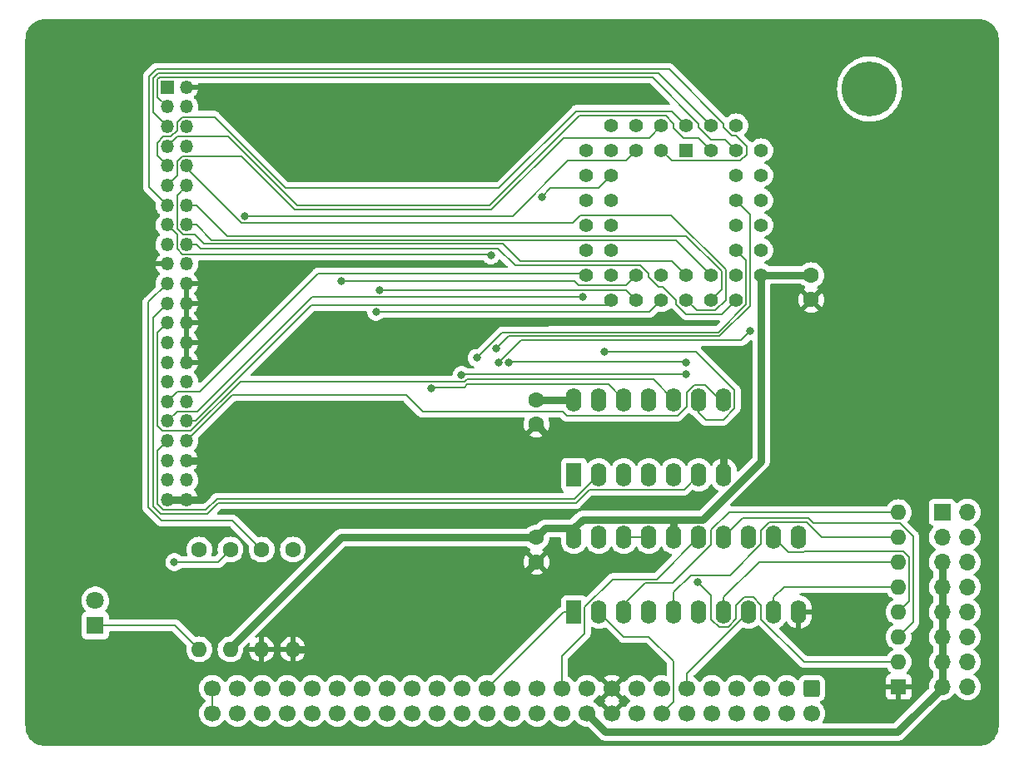
<source format=gbr>
%TF.GenerationSoftware,KiCad,Pcbnew,6.0.5+dfsg-1~bpo11+1*%
%TF.CreationDate,2022-07-07T00:02:15+02:00*%
%TF.ProjectId,z50_ppide,7a35305f-7070-4696-9465-2e6b69636164,rev?*%
%TF.SameCoordinates,Original*%
%TF.FileFunction,Copper,L1,Top*%
%TF.FilePolarity,Positive*%
%FSLAX46Y46*%
G04 Gerber Fmt 4.6, Leading zero omitted, Abs format (unit mm)*
G04 Created by KiCad (PCBNEW 6.0.5+dfsg-1~bpo11+1) date 2022-07-07 00:02:15*
%MOMM*%
%LPD*%
G01*
G04 APERTURE LIST*
G04 Aperture macros list*
%AMRoundRect*
0 Rectangle with rounded corners*
0 $1 Rounding radius*
0 $2 $3 $4 $5 $6 $7 $8 $9 X,Y pos of 4 corners*
0 Add a 4 corners polygon primitive as box body*
4,1,4,$2,$3,$4,$5,$6,$7,$8,$9,$2,$3,0*
0 Add four circle primitives for the rounded corners*
1,1,$1+$1,$2,$3*
1,1,$1+$1,$4,$5*
1,1,$1+$1,$6,$7*
1,1,$1+$1,$8,$9*
0 Add four rect primitives between the rounded corners*
20,1,$1+$1,$2,$3,$4,$5,0*
20,1,$1+$1,$4,$5,$6,$7,0*
20,1,$1+$1,$6,$7,$8,$9,0*
20,1,$1+$1,$8,$9,$2,$3,0*%
G04 Aperture macros list end*
%TA.AperFunction,ComponentPad*%
%ADD10C,1.600000*%
%TD*%
%TA.AperFunction,ComponentPad*%
%ADD11O,1.600000X1.600000*%
%TD*%
%TA.AperFunction,ComponentPad*%
%ADD12R,1.700000X1.700000*%
%TD*%
%TA.AperFunction,ComponentPad*%
%ADD13O,1.700000X1.700000*%
%TD*%
%TA.AperFunction,ComponentPad*%
%ADD14R,1.600000X2.400000*%
%TD*%
%TA.AperFunction,ComponentPad*%
%ADD15O,1.600000X2.400000*%
%TD*%
%TA.AperFunction,ComponentPad*%
%ADD16R,1.350000X1.350000*%
%TD*%
%TA.AperFunction,ComponentPad*%
%ADD17O,1.350000X1.350000*%
%TD*%
%TA.AperFunction,ComponentPad*%
%ADD18R,1.800000X1.800000*%
%TD*%
%TA.AperFunction,ComponentPad*%
%ADD19C,1.800000*%
%TD*%
%TA.AperFunction,ComponentPad*%
%ADD20R,1.422400X1.422400*%
%TD*%
%TA.AperFunction,ComponentPad*%
%ADD21C,1.422400*%
%TD*%
%TA.AperFunction,ComponentPad*%
%ADD22RoundRect,0.250000X-0.600000X0.600000X-0.600000X-0.600000X0.600000X-0.600000X0.600000X0.600000X0*%
%TD*%
%TA.AperFunction,ComponentPad*%
%ADD23C,1.700000*%
%TD*%
%TA.AperFunction,ComponentPad*%
%ADD24R,1.600000X1.600000*%
%TD*%
%TA.AperFunction,ComponentPad*%
%ADD25C,3.600000*%
%TD*%
%TA.AperFunction,ConnectorPad*%
%ADD26C,5.600000*%
%TD*%
%TA.AperFunction,ViaPad*%
%ADD27C,0.800000*%
%TD*%
%TA.AperFunction,Conductor*%
%ADD28C,0.750000*%
%TD*%
%TA.AperFunction,Conductor*%
%ADD29C,0.200000*%
%TD*%
G04 APERTURE END LIST*
D10*
%TO.P,R104,1*%
%TO.N,/PA7*%
X127715000Y-104510000D03*
D11*
%TO.P,R104,2*%
%TO.N,GND*%
X127715000Y-114670000D03*
%TD*%
D10*
%TO.P,C103,1*%
%TO.N,VCC*%
X152480000Y-89270000D03*
%TO.P,C103,2*%
%TO.N,GND*%
X152480000Y-91770000D03*
%TD*%
%TO.P,C102,1*%
%TO.N,VCC*%
X152480000Y-103280000D03*
%TO.P,C102,2*%
%TO.N,GND*%
X152480000Y-105780000D03*
%TD*%
%TO.P,C101,1*%
%TO.N,VCC*%
X180420000Y-76570000D03*
%TO.P,C101,2*%
%TO.N,GND*%
X180420000Y-79070000D03*
%TD*%
D12*
%TO.P,J102,1,Pin_1*%
%TO.N,unconnected-(J102-Pad1)*%
X193755000Y-100700000D03*
D13*
%TO.P,J102,2,Pin_2*%
%TO.N,unconnected-(J102-Pad2)*%
X196295000Y-100700000D03*
%TO.P,J102,3,Pin_3*%
%TO.N,unconnected-(J102-Pad3)*%
X193755000Y-103240000D03*
%TO.P,J102,4,Pin_4*%
%TO.N,unconnected-(J102-Pad4)*%
X196295000Y-103240000D03*
%TO.P,J102,5,Pin_5*%
%TO.N,VCC*%
X193755000Y-105780000D03*
%TO.P,J102,6,Pin_6*%
%TO.N,Net-(J102-Pad6)*%
X196295000Y-105780000D03*
%TO.P,J102,7,Pin_7*%
%TO.N,VCC*%
X193755000Y-108320000D03*
%TO.P,J102,8,Pin_8*%
%TO.N,Net-(J102-Pad8)*%
X196295000Y-108320000D03*
%TO.P,J102,9,Pin_9*%
%TO.N,VCC*%
X193755000Y-110860000D03*
%TO.P,J102,10,Pin_10*%
%TO.N,Net-(J102-Pad10)*%
X196295000Y-110860000D03*
%TO.P,J102,11,Pin_11*%
%TO.N,VCC*%
X193755000Y-113400000D03*
%TO.P,J102,12,Pin_12*%
%TO.N,Net-(J102-Pad12)*%
X196295000Y-113400000D03*
%TO.P,J102,13,Pin_13*%
%TO.N,VCC*%
X193755000Y-115940000D03*
%TO.P,J102,14,Pin_14*%
%TO.N,Net-(J102-Pad14)*%
X196295000Y-115940000D03*
%TO.P,J102,15,Pin_15*%
%TO.N,VCC*%
X193755000Y-118480000D03*
%TO.P,J102,16,Pin_16*%
%TO.N,Net-(J102-Pad16)*%
X196295000Y-118480000D03*
%TD*%
D14*
%TO.P,U101,1,G*%
%TO.N,/~{IORQ}*%
X156295000Y-110875000D03*
D15*
%TO.P,U101,2,P0*%
%TO.N,/A2*%
X158835000Y-110875000D03*
%TO.P,U101,3,R0*%
%TO.N,Net-(J102-Pad6)*%
X161375000Y-110875000D03*
%TO.P,U101,4,P1*%
%TO.N,/A3*%
X163915000Y-110875000D03*
%TO.P,U101,5,R1*%
%TO.N,Net-(J102-Pad8)*%
X166455000Y-110875000D03*
%TO.P,U101,6,P2*%
%TO.N,/A4*%
X168995000Y-110875000D03*
%TO.P,U101,7,R2*%
%TO.N,Net-(J102-Pad10)*%
X171535000Y-110875000D03*
%TO.P,U101,8,P3*%
%TO.N,/A5*%
X174075000Y-110875000D03*
%TO.P,U101,9,R3*%
%TO.N,Net-(J102-Pad12)*%
X176615000Y-110875000D03*
%TO.P,U101,10,GND*%
%TO.N,GND*%
X179155000Y-110875000D03*
%TO.P,U101,11,P4*%
%TO.N,/A6*%
X179155000Y-103255000D03*
%TO.P,U101,12,R4*%
%TO.N,Net-(J102-Pad14)*%
X176615000Y-103255000D03*
%TO.P,U101,13,P5*%
%TO.N,/A7*%
X174075000Y-103255000D03*
%TO.P,U101,14,R5*%
%TO.N,Net-(J102-Pad16)*%
X171535000Y-103255000D03*
%TO.P,U101,15,P6*%
%TO.N,/~{M1}*%
X168995000Y-103255000D03*
%TO.P,U101,16,R6*%
%TO.N,VCC*%
X166455000Y-103255000D03*
%TO.P,U101,17,P7*%
%TO.N,Net-(RN101-Pad2)*%
X163915000Y-103255000D03*
%TO.P,U101,18,R7*%
X161375000Y-103255000D03*
%TO.P,U101,19,P=R*%
%TO.N,/~{PIO_CS}*%
X158835000Y-103255000D03*
%TO.P,U101,20,VCC*%
%TO.N,VCC*%
X156295000Y-103255000D03*
%TD*%
D16*
%TO.P,J103,1,Pin_1*%
%TO.N,/~{DRESET}*%
X114920000Y-57430000D03*
D17*
%TO.P,J103,2,Pin_2*%
%TO.N,GND*%
X116920000Y-57430000D03*
%TO.P,J103,3,Pin_3*%
%TO.N,/PA7*%
X114920000Y-59430000D03*
%TO.P,J103,4,Pin_4*%
%TO.N,/PB0*%
X116920000Y-59430000D03*
%TO.P,J103,5,Pin_5*%
%TO.N,/PA6*%
X114920000Y-61430000D03*
%TO.P,J103,6,Pin_6*%
%TO.N,/PB1*%
X116920000Y-61430000D03*
%TO.P,J103,7,Pin_7*%
%TO.N,/PA5*%
X114920000Y-63430000D03*
%TO.P,J103,8,Pin_8*%
%TO.N,/PB2*%
X116920000Y-63430000D03*
%TO.P,J103,9,Pin_9*%
%TO.N,/PA4*%
X114920000Y-65430000D03*
%TO.P,J103,10,Pin_10*%
%TO.N,/PB3*%
X116920000Y-65430000D03*
%TO.P,J103,11,Pin_11*%
%TO.N,/PA3*%
X114920000Y-67430000D03*
%TO.P,J103,12,Pin_12*%
%TO.N,/PB4*%
X116920000Y-67430000D03*
%TO.P,J103,13,Pin_13*%
%TO.N,/PA2*%
X114920000Y-69430000D03*
%TO.P,J103,14,Pin_14*%
%TO.N,/PB5*%
X116920000Y-69430000D03*
%TO.P,J103,15,Pin_15*%
%TO.N,/PA1*%
X114920000Y-71430000D03*
%TO.P,J103,16,Pin_16*%
%TO.N,/PB6*%
X116920000Y-71430000D03*
%TO.P,J103,17,Pin_17*%
%TO.N,/PA0*%
X114920000Y-73430000D03*
%TO.P,J103,18,Pin_18*%
%TO.N,/PB7*%
X116920000Y-73430000D03*
%TO.P,J103,19,Pin_19*%
%TO.N,GND*%
X114920000Y-75430000D03*
%TO.P,J103,20,Pin_20*%
%TO.N,unconnected-(J103-Pad20)*%
X116920000Y-75430000D03*
%TO.P,J103,21,Pin_21*%
%TO.N,/DMARQ*%
X114920000Y-77430000D03*
%TO.P,J103,22,Pin_22*%
%TO.N,GND*%
X116920000Y-77430000D03*
%TO.P,J103,23,Pin_23*%
%TO.N,/~{DIOW}*%
X114920000Y-79430000D03*
%TO.P,J103,24,Pin_24*%
%TO.N,GND*%
X116920000Y-79430000D03*
%TO.P,J103,25,Pin_25*%
%TO.N,/~{DIOR}*%
X114920000Y-81430000D03*
%TO.P,J103,26,Pin_26*%
%TO.N,GND*%
X116920000Y-81430000D03*
%TO.P,J103,27,Pin_27*%
%TO.N,unconnected-(J103-Pad27)*%
X114920000Y-83430000D03*
%TO.P,J103,28,Pin_28*%
%TO.N,GND*%
X116920000Y-83430000D03*
%TO.P,J103,29,Pin_29*%
%TO.N,/DMACK*%
X114920000Y-85430000D03*
%TO.P,J103,30,Pin_30*%
%TO.N,GND*%
X116920000Y-85430000D03*
%TO.P,J103,31,Pin_31*%
%TO.N,unconnected-(J103-Pad31)*%
X114920000Y-87430000D03*
%TO.P,J103,32,Pin_32*%
%TO.N,unconnected-(J103-Pad32)*%
X116920000Y-87430000D03*
%TO.P,J103,33,Pin_33*%
%TO.N,/DA1*%
X114920000Y-89430000D03*
%TO.P,J103,34,Pin_34*%
%TO.N,unconnected-(J103-Pad34)*%
X116920000Y-89430000D03*
%TO.P,J103,35,Pin_35*%
%TO.N,/DA0*%
X114920000Y-91430000D03*
%TO.P,J103,36,Pin_36*%
%TO.N,/DA2*%
X116920000Y-91430000D03*
%TO.P,J103,37,Pin_37*%
%TO.N,/~{DCS0}*%
X114920000Y-93430000D03*
%TO.P,J103,38,Pin_38*%
%TO.N,/~{DCS1}*%
X116920000Y-93430000D03*
%TO.P,J103,39,Pin_39*%
%TO.N,/~{ACT}*%
X114920000Y-95430000D03*
%TO.P,J103,40,Pin_40*%
%TO.N,GND*%
X116920000Y-95430000D03*
%TO.P,J103,41,Pin_41*%
%TO.N,VCC*%
X114920000Y-97430000D03*
%TO.P,J103,42,Pin_42*%
X116920000Y-97430000D03*
%TO.P,J103,43,Pin_43*%
%TO.N,GND*%
X114920000Y-99430000D03*
%TO.P,J103,44,Pin_44*%
X116920000Y-99430000D03*
%TD*%
D18*
%TO.P,D101,1,K*%
%TO.N,Net-(D101-Pad1)*%
X107620000Y-112230000D03*
D19*
%TO.P,D101,2,A*%
%TO.N,VCC*%
X107620000Y-109690000D03*
%TD*%
D10*
%TO.P,R103,1*%
%TO.N,/DMARQ*%
X124540000Y-104510000D03*
D11*
%TO.P,R103,2*%
%TO.N,GND*%
X124540000Y-114670000D03*
%TD*%
D14*
%TO.P,U102,1*%
%TO.N,/DCS0*%
X156290000Y-96890000D03*
D15*
%TO.P,U102,2*%
%TO.N,/~{DCS0}*%
X158830000Y-96890000D03*
%TO.P,U102,3*%
%TO.N,/~{RESET}*%
X161370000Y-96890000D03*
%TO.P,U102,4*%
%TO.N,/RESET*%
X163910000Y-96890000D03*
%TO.P,U102,5*%
%TO.N,/DIOW*%
X166450000Y-96890000D03*
%TO.P,U102,6*%
%TO.N,/~{DIOW}*%
X168990000Y-96890000D03*
%TO.P,U102,7,GND*%
%TO.N,GND*%
X171530000Y-96890000D03*
%TO.P,U102,8*%
%TO.N,/~{DCS1}*%
X171530000Y-89270000D03*
%TO.P,U102,9*%
%TO.N,/DCS1*%
X168990000Y-89270000D03*
%TO.P,U102,10*%
%TO.N,/~{DIOR}*%
X166450000Y-89270000D03*
%TO.P,U102,11*%
%TO.N,/DIOR*%
X163910000Y-89270000D03*
%TO.P,U102,12*%
%TO.N,/~{DRESET}*%
X161370000Y-89270000D03*
%TO.P,U102,13*%
%TO.N,/DRESET*%
X158830000Y-89270000D03*
%TO.P,U102,14,VCC*%
%TO.N,VCC*%
X156290000Y-89270000D03*
%TD*%
D20*
%TO.P,U103,1,NC*%
%TO.N,unconnected-(U103-Pad1)*%
X167720000Y-63870000D03*
D21*
%TO.P,U103,2,PA3*%
%TO.N,/PA3*%
X165180000Y-61330000D03*
%TO.P,U103,3,PA2*%
%TO.N,/PA2*%
X165180000Y-63870000D03*
%TO.P,U103,4,PA1*%
%TO.N,/PA1*%
X162640000Y-61330000D03*
%TO.P,U103,5,PA0*%
%TO.N,/PA0*%
X162640000Y-63870000D03*
%TO.P,U103,6,~{RD}*%
%TO.N,/~{RD}*%
X160100000Y-61330000D03*
%TO.P,U103,7,~{CS}*%
%TO.N,/~{PIO_CS}*%
X157560000Y-63870000D03*
%TO.P,U103,8,GND*%
%TO.N,GND*%
X160100000Y-63870000D03*
%TO.P,U103,9,A1*%
%TO.N,/A1*%
X157560000Y-66410000D03*
%TO.P,U103,10,A0*%
%TO.N,/A0*%
X160100000Y-66410000D03*
%TO.P,U103,11,PC7*%
%TO.N,/DRESET*%
X157560000Y-68950000D03*
%TO.P,U103,12,NC*%
%TO.N,unconnected-(U103-Pad12)*%
X160100000Y-68950000D03*
%TO.P,U103,13,PC6*%
%TO.N,/DIOR*%
X157560000Y-71490000D03*
%TO.P,U103,14,PC5*%
%TO.N,/DIOW*%
X160100000Y-71490000D03*
%TO.P,U103,15,PC4*%
%TO.N,/DCS1*%
X157560000Y-74030000D03*
%TO.P,U103,16,PC0*%
%TO.N,/DA0*%
X160100000Y-74030000D03*
%TO.P,U103,17,PC1*%
%TO.N,/DA1*%
X157560000Y-76570000D03*
%TO.P,U103,18,PC2*%
%TO.N,/DA2*%
X160100000Y-79110000D03*
%TO.P,U103,19,PC3*%
%TO.N,/DCS0*%
X160100000Y-76570000D03*
%TO.P,U103,20,PB0*%
%TO.N,/PB0*%
X162640000Y-79110000D03*
%TO.P,U103,21,PB1*%
%TO.N,/PB1*%
X162640000Y-76570000D03*
%TO.P,U103,22,PB2*%
%TO.N,/PB2*%
X165180000Y-79110000D03*
%TO.P,U103,23,NC*%
%TO.N,unconnected-(U103-Pad23)*%
X165180000Y-76570000D03*
%TO.P,U103,24,PB3*%
%TO.N,/PB3*%
X167720000Y-79110000D03*
%TO.P,U103,25,PB4*%
%TO.N,/PB4*%
X167720000Y-76570000D03*
%TO.P,U103,26,PB5*%
%TO.N,/PB5*%
X170260000Y-79110000D03*
%TO.P,U103,27,PB6*%
%TO.N,/PB6*%
X170260000Y-76570000D03*
%TO.P,U103,28,PB7*%
%TO.N,/PB7*%
X172800000Y-79110000D03*
%TO.P,U103,29,VCC*%
%TO.N,VCC*%
X175340000Y-76570000D03*
%TO.P,U103,30,D7*%
%TO.N,/D7*%
X172800000Y-76570000D03*
%TO.P,U103,31,D6*%
%TO.N,/D6*%
X175340000Y-74030000D03*
%TO.P,U103,32,D5*%
%TO.N,/D5*%
X172800000Y-74030000D03*
%TO.P,U103,33,D4*%
%TO.N,/D4*%
X175340000Y-71490000D03*
%TO.P,U103,34,NC*%
%TO.N,unconnected-(U103-Pad34)*%
X172800000Y-71490000D03*
%TO.P,U103,35,D3*%
%TO.N,/D3*%
X175340000Y-68950000D03*
%TO.P,U103,36,D2*%
%TO.N,/D2*%
X172800000Y-68950000D03*
%TO.P,U103,37,D1*%
%TO.N,/D1*%
X175340000Y-66410000D03*
%TO.P,U103,38,D0*%
%TO.N,/D0*%
X172800000Y-66410000D03*
%TO.P,U103,39,RESET*%
%TO.N,/RESET*%
X175340000Y-63870000D03*
%TO.P,U103,40,~{WR}*%
%TO.N,/~{WR}*%
X172800000Y-61330000D03*
%TO.P,U103,41,PA7*%
%TO.N,/PA7*%
X172800000Y-63870000D03*
%TO.P,U103,42,PA6*%
%TO.N,/PA6*%
X170260000Y-61330000D03*
%TO.P,U103,43,PA5*%
%TO.N,/PA5*%
X170260000Y-63870000D03*
%TO.P,U103,44,PA4*%
%TO.N,/PA4*%
X167720000Y-61330000D03*
%TD*%
D22*
%TO.P,J101,1,A15*%
%TO.N,unconnected-(J101-Pad1)*%
X180480000Y-118650000D03*
D23*
%TO.P,J101,2,A14*%
%TO.N,unconnected-(J101-Pad2)*%
X180480000Y-121190000D03*
%TO.P,J101,3,A13*%
%TO.N,unconnected-(J101-Pad3)*%
X177940000Y-118650000D03*
%TO.P,J101,4,A12*%
%TO.N,unconnected-(J101-Pad4)*%
X177940000Y-121190000D03*
%TO.P,J101,5,A11*%
%TO.N,unconnected-(J101-Pad5)*%
X175400000Y-118650000D03*
%TO.P,J101,6,A10*%
%TO.N,unconnected-(J101-Pad6)*%
X175400000Y-121190000D03*
%TO.P,J101,7,A9*%
%TO.N,unconnected-(J101-Pad7)*%
X172860000Y-118650000D03*
%TO.P,J101,8,A8*%
%TO.N,unconnected-(J101-Pad8)*%
X172860000Y-121190000D03*
%TO.P,J101,9,A7*%
%TO.N,/A7*%
X170320000Y-118650000D03*
%TO.P,J101,10,A6*%
%TO.N,/A6*%
X170320000Y-121190000D03*
%TO.P,J101,11,A5*%
%TO.N,/A5*%
X167780000Y-118650000D03*
%TO.P,J101,12,A4*%
%TO.N,/A4*%
X167780000Y-121190000D03*
%TO.P,J101,13,A3*%
%TO.N,/A3*%
X165240000Y-118650000D03*
%TO.P,J101,14,A2*%
%TO.N,/A2*%
X165240000Y-121190000D03*
%TO.P,J101,15,A1*%
%TO.N,/A1*%
X162700000Y-118650000D03*
%TO.P,J101,16,A0*%
%TO.N,/A0*%
X162700000Y-121190000D03*
%TO.P,J101,17,GND*%
%TO.N,GND*%
X160160000Y-118650000D03*
%TO.P,J101,18,GND*%
X160160000Y-121190000D03*
%TO.P,J101,19,+5V*%
%TO.N,VCC*%
X157620000Y-118650000D03*
%TO.P,J101,20,+5V*%
X157620000Y-121190000D03*
%TO.P,J101,21,~M1*%
%TO.N,/~{M1}*%
X155080000Y-118650000D03*
%TO.P,J101,22,~RESET*%
%TO.N,/~{RESET}*%
X155080000Y-121190000D03*
%TO.P,J101,23,CLK*%
%TO.N,unconnected-(J101-Pad23)*%
X152540000Y-118650000D03*
%TO.P,J101,24,~INT*%
%TO.N,unconnected-(J101-Pad24)*%
X152540000Y-121190000D03*
%TO.P,J101,25,~MREQ*%
%TO.N,unconnected-(J101-Pad25)*%
X150000000Y-118650000D03*
%TO.P,J101,26,~WR*%
%TO.N,/~{WR}*%
X150000000Y-121190000D03*
%TO.P,J101,27,~IORQ*%
%TO.N,/~{IORQ}*%
X147460000Y-118650000D03*
%TO.P,J101,28,~RD*%
%TO.N,/~{RD}*%
X147460000Y-121190000D03*
%TO.P,J101,29,D1*%
%TO.N,/D1*%
X144920000Y-118650000D03*
%TO.P,J101,30,D0*%
%TO.N,/D0*%
X144920000Y-121190000D03*
%TO.P,J101,31,D3*%
%TO.N,/D3*%
X142380000Y-118650000D03*
%TO.P,J101,32,D2*%
%TO.N,/D2*%
X142380000Y-121190000D03*
%TO.P,J101,33,D5*%
%TO.N,/D5*%
X139840000Y-118650000D03*
%TO.P,J101,34,D4*%
%TO.N,/D4*%
X139840000Y-121190000D03*
%TO.P,J101,35,D7*%
%TO.N,/D7*%
X137300000Y-118650000D03*
%TO.P,J101,36,D6*%
%TO.N,/D6*%
X137300000Y-121190000D03*
%TO.P,J101,37,TX*%
%TO.N,unconnected-(J101-Pad37)*%
X134760000Y-118650000D03*
%TO.P,J101,38,RX*%
%TO.N,unconnected-(J101-Pad38)*%
X134760000Y-121190000D03*
%TO.P,J101,39,USR1*%
%TO.N,unconnected-(J101-Pad39)*%
X132220000Y-118650000D03*
%TO.P,J101,40,USR0*%
%TO.N,unconnected-(J101-Pad40)*%
X132220000Y-121190000D03*
%TO.P,J101,41,USR3*%
%TO.N,unconnected-(J101-Pad41)*%
X129680000Y-118650000D03*
%TO.P,J101,42,USR2*%
%TO.N,unconnected-(J101-Pad42)*%
X129680000Y-121190000D03*
%TO.P,J101,43,~NMI*%
%TO.N,unconnected-(J101-Pad43)*%
X127140000Y-118650000D03*
%TO.P,J101,44,~RFSH*%
%TO.N,unconnected-(J101-Pad44)*%
X127140000Y-121190000D03*
%TO.P,J101,45,~WAIT*%
%TO.N,unconnected-(J101-Pad45)*%
X124600000Y-118650000D03*
%TO.P,J101,46,~HALT*%
%TO.N,unconnected-(J101-Pad46)*%
X124600000Y-121190000D03*
%TO.P,J101,47,~BUSRQ*%
%TO.N,unconnected-(J101-Pad47)*%
X122060000Y-118650000D03*
%TO.P,J101,48,~BUSAK*%
%TO.N,unconnected-(J101-Pad48)*%
X122060000Y-121190000D03*
%TO.P,J101,49,IEO*%
%TO.N,Net-(J101-Pad49)*%
X119520000Y-118650000D03*
%TO.P,J101,50,IEI*%
X119520000Y-121190000D03*
%TD*%
D24*
%TO.P,RN101,1,common*%
%TO.N,GND*%
X189310000Y-118480000D03*
D11*
%TO.P,RN101,2,R1*%
%TO.N,Net-(RN101-Pad2)*%
X189310000Y-115940000D03*
%TO.P,RN101,3,R2*%
%TO.N,Net-(J102-Pad16)*%
X189310000Y-113400000D03*
%TO.P,RN101,4,R3*%
%TO.N,Net-(J102-Pad14)*%
X189310000Y-110860000D03*
%TO.P,RN101,5,R4*%
%TO.N,Net-(J102-Pad12)*%
X189310000Y-108320000D03*
%TO.P,RN101,6,R5*%
%TO.N,Net-(J102-Pad10)*%
X189310000Y-105780000D03*
%TO.P,RN101,7,R6*%
%TO.N,Net-(J102-Pad8)*%
X189310000Y-103240000D03*
%TO.P,RN101,8,R7*%
%TO.N,Net-(J102-Pad6)*%
X189310000Y-100700000D03*
%TD*%
D10*
%TO.P,R101,1*%
%TO.N,/~{ACT}*%
X118190000Y-104510000D03*
D11*
%TO.P,R101,2*%
%TO.N,Net-(D101-Pad1)*%
X118190000Y-114670000D03*
%TD*%
D25*
%TO.P,H101,1*%
%TO.N,N/C*%
X186360000Y-57620000D03*
D26*
X186360000Y-57620000D03*
%TD*%
D10*
%TO.P,R102,1*%
%TO.N,/DMACK*%
X121365000Y-104510000D03*
D11*
%TO.P,R102,2*%
%TO.N,VCC*%
X121365000Y-114670000D03*
%TD*%
D27*
%TO.N,GND*%
X127010000Y-84990000D03*
X153610000Y-81390000D03*
%TO.N,/A0*%
X153010000Y-68590000D03*
%TO.N,/D1*%
X174197000Y-82290000D03*
X148662432Y-85459771D03*
%TO.N,/D0*%
X167710000Y-85490000D03*
X149661478Y-85490000D03*
%TO.N,/D2*%
X148416000Y-84063000D03*
%TO.N,/D5*%
X146410000Y-84990000D03*
%TO.N,/D7*%
X167710000Y-86690000D03*
X144860000Y-86730000D03*
%TO.N,/~{DRESET}*%
X141812000Y-88129001D03*
%TO.N,/PB0*%
X136539600Y-78074300D03*
%TO.N,/PB1*%
X132656000Y-77137600D03*
%TO.N,/PB2*%
X136156877Y-80290990D03*
%TO.N,/PA1*%
X147850800Y-74554600D03*
%TO.N,/PA0*%
X122803900Y-70554100D03*
%TO.N,/DMACK*%
X115650000Y-105780000D03*
%TO.N,Net-(RN101-Pad2)*%
X168863000Y-107812000D03*
%TO.N,/DA0*%
X157178500Y-78804900D03*
%TO.N,/DCS1*%
X159362400Y-84347500D03*
%TD*%
D28*
%TO.N,VCC*%
X193755000Y-118480000D02*
X193755000Y-105780000D01*
X189225000Y-123090000D02*
X193820000Y-118495000D01*
X157620000Y-121190000D02*
X159520000Y-123090000D01*
X153417700Y-102342300D02*
X156295000Y-102342300D01*
X156295000Y-102342300D02*
X157207600Y-101429700D01*
X152480000Y-103280000D02*
X153417700Y-102342300D01*
X152480000Y-89270000D02*
X156290000Y-89270000D01*
X159520000Y-123090000D02*
X189225000Y-123090000D01*
X132615000Y-103280000D02*
X152480000Y-103280000D01*
X156295000Y-103255000D02*
X156295000Y-102342300D01*
X166455000Y-101429700D02*
X169416000Y-101429700D01*
X169416000Y-101429700D02*
X175340000Y-95505700D01*
X157207600Y-101429700D02*
X166455000Y-101429700D01*
X166455000Y-103255000D02*
X166455000Y-101429700D01*
X175340000Y-95505700D02*
X175340000Y-76570000D01*
X121365000Y-114530000D02*
X132615000Y-103280000D01*
X121365000Y-114670000D02*
X121365000Y-114530000D01*
X175340000Y-76570000D02*
X180420000Y-76570000D01*
%TO.N,GND*%
X114920000Y-99430000D02*
X116220300Y-99430000D01*
X154100000Y-93390000D02*
X169855300Y-93390000D01*
X119010000Y-98890000D02*
X119010000Y-96240000D01*
X116920000Y-99430000D02*
X116220300Y-99430000D01*
X118200000Y-95430000D02*
X116920000Y-95430000D01*
X127715000Y-114670000D02*
X127735000Y-114690000D01*
X140610000Y-81390000D02*
X153510000Y-81390000D01*
X153510000Y-81390000D02*
X153610000Y-81290000D01*
X127735000Y-114690000D02*
X143570000Y-114690000D01*
X143570000Y-114690000D02*
X152480000Y-105780000D01*
X119010000Y-96240000D02*
X118200000Y-95430000D01*
X127010000Y-84990000D02*
X137010000Y-84990000D01*
X116920000Y-99430000D02*
X118470000Y-99430000D01*
X137010000Y-84990000D02*
X140610000Y-81390000D01*
X169855300Y-93390000D02*
X171530000Y-95064700D01*
X118470000Y-99430000D02*
X119010000Y-98890000D01*
X171530000Y-95064700D02*
X171530000Y-96890000D01*
X152480000Y-91770000D02*
X154100000Y-93390000D01*
D29*
%TO.N,Net-(D101-Pad1)*%
X118190000Y-114670000D02*
X115810000Y-112290000D01*
X107620000Y-112230000D02*
X115750000Y-112230000D01*
X115750000Y-112230000D02*
X115810000Y-112290000D01*
%TO.N,/A5*%
X174075000Y-110875000D02*
X167780000Y-117170000D01*
X167780000Y-117170000D02*
X167780000Y-118650000D01*
%TO.N,/A2*%
X166389511Y-120040489D02*
X165240000Y-121190000D01*
X163900490Y-113390490D02*
X166389511Y-115879511D01*
X166389511Y-115879511D02*
X166389511Y-120040489D01*
X161350490Y-113390490D02*
X163900490Y-113390490D01*
X158835000Y-110875000D02*
X161350490Y-113390490D01*
%TO.N,/A0*%
X160100000Y-66410000D02*
X158830000Y-67680000D01*
X153920000Y-67680000D02*
X153010000Y-68590000D01*
X158830000Y-67680000D02*
X153920000Y-67680000D01*
%TO.N,/~{M1}*%
X164710511Y-107539489D02*
X160214211Y-107539489D01*
X160214211Y-107539489D02*
X157394511Y-110359189D01*
X157394511Y-110359189D02*
X157394511Y-113057489D01*
X157394511Y-113057489D02*
X155080000Y-115372000D01*
X155080000Y-115372000D02*
X155080000Y-118650000D01*
X168995000Y-103255000D02*
X164710511Y-107539489D01*
%TO.N,/~{IORQ}*%
X155235000Y-110875000D02*
X147460000Y-118650000D01*
X156295000Y-110875000D02*
X155235000Y-110875000D01*
%TO.N,/D1*%
X148662432Y-85459771D02*
X150932203Y-83190000D01*
X150932203Y-83190000D02*
X173297000Y-83190000D01*
X173297000Y-83190000D02*
X174197000Y-82290000D01*
%TO.N,/D0*%
X149760988Y-85390490D02*
X149661478Y-85490000D01*
X167710000Y-85490000D02*
X167610490Y-85390490D01*
X167610490Y-85390490D02*
X149760988Y-85390490D01*
%TO.N,/D2*%
X174221500Y-79691100D02*
X171122111Y-82790489D01*
X149688511Y-82790489D02*
X148416000Y-84063000D01*
X174221500Y-70371500D02*
X174221500Y-79691100D01*
X172800000Y-68950000D02*
X174221500Y-70371500D01*
X171122111Y-82790489D02*
X149688511Y-82790489D01*
%TO.N,/D5*%
X170955222Y-82390978D02*
X149009022Y-82390978D01*
X173821100Y-79525100D02*
X170955222Y-82390978D01*
X173821100Y-75051100D02*
X173821100Y-79525100D01*
X149009022Y-82390978D02*
X146410000Y-84990000D01*
X172800000Y-74030000D02*
X173821100Y-75051100D01*
%TO.N,/D7*%
X167710000Y-86690000D02*
X144900000Y-86690000D01*
X144900000Y-86690000D02*
X144860000Y-86730000D01*
%TO.N,Net-(J101-Pad49)*%
X119520000Y-121190000D02*
X119520000Y-118650000D01*
%TO.N,/~{DRESET}*%
X161370000Y-89270000D02*
X159809928Y-87709928D01*
X141941001Y-88000000D02*
X141812000Y-88129001D01*
X145434311Y-87709928D02*
X145144239Y-88000000D01*
X159809928Y-87709928D02*
X145434311Y-87709928D01*
X145144239Y-88000000D02*
X141941001Y-88000000D01*
%TO.N,/PA7*%
X168990000Y-61512400D02*
X170219300Y-62741700D01*
X113944600Y-58454600D02*
X113944600Y-56605400D01*
X168990000Y-61129700D02*
X168990000Y-61512400D01*
X170219300Y-62741700D02*
X171671700Y-62741700D01*
X171671700Y-62741700D02*
X172800000Y-63870000D01*
X164264700Y-56404400D02*
X168990000Y-61129700D01*
X114920000Y-59430000D02*
X113944600Y-58454600D01*
X114145600Y-56404400D02*
X164264700Y-56404400D01*
X113944600Y-56605400D02*
X114145600Y-56404400D01*
%TO.N,/PB0*%
X162640000Y-79110000D02*
X161604300Y-78074300D01*
X161604300Y-78074300D02*
X136539600Y-78074300D01*
%TO.N,/PA6*%
X113979700Y-56004000D02*
X164934000Y-56004000D01*
X114920000Y-61430000D02*
X113495100Y-60005100D01*
X113495100Y-56488600D02*
X113979700Y-56004000D01*
X164934000Y-56004000D02*
X170260000Y-61330000D01*
X113495100Y-60005100D02*
X113495100Y-56488600D01*
%TO.N,/PB1*%
X156756100Y-77581600D02*
X156312100Y-77137600D01*
X156312100Y-77137600D02*
X132656000Y-77137600D01*
X162640000Y-76570000D02*
X161628400Y-77581600D01*
X161628400Y-77581600D02*
X156756100Y-77581600D01*
%TO.N,/PA5*%
X121089682Y-62430000D02*
X115920000Y-62430000D01*
X170260000Y-63870000D02*
X168964800Y-62574800D01*
X115920000Y-62430000D02*
X114920000Y-63430000D01*
X168964800Y-62574800D02*
X167463200Y-62574800D01*
X128123704Y-69464022D02*
X121089682Y-62430000D01*
X166450000Y-61129600D02*
X165634111Y-60313711D01*
X147696296Y-69464022D02*
X128123704Y-69464022D01*
X156846607Y-60313711D02*
X147696296Y-69464022D01*
X167463200Y-62574800D02*
X166450000Y-61561600D01*
X165634111Y-60313711D02*
X156846607Y-60313711D01*
X166450000Y-61561600D02*
X166450000Y-61129600D01*
%TO.N,/PB2*%
X165180000Y-79110000D02*
X163999010Y-80290990D01*
X163999010Y-80290990D02*
X136156877Y-80290990D01*
%TO.N,/PA4*%
X166254200Y-59864200D02*
X156535800Y-59864200D01*
X113895400Y-63075200D02*
X113895400Y-64405400D01*
X115920000Y-61817100D02*
X115307100Y-62430000D01*
X148685489Y-67714511D02*
X127009897Y-67714511D01*
X167720000Y-61330000D02*
X166254200Y-59864200D01*
X116462500Y-60454600D02*
X115920000Y-60997100D01*
X113895400Y-64405400D02*
X114920000Y-65430000D01*
X119749986Y-60454600D02*
X116462500Y-60454600D01*
X115920000Y-60997100D02*
X115920000Y-61817100D01*
X127009897Y-67714511D02*
X119749986Y-60454600D01*
X156535800Y-59864200D02*
X148685489Y-67714511D01*
X115307100Y-62430000D02*
X114540600Y-62430000D01*
X114540600Y-62430000D02*
X113895400Y-63075200D01*
%TO.N,/PB3*%
X171717800Y-76018100D02*
X171717800Y-79095500D01*
X116920000Y-65660500D02*
X122513900Y-71254400D01*
X122513900Y-71254400D02*
X156172400Y-71254400D01*
X168764000Y-80154000D02*
X167720000Y-79110000D01*
X171717800Y-79095500D02*
X170659300Y-80154000D01*
X170659300Y-80154000D02*
X168764000Y-80154000D01*
X156948800Y-70478000D02*
X166177700Y-70478000D01*
X156172400Y-71254400D02*
X156948800Y-70478000D01*
X116920000Y-65430000D02*
X116920000Y-65660500D01*
X166177700Y-70478000D02*
X171717800Y-76018100D01*
%TO.N,/PA3*%
X155221022Y-62575000D02*
X147882490Y-69913532D01*
X122478578Y-64454600D02*
X116462500Y-64454600D01*
X147882490Y-69913532D02*
X127937510Y-69913532D01*
X115920000Y-64997100D02*
X115920000Y-66430000D01*
X163935000Y-62575000D02*
X155221022Y-62575000D01*
X165180000Y-61330000D02*
X163935000Y-62575000D01*
X127937510Y-69913532D02*
X122478578Y-64454600D01*
X116462500Y-64454600D02*
X115920000Y-64997100D01*
X115920000Y-66430000D02*
X114920000Y-67430000D01*
%TO.N,/PB4*%
X115920000Y-71821600D02*
X116528400Y-72430000D01*
X150824200Y-75108500D02*
X166258500Y-75108500D01*
X118667300Y-73382700D02*
X149098400Y-73382700D01*
X117714600Y-72430000D02*
X118667300Y-73382700D01*
X149098400Y-73382700D02*
X150824200Y-75108500D01*
X116920000Y-67430000D02*
X115920000Y-68430000D01*
X115920000Y-68430000D02*
X115920000Y-71821600D01*
X166258500Y-75108500D02*
X167720000Y-76570000D01*
X116528400Y-72430000D02*
X117714600Y-72430000D01*
%TO.N,/PA2*%
X113072900Y-67582900D02*
X113072900Y-56331800D01*
X172377500Y-62341600D02*
X172770700Y-62341600D01*
X171530000Y-61494100D02*
X172377500Y-62341600D01*
X172770700Y-62341600D02*
X173844500Y-63415400D01*
X173194200Y-64933700D02*
X166243700Y-64933700D01*
X114920000Y-69430000D02*
X113072900Y-67582900D01*
X165976200Y-55572900D02*
X171530000Y-61126700D01*
X171530000Y-61126700D02*
X171530000Y-61494100D01*
X166243700Y-64933700D02*
X165180000Y-63870000D01*
X113072900Y-56331800D02*
X113831800Y-55572900D01*
X173844500Y-64283400D02*
X173194200Y-64933700D01*
X113831800Y-55572900D02*
X165976200Y-55572900D01*
X173844500Y-63415400D02*
X173844500Y-64283400D01*
%TO.N,/PB5*%
X170260000Y-79110000D02*
X171317400Y-78052600D01*
X167715400Y-72582000D02*
X121047300Y-72582000D01*
X171317400Y-78052600D02*
X171317400Y-76184000D01*
X121047300Y-72582000D02*
X117895300Y-69430000D01*
X171317400Y-76184000D02*
X167715400Y-72582000D01*
X116920000Y-69430000D02*
X117895300Y-69430000D01*
%TO.N,/PA1*%
X116490600Y-74440300D02*
X147736500Y-74440300D01*
X115944600Y-72454600D02*
X115944600Y-73894300D01*
X147736500Y-74440300D02*
X147850800Y-74554600D01*
X114920000Y-71430000D02*
X115944600Y-72454600D01*
X115944600Y-73894300D02*
X116490600Y-74440300D01*
%TO.N,/PB6*%
X166672400Y-72982400D02*
X170260000Y-76570000D01*
X117895300Y-71430000D02*
X119447700Y-72982400D01*
X119447700Y-72982400D02*
X166672400Y-72982400D01*
X116920000Y-71430000D02*
X117895300Y-71430000D01*
%TO.N,/PA0*%
X155658908Y-64935900D02*
X150040708Y-70554100D01*
X162640000Y-63870000D02*
X161574100Y-64935900D01*
X150040708Y-70554100D02*
X122803900Y-70554100D01*
X161574100Y-64935900D02*
X155658908Y-64935900D01*
%TO.N,/PB7*%
X166708400Y-79146900D02*
X165305400Y-77743900D01*
X116920000Y-73430000D02*
X117895300Y-73430000D01*
X118299400Y-73834100D02*
X117895300Y-73430000D01*
X148587800Y-73834100D02*
X118299400Y-73834100D01*
X163910000Y-76401500D02*
X163067000Y-75558500D01*
X165305400Y-77743900D02*
X164869100Y-77743900D01*
X163910000Y-76784800D02*
X163910000Y-76401500D01*
X164869100Y-77743900D02*
X163910000Y-76784800D01*
X171355000Y-80555000D02*
X167729100Y-80555000D01*
X172800000Y-79110000D02*
X171355000Y-80555000D01*
X150312200Y-75558500D02*
X148587800Y-73834100D01*
X166708400Y-79534300D02*
X166708400Y-79146900D01*
X163067000Y-75558500D02*
X150312200Y-75558500D01*
X167729100Y-80555000D02*
X166708400Y-79534300D01*
%TO.N,/DMARQ*%
X121581700Y-101551700D02*
X124540000Y-104510000D01*
X113030600Y-79319400D02*
X113030600Y-100230300D01*
X113030600Y-100230300D02*
X114352000Y-101551700D01*
X114920000Y-77430000D02*
X113030600Y-79319400D01*
X114352000Y-101551700D02*
X121581700Y-101551700D01*
%TO.N,/~{DIOW}*%
X113471700Y-100073700D02*
X114252022Y-100854022D01*
X167490480Y-98389520D02*
X168990000Y-96890000D01*
X113471700Y-80878300D02*
X113471700Y-100073700D01*
X120149620Y-99740000D02*
X156510000Y-99740000D01*
X119035598Y-100854022D02*
X120149620Y-99740000D01*
X157860480Y-98389520D02*
X167490480Y-98389520D01*
X114920000Y-79430000D02*
X113471700Y-80878300D01*
X114252022Y-100854022D02*
X119035598Y-100854022D01*
X156510000Y-99740000D02*
X157860480Y-98389520D01*
%TO.N,/~{DIOR}*%
X122355505Y-87429501D02*
X117355006Y-92430000D01*
X113895400Y-82454600D02*
X114920000Y-81430000D01*
X164355501Y-87175501D02*
X145403744Y-87175501D01*
X145149744Y-87429501D02*
X122355505Y-87429501D01*
X114453300Y-92430000D02*
X113895400Y-91872100D01*
X113895400Y-91872100D02*
X113895400Y-82454600D01*
X166450000Y-89270000D02*
X164355501Y-87175501D01*
X145403744Y-87175501D02*
X145149744Y-87429501D01*
X117355006Y-92430000D02*
X114453300Y-92430000D01*
%TO.N,/DMACK*%
X121365000Y-104510000D02*
X120095000Y-105780000D01*
X120095000Y-105780000D02*
X115650000Y-105780000D01*
%TO.N,/~{DCS0}*%
X113895489Y-99854367D02*
X114495633Y-100454511D01*
X113895489Y-94454511D02*
X113895489Y-99854367D01*
X156344517Y-99340489D02*
X158795006Y-96890000D01*
X114495633Y-100454511D02*
X118870115Y-100454511D01*
X119984137Y-99340489D02*
X156344517Y-99340489D01*
X158795006Y-96890000D02*
X158830000Y-96890000D01*
X114920000Y-93430000D02*
X113895489Y-94454511D01*
X118870115Y-100454511D02*
X119984137Y-99340489D01*
%TO.N,/~{DCS1}*%
X155579900Y-90870000D02*
X155175389Y-90465489D01*
X140936171Y-90465489D02*
X139232682Y-88762000D01*
X155175389Y-90465489D02*
X140936171Y-90465489D01*
X166808200Y-90870000D02*
X155579900Y-90870000D01*
X167753500Y-89924700D02*
X166808200Y-90870000D01*
X171530000Y-89270000D02*
X171130000Y-89270000D01*
X167753500Y-88516000D02*
X167753500Y-89924700D01*
X168499800Y-87769700D02*
X167753500Y-88516000D01*
X121588000Y-88762000D02*
X116920000Y-93430000D01*
X171130000Y-89270000D02*
X169629700Y-87769700D01*
X169629700Y-87769700D02*
X168499800Y-87769700D01*
X139232682Y-88762000D02*
X121588000Y-88762000D01*
%TO.N,Net-(RN101-Pad2)*%
X170265000Y-109214000D02*
X168863000Y-107812000D01*
X173592000Y-109374600D02*
X172805000Y-110161600D01*
X170265000Y-111588400D02*
X170265000Y-109214000D01*
X175345000Y-110188300D02*
X174531300Y-109374600D01*
X175345000Y-111592600D02*
X175345000Y-110188300D01*
X171991300Y-112375400D02*
X171052000Y-112375400D01*
X171052000Y-112375400D02*
X170265000Y-111588400D01*
X189310000Y-115940000D02*
X179692400Y-115940000D01*
X161375000Y-103255000D02*
X163915000Y-103255000D01*
X172805000Y-110161600D02*
X172805000Y-111561700D01*
X174531300Y-109374600D02*
X173592000Y-109374600D01*
X172805000Y-111561700D02*
X171991300Y-112375400D01*
X179692400Y-115940000D02*
X175345000Y-111592600D01*
%TO.N,Net-(J102-Pad6)*%
X163529000Y-107939000D02*
X161375000Y-110093000D01*
X170265000Y-102512700D02*
X170265000Y-103972000D01*
X170265000Y-103972000D02*
X166298000Y-107939000D01*
X166298000Y-107939000D02*
X163529000Y-107939000D01*
X161375000Y-110093000D02*
X161375000Y-110875000D01*
X189310000Y-100700000D02*
X172077700Y-100700000D01*
X172077700Y-100700000D02*
X170265000Y-102512700D01*
%TO.N,Net-(J102-Pad8)*%
X175345000Y-103956900D02*
X172189401Y-107112499D01*
X175345000Y-102544600D02*
X175345000Y-103956900D01*
X176146800Y-101742800D02*
X175345000Y-102544600D01*
X181479100Y-103240000D02*
X179981900Y-101742800D01*
X172189401Y-107112499D02*
X168189801Y-107112499D01*
X168189801Y-107112499D02*
X166455000Y-108847300D01*
X166455000Y-108847300D02*
X166455000Y-110875000D01*
X179981900Y-101742800D02*
X176146800Y-101742800D01*
X189310000Y-103240000D02*
X181479100Y-103240000D01*
%TO.N,Net-(J102-Pad10)*%
X171535000Y-110875000D02*
X171535000Y-109374700D01*
X171535000Y-109374700D02*
X175129700Y-105780000D01*
X175129700Y-105780000D02*
X189310000Y-105780000D01*
%TO.N,Net-(J102-Pad12)*%
X189310000Y-108320000D02*
X188209700Y-108320000D01*
X176615000Y-109374700D02*
X177669700Y-108320000D01*
X176615000Y-110875000D02*
X176615000Y-109374700D01*
X177669700Y-108320000D02*
X188209700Y-108320000D01*
%TO.N,Net-(J102-Pad14)*%
X190416900Y-105284300D02*
X190416900Y-109753100D01*
X189798500Y-104665900D02*
X190416900Y-105284300D01*
X190416900Y-109753100D02*
X189310000Y-110860000D01*
X179610436Y-104754520D02*
X179699056Y-104665900D01*
X179699056Y-104665900D02*
X189798500Y-104665900D01*
X176615000Y-103255000D02*
X178114520Y-104754520D01*
X178114520Y-104754520D02*
X179610436Y-104754520D01*
%TO.N,Net-(J102-Pad16)*%
X190817200Y-103176500D02*
X189441100Y-101800400D01*
X180605800Y-101800400D02*
X180147800Y-101342400D01*
X180147800Y-101342400D02*
X173447600Y-101342400D01*
X173447600Y-101342400D02*
X171535000Y-103255000D01*
X189310000Y-113400000D02*
X190817200Y-111892800D01*
X190817200Y-111892800D02*
X190817200Y-103176500D01*
X189441100Y-101800400D02*
X180605800Y-101800400D01*
%TO.N,/DA1*%
X157427300Y-76437300D02*
X130236500Y-76437300D01*
X118243800Y-88430000D02*
X115920000Y-88430000D01*
X130236500Y-76437300D02*
X118243800Y-88430000D01*
X115920000Y-88430000D02*
X114920000Y-89430000D01*
X157560000Y-76570000D02*
X157427300Y-76437300D01*
%TO.N,/DA0*%
X157178500Y-78804900D02*
X129639700Y-78804900D01*
X129639700Y-78804900D02*
X118014600Y-90430000D01*
X115920000Y-90430000D02*
X114920000Y-91430000D01*
X118014600Y-90430000D02*
X115920000Y-90430000D01*
%TO.N,/DA2*%
X117790012Y-91430000D02*
X129628523Y-79591489D01*
X116920000Y-91430000D02*
X117790012Y-91430000D01*
X129628523Y-79591489D02*
X159618511Y-79591489D01*
X159618511Y-79591489D02*
X160100000Y-79110000D01*
%TO.N,/DCS1*%
X168990000Y-90570000D02*
X169710000Y-91290000D01*
X171464956Y-91290000D02*
X172640900Y-90114056D01*
X172640900Y-88282000D02*
X168706400Y-84347500D01*
X168706400Y-84347500D02*
X159362400Y-84347500D01*
X169710000Y-91290000D02*
X171464956Y-91290000D01*
X172640900Y-90114056D02*
X172640900Y-88282000D01*
X168990000Y-89270000D02*
X168990000Y-90570000D01*
%TD*%
%TA.AperFunction,Conductor*%
%TO.N,GND*%
G36*
X197470018Y-50510000D02*
G01*
X197484851Y-50512310D01*
X197484855Y-50512310D01*
X197493724Y-50513691D01*
X197510012Y-50511561D01*
X197534589Y-50510767D01*
X197561441Y-50512527D01*
X197751701Y-50524998D01*
X197768041Y-50527149D01*
X197887691Y-50550949D01*
X198007343Y-50574749D01*
X198023257Y-50579013D01*
X198138776Y-50618227D01*
X198254292Y-50657439D01*
X198269519Y-50663746D01*
X198488342Y-50771657D01*
X198502616Y-50779898D01*
X198705478Y-50915447D01*
X198718553Y-50925480D01*
X198901993Y-51086352D01*
X198913648Y-51098007D01*
X199074520Y-51281447D01*
X199084553Y-51294522D01*
X199220102Y-51497384D01*
X199228343Y-51511658D01*
X199336254Y-51730481D01*
X199342561Y-51745708D01*
X199420986Y-51976740D01*
X199425252Y-51992660D01*
X199472851Y-52231959D01*
X199475002Y-52248299D01*
X199488763Y-52458236D01*
X199487733Y-52481350D01*
X199487690Y-52484854D01*
X199486309Y-52493724D01*
X199487473Y-52502626D01*
X199487473Y-52502628D01*
X199490436Y-52525283D01*
X199491500Y-52541621D01*
X199491500Y-122450633D01*
X199490000Y-122470018D01*
X199487690Y-122484851D01*
X199487690Y-122484855D01*
X199486309Y-122493724D01*
X199488136Y-122507694D01*
X199488439Y-122510010D01*
X199489233Y-122534590D01*
X199475002Y-122751701D01*
X199472851Y-122768041D01*
X199425252Y-123007340D01*
X199420986Y-123023260D01*
X199342561Y-123254292D01*
X199336254Y-123269519D01*
X199228343Y-123488342D01*
X199220102Y-123502616D01*
X199084553Y-123705478D01*
X199074520Y-123718553D01*
X198913648Y-123901993D01*
X198901993Y-123913648D01*
X198718553Y-124074520D01*
X198705478Y-124084553D01*
X198502616Y-124220102D01*
X198488342Y-124228343D01*
X198269519Y-124336254D01*
X198254292Y-124342561D01*
X198138776Y-124381773D01*
X198023257Y-124420987D01*
X198007343Y-124425251D01*
X197887691Y-124449051D01*
X197768041Y-124472851D01*
X197751701Y-124475002D01*
X197610437Y-124484262D01*
X197541763Y-124488763D01*
X197518650Y-124487733D01*
X197515146Y-124487690D01*
X197506276Y-124486309D01*
X197497374Y-124487473D01*
X197497372Y-124487473D01*
X197483915Y-124489233D01*
X197474714Y-124490436D01*
X197458379Y-124491500D01*
X102549367Y-124491500D01*
X102529982Y-124490000D01*
X102515149Y-124487690D01*
X102515145Y-124487690D01*
X102506276Y-124486309D01*
X102489988Y-124488439D01*
X102465411Y-124489233D01*
X102420801Y-124486309D01*
X102248299Y-124475002D01*
X102231959Y-124472851D01*
X102112309Y-124449051D01*
X101992657Y-124425251D01*
X101976743Y-124420987D01*
X101861224Y-124381774D01*
X101745708Y-124342561D01*
X101730481Y-124336254D01*
X101511658Y-124228343D01*
X101497384Y-124220102D01*
X101294522Y-124084553D01*
X101281447Y-124074520D01*
X101098007Y-123913648D01*
X101086352Y-123901993D01*
X100925480Y-123718553D01*
X100915447Y-123705478D01*
X100779898Y-123502616D01*
X100771657Y-123488342D01*
X100663746Y-123269519D01*
X100657439Y-123254292D01*
X100579014Y-123023260D01*
X100574748Y-123007340D01*
X100527149Y-122768041D01*
X100524998Y-122751701D01*
X100511476Y-122545407D01*
X100512650Y-122522232D01*
X100512334Y-122522204D01*
X100512770Y-122517344D01*
X100513576Y-122512552D01*
X100513729Y-122500000D01*
X100509773Y-122472376D01*
X100508500Y-122454514D01*
X100508500Y-109655469D01*
X106207095Y-109655469D01*
X106207392Y-109660622D01*
X106207392Y-109660625D01*
X106216839Y-109824466D01*
X106220427Y-109886697D01*
X106221564Y-109891743D01*
X106221565Y-109891749D01*
X106246443Y-110002138D01*
X106271346Y-110112642D01*
X106273288Y-110117424D01*
X106273289Y-110117428D01*
X106350020Y-110306393D01*
X106358484Y-110327237D01*
X106479501Y-110524719D01*
X106482882Y-110528622D01*
X106591304Y-110653788D01*
X106620786Y-110718373D01*
X106610671Y-110788646D01*
X106564170Y-110842294D01*
X106540296Y-110854267D01*
X106484515Y-110875179D01*
X106473295Y-110879385D01*
X106356739Y-110966739D01*
X106269385Y-111083295D01*
X106218255Y-111219684D01*
X106211500Y-111281866D01*
X106211500Y-113178134D01*
X106218255Y-113240316D01*
X106269385Y-113376705D01*
X106356739Y-113493261D01*
X106473295Y-113580615D01*
X106609684Y-113631745D01*
X106671866Y-113638500D01*
X108568134Y-113638500D01*
X108630316Y-113631745D01*
X108766705Y-113580615D01*
X108883261Y-113493261D01*
X108970615Y-113376705D01*
X109021745Y-113240316D01*
X109028500Y-113178134D01*
X109028500Y-112964500D01*
X109048502Y-112896379D01*
X109102158Y-112849886D01*
X109154500Y-112838500D01*
X115445761Y-112838500D01*
X115513882Y-112858502D01*
X115534856Y-112875405D01*
X116888319Y-114228868D01*
X116922345Y-114291180D01*
X116920931Y-114350574D01*
X116904171Y-114413124D01*
X116896457Y-114441913D01*
X116876502Y-114670000D01*
X116896457Y-114898087D01*
X116897881Y-114903400D01*
X116897881Y-114903402D01*
X116953941Y-115112617D01*
X116955716Y-115119243D01*
X116958039Y-115124224D01*
X116958039Y-115124225D01*
X117050151Y-115321762D01*
X117050154Y-115321767D01*
X117052477Y-115326749D01*
X117118498Y-115421036D01*
X117174281Y-115500702D01*
X117183802Y-115514300D01*
X117345700Y-115676198D01*
X117350208Y-115679355D01*
X117350211Y-115679357D01*
X117411857Y-115722522D01*
X117533251Y-115807523D01*
X117538233Y-115809846D01*
X117538238Y-115809849D01*
X117735775Y-115901961D01*
X117740757Y-115904284D01*
X117746065Y-115905706D01*
X117746067Y-115905707D01*
X117956598Y-115962119D01*
X117956600Y-115962119D01*
X117961913Y-115963543D01*
X118190000Y-115983498D01*
X118418087Y-115963543D01*
X118423400Y-115962119D01*
X118423402Y-115962119D01*
X118633933Y-115905707D01*
X118633935Y-115905706D01*
X118639243Y-115904284D01*
X118644225Y-115901961D01*
X118841762Y-115809849D01*
X118841767Y-115809846D01*
X118846749Y-115807523D01*
X118968143Y-115722522D01*
X119029789Y-115679357D01*
X119029792Y-115679355D01*
X119034300Y-115676198D01*
X119196198Y-115514300D01*
X119205720Y-115500702D01*
X119261502Y-115421036D01*
X119327523Y-115326749D01*
X119329846Y-115321767D01*
X119329849Y-115321762D01*
X119421961Y-115124225D01*
X119421961Y-115124224D01*
X119424284Y-115119243D01*
X119426060Y-115112617D01*
X119482119Y-114903402D01*
X119482119Y-114903400D01*
X119483543Y-114898087D01*
X119503498Y-114670000D01*
X119483543Y-114441913D01*
X119473244Y-114403478D01*
X119425707Y-114226067D01*
X119425706Y-114226065D01*
X119424284Y-114220757D01*
X119418797Y-114208990D01*
X119329849Y-114018238D01*
X119329846Y-114018233D01*
X119327523Y-114013251D01*
X119239597Y-113887680D01*
X119199357Y-113830211D01*
X119199355Y-113830208D01*
X119196198Y-113825700D01*
X119034300Y-113663802D01*
X119029792Y-113660645D01*
X119029789Y-113660643D01*
X118921112Y-113584547D01*
X118846749Y-113532477D01*
X118841767Y-113530154D01*
X118841762Y-113530151D01*
X118644225Y-113438039D01*
X118644224Y-113438039D01*
X118639243Y-113435716D01*
X118633935Y-113434294D01*
X118633933Y-113434293D01*
X118423402Y-113377881D01*
X118423400Y-113377881D01*
X118418087Y-113376457D01*
X118190000Y-113356502D01*
X117961913Y-113376457D01*
X117956600Y-113377881D01*
X117956598Y-113377881D01*
X117870574Y-113400931D01*
X117799597Y-113399241D01*
X117748868Y-113368319D01*
X116214315Y-111833766D01*
X116203448Y-111821375D01*
X116189013Y-111802563D01*
X116183987Y-111796013D01*
X116152075Y-111771526D01*
X116152072Y-111771523D01*
X116110068Y-111739292D01*
X116063429Y-111703504D01*
X116063427Y-111703503D01*
X116056876Y-111698476D01*
X115908851Y-111637162D01*
X115900664Y-111636084D01*
X115900663Y-111636084D01*
X115889458Y-111634609D01*
X115858262Y-111630502D01*
X115789885Y-111621500D01*
X115789882Y-111621500D01*
X115789874Y-111621499D01*
X115758189Y-111617328D01*
X115750000Y-111616250D01*
X115718307Y-111620422D01*
X115701864Y-111621500D01*
X109154500Y-111621500D01*
X109086379Y-111601498D01*
X109039886Y-111547842D01*
X109028500Y-111495500D01*
X109028500Y-111281866D01*
X109021745Y-111219684D01*
X108970615Y-111083295D01*
X108883261Y-110966739D01*
X108766705Y-110879385D01*
X108758296Y-110876233D01*
X108758295Y-110876232D01*
X108699804Y-110854305D01*
X108643039Y-110811664D01*
X108618339Y-110745103D01*
X108633546Y-110675754D01*
X108655093Y-110647073D01*
X108692636Y-110609660D01*
X108692640Y-110609655D01*
X108696303Y-110606005D01*
X108831458Y-110417917D01*
X108847920Y-110384610D01*
X108931784Y-110214922D01*
X108931785Y-110214920D01*
X108934078Y-110210280D01*
X109001408Y-109988671D01*
X109031640Y-109759041D01*
X109031722Y-109755691D01*
X109033245Y-109693365D01*
X109033245Y-109693361D01*
X109033327Y-109690000D01*
X109025188Y-109590999D01*
X109014773Y-109464318D01*
X109014772Y-109464312D01*
X109014349Y-109459167D01*
X108975932Y-109306222D01*
X108959184Y-109239544D01*
X108959183Y-109239540D01*
X108957925Y-109234533D01*
X108955866Y-109229797D01*
X108867630Y-109026868D01*
X108867628Y-109026865D01*
X108865570Y-109022131D01*
X108739764Y-108827665D01*
X108734438Y-108821811D01*
X108653102Y-108732425D01*
X108583887Y-108656358D01*
X108579836Y-108653159D01*
X108579832Y-108653155D01*
X108406177Y-108516011D01*
X108406172Y-108516008D01*
X108402123Y-108512810D01*
X108397607Y-108510317D01*
X108397604Y-108510315D01*
X108203879Y-108403373D01*
X108203875Y-108403371D01*
X108199355Y-108400876D01*
X108194486Y-108399152D01*
X108194482Y-108399150D01*
X107985903Y-108325288D01*
X107985899Y-108325287D01*
X107981028Y-108323562D01*
X107975935Y-108322655D01*
X107975932Y-108322654D01*
X107758095Y-108283851D01*
X107758089Y-108283850D01*
X107753006Y-108282945D01*
X107680096Y-108282054D01*
X107526581Y-108280179D01*
X107526579Y-108280179D01*
X107521411Y-108280116D01*
X107292464Y-108315150D01*
X107072314Y-108387106D01*
X107067726Y-108389494D01*
X107067722Y-108389496D01*
X107041065Y-108403373D01*
X106866872Y-108494052D01*
X106862739Y-108497155D01*
X106862736Y-108497157D01*
X106685790Y-108630012D01*
X106681655Y-108633117D01*
X106678083Y-108636855D01*
X106539607Y-108781762D01*
X106521639Y-108800564D01*
X106518725Y-108804836D01*
X106518724Y-108804837D01*
X106456922Y-108895436D01*
X106391119Y-108991899D01*
X106293602Y-109201981D01*
X106231707Y-109425169D01*
X106207095Y-109655469D01*
X100508500Y-109655469D01*
X100508500Y-105780000D01*
X114736496Y-105780000D01*
X114737186Y-105786565D01*
X114743844Y-105849908D01*
X114756458Y-105969928D01*
X114815473Y-106151556D01*
X114818776Y-106157278D01*
X114818777Y-106157279D01*
X114836874Y-106188623D01*
X114910960Y-106316944D01*
X114915378Y-106321851D01*
X114915379Y-106321852D01*
X115012926Y-106430189D01*
X115038747Y-106458866D01*
X115193248Y-106571118D01*
X115199276Y-106573802D01*
X115199278Y-106573803D01*
X115224625Y-106585088D01*
X115367712Y-106648794D01*
X115454009Y-106667137D01*
X115548056Y-106687128D01*
X115548061Y-106687128D01*
X115554513Y-106688500D01*
X115745487Y-106688500D01*
X115751939Y-106687128D01*
X115751944Y-106687128D01*
X115845991Y-106667137D01*
X115932288Y-106648794D01*
X116075375Y-106585088D01*
X116100722Y-106573803D01*
X116100724Y-106573802D01*
X116106752Y-106571118D01*
X116261253Y-106458866D01*
X116287074Y-106430189D01*
X116347520Y-106392950D01*
X116380710Y-106388500D01*
X120046864Y-106388500D01*
X120063307Y-106389578D01*
X120095000Y-106393750D01*
X120103189Y-106392672D01*
X120134874Y-106388501D01*
X120134884Y-106388500D01*
X120134885Y-106388500D01*
X120235499Y-106375254D01*
X120245663Y-106373916D01*
X120253851Y-106372838D01*
X120401876Y-106311524D01*
X120440599Y-106281811D01*
X120497072Y-106238477D01*
X120497075Y-106238474D01*
X120522437Y-106219013D01*
X120528987Y-106213987D01*
X120548458Y-106188613D01*
X120559316Y-106176233D01*
X120923868Y-105811681D01*
X120986180Y-105777655D01*
X121045574Y-105779069D01*
X121131598Y-105802119D01*
X121131600Y-105802119D01*
X121136913Y-105803543D01*
X121365000Y-105823498D01*
X121593087Y-105803543D01*
X121598400Y-105802119D01*
X121598402Y-105802119D01*
X121808933Y-105745707D01*
X121808935Y-105745706D01*
X121814243Y-105744284D01*
X121819225Y-105741961D01*
X122016762Y-105649849D01*
X122016767Y-105649846D01*
X122021749Y-105647523D01*
X122165756Y-105546688D01*
X122204789Y-105519357D01*
X122204792Y-105519355D01*
X122209300Y-105516198D01*
X122371198Y-105354300D01*
X122380720Y-105340702D01*
X122452529Y-105238148D01*
X122502523Y-105166749D01*
X122504846Y-105161767D01*
X122504849Y-105161762D01*
X122596961Y-104964225D01*
X122596961Y-104964224D01*
X122599284Y-104959243D01*
X122601060Y-104952617D01*
X122657119Y-104743402D01*
X122657119Y-104743400D01*
X122658543Y-104738087D01*
X122678498Y-104510000D01*
X122658543Y-104281913D01*
X122617071Y-104127137D01*
X122600707Y-104066067D01*
X122600706Y-104066065D01*
X122599284Y-104060757D01*
X122593797Y-104048990D01*
X122504849Y-103858238D01*
X122504846Y-103858233D01*
X122502523Y-103853251D01*
X122419180Y-103734225D01*
X122374357Y-103670211D01*
X122374355Y-103670208D01*
X122371198Y-103665700D01*
X122209300Y-103503802D01*
X122204792Y-103500645D01*
X122204789Y-103500643D01*
X122096112Y-103424547D01*
X122021749Y-103372477D01*
X122016767Y-103370154D01*
X122016762Y-103370151D01*
X121819225Y-103278039D01*
X121819224Y-103278039D01*
X121814243Y-103275716D01*
X121808935Y-103274294D01*
X121808933Y-103274293D01*
X121598402Y-103217881D01*
X121598400Y-103217881D01*
X121593087Y-103216457D01*
X121365000Y-103196502D01*
X121136913Y-103216457D01*
X121131600Y-103217881D01*
X121131598Y-103217881D01*
X120921067Y-103274293D01*
X120921065Y-103274294D01*
X120915757Y-103275716D01*
X120910776Y-103278039D01*
X120910775Y-103278039D01*
X120713238Y-103370151D01*
X120713233Y-103370154D01*
X120708251Y-103372477D01*
X120633888Y-103424547D01*
X120525211Y-103500643D01*
X120525208Y-103500645D01*
X120520700Y-103503802D01*
X120358802Y-103665700D01*
X120355645Y-103670208D01*
X120355643Y-103670211D01*
X120310820Y-103734225D01*
X120227477Y-103853251D01*
X120225154Y-103858233D01*
X120225151Y-103858238D01*
X120136203Y-104048990D01*
X120130716Y-104060757D01*
X120129294Y-104066065D01*
X120129293Y-104066067D01*
X120112929Y-104127137D01*
X120071457Y-104281913D01*
X120051502Y-104510000D01*
X120071457Y-104738087D01*
X120072881Y-104743400D01*
X120072881Y-104743402D01*
X120095931Y-104829426D01*
X120094241Y-104900403D01*
X120063319Y-104951132D01*
X119879856Y-105134595D01*
X119817544Y-105168621D01*
X119790761Y-105171500D01*
X119523088Y-105171500D01*
X119454967Y-105151498D01*
X119408474Y-105097842D01*
X119398370Y-105027568D01*
X119408893Y-104992251D01*
X119421959Y-104964230D01*
X119421961Y-104964225D01*
X119424284Y-104959243D01*
X119426060Y-104952617D01*
X119482119Y-104743402D01*
X119482119Y-104743400D01*
X119483543Y-104738087D01*
X119503498Y-104510000D01*
X119483543Y-104281913D01*
X119442071Y-104127137D01*
X119425707Y-104066067D01*
X119425706Y-104066065D01*
X119424284Y-104060757D01*
X119418797Y-104048990D01*
X119329849Y-103858238D01*
X119329846Y-103858233D01*
X119327523Y-103853251D01*
X119244180Y-103734225D01*
X119199357Y-103670211D01*
X119199355Y-103670208D01*
X119196198Y-103665700D01*
X119034300Y-103503802D01*
X119029792Y-103500645D01*
X119029789Y-103500643D01*
X118921112Y-103424547D01*
X118846749Y-103372477D01*
X118841767Y-103370154D01*
X118841762Y-103370151D01*
X118644225Y-103278039D01*
X118644224Y-103278039D01*
X118639243Y-103275716D01*
X118633935Y-103274294D01*
X118633933Y-103274293D01*
X118423402Y-103217881D01*
X118423400Y-103217881D01*
X118418087Y-103216457D01*
X118190000Y-103196502D01*
X117961913Y-103216457D01*
X117956600Y-103217881D01*
X117956598Y-103217881D01*
X117746067Y-103274293D01*
X117746065Y-103274294D01*
X117740757Y-103275716D01*
X117735776Y-103278039D01*
X117735775Y-103278039D01*
X117538238Y-103370151D01*
X117538233Y-103370154D01*
X117533251Y-103372477D01*
X117458888Y-103424547D01*
X117350211Y-103500643D01*
X117350208Y-103500645D01*
X117345700Y-103503802D01*
X117183802Y-103665700D01*
X117180645Y-103670208D01*
X117180643Y-103670211D01*
X117135820Y-103734225D01*
X117052477Y-103853251D01*
X117050154Y-103858233D01*
X117050151Y-103858238D01*
X116961203Y-104048990D01*
X116955716Y-104060757D01*
X116954294Y-104066065D01*
X116954293Y-104066067D01*
X116937929Y-104127137D01*
X116896457Y-104281913D01*
X116876502Y-104510000D01*
X116896457Y-104738087D01*
X116897881Y-104743400D01*
X116897881Y-104743402D01*
X116953941Y-104952617D01*
X116955716Y-104959243D01*
X116958039Y-104964225D01*
X116958041Y-104964230D01*
X116971107Y-104992251D01*
X116981768Y-105062443D01*
X116952787Y-105127255D01*
X116893367Y-105166111D01*
X116856912Y-105171500D01*
X116380710Y-105171500D01*
X116312589Y-105151498D01*
X116287074Y-105129811D01*
X116265668Y-105106037D01*
X116265666Y-105106036D01*
X116261253Y-105101134D01*
X116174485Y-105038093D01*
X116112094Y-104992763D01*
X116112093Y-104992762D01*
X116106752Y-104988882D01*
X116100724Y-104986198D01*
X116100722Y-104986197D01*
X115938319Y-104913891D01*
X115938318Y-104913891D01*
X115932288Y-104911206D01*
X115818225Y-104886961D01*
X115751944Y-104872872D01*
X115751939Y-104872872D01*
X115745487Y-104871500D01*
X115554513Y-104871500D01*
X115548061Y-104872872D01*
X115548056Y-104872872D01*
X115481775Y-104886961D01*
X115367712Y-104911206D01*
X115361682Y-104913891D01*
X115361681Y-104913891D01*
X115199278Y-104986197D01*
X115199276Y-104986198D01*
X115193248Y-104988882D01*
X115187907Y-104992762D01*
X115187906Y-104992763D01*
X115137843Y-105029136D01*
X115038747Y-105101134D01*
X115034326Y-105106044D01*
X115034325Y-105106045D01*
X114977982Y-105168621D01*
X114910960Y-105243056D01*
X114815473Y-105408444D01*
X114756458Y-105590072D01*
X114755768Y-105596633D01*
X114755768Y-105596635D01*
X114750420Y-105647523D01*
X114736496Y-105780000D01*
X100508500Y-105780000D01*
X100508500Y-100230300D01*
X112416850Y-100230300D01*
X112422100Y-100270180D01*
X112422100Y-100270185D01*
X112432410Y-100348500D01*
X112437762Y-100389151D01*
X112499076Y-100537176D01*
X112504103Y-100543727D01*
X112504104Y-100543729D01*
X112572120Y-100632369D01*
X112572126Y-100632375D01*
X112596613Y-100664287D01*
X112603168Y-100669317D01*
X112621979Y-100683752D01*
X112634370Y-100694619D01*
X113887685Y-101947934D01*
X113898552Y-101960325D01*
X113918013Y-101985687D01*
X113924563Y-101990713D01*
X113949921Y-102010171D01*
X113949937Y-102010185D01*
X113977539Y-102031364D01*
X114045124Y-102083224D01*
X114193149Y-102144538D01*
X114201336Y-102145616D01*
X114201337Y-102145616D01*
X114212542Y-102147091D01*
X114243738Y-102151198D01*
X114312115Y-102160200D01*
X114312118Y-102160200D01*
X114312126Y-102160201D01*
X114343811Y-102164372D01*
X114352000Y-102165450D01*
X114383693Y-102161278D01*
X114400136Y-102160200D01*
X121277461Y-102160200D01*
X121345582Y-102180202D01*
X121366556Y-102197105D01*
X123238319Y-104068868D01*
X123272345Y-104131180D01*
X123270931Y-104190574D01*
X123266416Y-104207426D01*
X123246457Y-104281913D01*
X123226502Y-104510000D01*
X123246457Y-104738087D01*
X123247881Y-104743400D01*
X123247881Y-104743402D01*
X123303941Y-104952617D01*
X123305716Y-104959243D01*
X123308039Y-104964224D01*
X123308039Y-104964225D01*
X123400151Y-105161762D01*
X123400154Y-105161767D01*
X123402477Y-105166749D01*
X123452471Y-105238148D01*
X123524281Y-105340702D01*
X123533802Y-105354300D01*
X123695700Y-105516198D01*
X123700208Y-105519355D01*
X123700211Y-105519357D01*
X123739244Y-105546688D01*
X123883251Y-105647523D01*
X123888233Y-105649846D01*
X123888238Y-105649849D01*
X124085775Y-105741961D01*
X124090757Y-105744284D01*
X124096065Y-105745706D01*
X124096067Y-105745707D01*
X124306598Y-105802119D01*
X124306600Y-105802119D01*
X124311913Y-105803543D01*
X124540000Y-105823498D01*
X124768087Y-105803543D01*
X124773400Y-105802119D01*
X124773402Y-105802119D01*
X124983933Y-105745707D01*
X124983935Y-105745706D01*
X124989243Y-105744284D01*
X124994225Y-105741961D01*
X125191762Y-105649849D01*
X125191767Y-105649846D01*
X125196749Y-105647523D01*
X125340756Y-105546688D01*
X125379789Y-105519357D01*
X125379792Y-105519355D01*
X125384300Y-105516198D01*
X125546198Y-105354300D01*
X125555720Y-105340702D01*
X125627529Y-105238148D01*
X125677523Y-105166749D01*
X125679846Y-105161767D01*
X125679849Y-105161762D01*
X125771961Y-104964225D01*
X125771961Y-104964224D01*
X125774284Y-104959243D01*
X125776060Y-104952617D01*
X125832119Y-104743402D01*
X125832119Y-104743400D01*
X125833543Y-104738087D01*
X125853498Y-104510000D01*
X126401502Y-104510000D01*
X126421457Y-104738087D01*
X126422881Y-104743400D01*
X126422881Y-104743402D01*
X126478941Y-104952617D01*
X126480716Y-104959243D01*
X126483039Y-104964224D01*
X126483039Y-104964225D01*
X126575151Y-105161762D01*
X126575154Y-105161767D01*
X126577477Y-105166749D01*
X126627471Y-105238148D01*
X126699281Y-105340702D01*
X126708802Y-105354300D01*
X126870700Y-105516198D01*
X126875208Y-105519355D01*
X126875211Y-105519357D01*
X126914244Y-105546688D01*
X127058251Y-105647523D01*
X127063233Y-105649846D01*
X127063238Y-105649849D01*
X127260775Y-105741961D01*
X127265757Y-105744284D01*
X127271065Y-105745706D01*
X127271067Y-105745707D01*
X127481598Y-105802119D01*
X127481600Y-105802119D01*
X127486913Y-105803543D01*
X127715000Y-105823498D01*
X127943087Y-105803543D01*
X127948400Y-105802119D01*
X127948402Y-105802119D01*
X128158933Y-105745707D01*
X128158935Y-105745706D01*
X128164243Y-105744284D01*
X128169225Y-105741961D01*
X128366762Y-105649849D01*
X128366767Y-105649846D01*
X128371749Y-105647523D01*
X128515756Y-105546688D01*
X128554789Y-105519357D01*
X128554792Y-105519355D01*
X128559300Y-105516198D01*
X128721198Y-105354300D01*
X128730720Y-105340702D01*
X128802529Y-105238148D01*
X128852523Y-105166749D01*
X128854846Y-105161767D01*
X128854849Y-105161762D01*
X128946961Y-104964225D01*
X128946961Y-104964224D01*
X128949284Y-104959243D01*
X128951060Y-104952617D01*
X129007119Y-104743402D01*
X129007119Y-104743400D01*
X129008543Y-104738087D01*
X129028498Y-104510000D01*
X129008543Y-104281913D01*
X128967071Y-104127137D01*
X128950707Y-104066067D01*
X128950706Y-104066065D01*
X128949284Y-104060757D01*
X128943797Y-104048990D01*
X128854849Y-103858238D01*
X128854846Y-103858233D01*
X128852523Y-103853251D01*
X128769180Y-103734225D01*
X128724357Y-103670211D01*
X128724355Y-103670208D01*
X128721198Y-103665700D01*
X128559300Y-103503802D01*
X128554792Y-103500645D01*
X128554789Y-103500643D01*
X128446112Y-103424547D01*
X128371749Y-103372477D01*
X128366767Y-103370154D01*
X128366762Y-103370151D01*
X128169225Y-103278039D01*
X128169224Y-103278039D01*
X128164243Y-103275716D01*
X128158935Y-103274294D01*
X128158933Y-103274293D01*
X127948402Y-103217881D01*
X127948400Y-103217881D01*
X127943087Y-103216457D01*
X127715000Y-103196502D01*
X127486913Y-103216457D01*
X127481600Y-103217881D01*
X127481598Y-103217881D01*
X127271067Y-103274293D01*
X127271065Y-103274294D01*
X127265757Y-103275716D01*
X127260776Y-103278039D01*
X127260775Y-103278039D01*
X127063238Y-103370151D01*
X127063233Y-103370154D01*
X127058251Y-103372477D01*
X126983888Y-103424547D01*
X126875211Y-103500643D01*
X126875208Y-103500645D01*
X126870700Y-103503802D01*
X126708802Y-103665700D01*
X126705645Y-103670208D01*
X126705643Y-103670211D01*
X126660820Y-103734225D01*
X126577477Y-103853251D01*
X126575154Y-103858233D01*
X126575151Y-103858238D01*
X126486203Y-104048990D01*
X126480716Y-104060757D01*
X126479294Y-104066065D01*
X126479293Y-104066067D01*
X126462929Y-104127137D01*
X126421457Y-104281913D01*
X126401502Y-104510000D01*
X125853498Y-104510000D01*
X125833543Y-104281913D01*
X125792071Y-104127137D01*
X125775707Y-104066067D01*
X125775706Y-104066065D01*
X125774284Y-104060757D01*
X125768797Y-104048990D01*
X125679849Y-103858238D01*
X125679846Y-103858233D01*
X125677523Y-103853251D01*
X125594180Y-103734225D01*
X125549357Y-103670211D01*
X125549355Y-103670208D01*
X125546198Y-103665700D01*
X125384300Y-103503802D01*
X125379792Y-103500645D01*
X125379789Y-103500643D01*
X125271112Y-103424547D01*
X125196749Y-103372477D01*
X125191767Y-103370154D01*
X125191762Y-103370151D01*
X124994225Y-103278039D01*
X124994224Y-103278039D01*
X124989243Y-103275716D01*
X124983935Y-103274294D01*
X124983933Y-103274293D01*
X124773402Y-103217881D01*
X124773400Y-103217881D01*
X124768087Y-103216457D01*
X124540000Y-103196502D01*
X124311913Y-103216457D01*
X124306600Y-103217881D01*
X124306598Y-103217881D01*
X124220574Y-103240931D01*
X124149597Y-103239241D01*
X124098868Y-103208319D01*
X122046015Y-101155466D01*
X122035148Y-101143075D01*
X122020713Y-101124263D01*
X122015687Y-101117713D01*
X121983775Y-101093226D01*
X121983772Y-101093223D01*
X121888576Y-101020176D01*
X121740551Y-100958862D01*
X121732364Y-100957784D01*
X121732363Y-100957784D01*
X121721158Y-100956309D01*
X121689962Y-100952202D01*
X121621585Y-100943200D01*
X121621582Y-100943200D01*
X121621574Y-100943199D01*
X121589889Y-100939028D01*
X121581700Y-100937950D01*
X121550007Y-100942122D01*
X121533564Y-100943200D01*
X120111159Y-100943200D01*
X120043038Y-100923198D01*
X119996545Y-100869542D01*
X119986441Y-100799268D01*
X120015935Y-100734688D01*
X120022064Y-100728105D01*
X120364764Y-100385405D01*
X120427076Y-100351379D01*
X120453859Y-100348500D01*
X156461864Y-100348500D01*
X156478307Y-100349578D01*
X156510000Y-100353750D01*
X156518189Y-100352672D01*
X156549874Y-100348501D01*
X156549884Y-100348500D01*
X156549885Y-100348500D01*
X156649457Y-100335391D01*
X156660664Y-100333916D01*
X156660666Y-100333915D01*
X156668851Y-100332838D01*
X156816876Y-100271524D01*
X156830980Y-100260702D01*
X156912072Y-100198477D01*
X156912075Y-100198474D01*
X156937437Y-100179013D01*
X156943987Y-100173987D01*
X156963458Y-100148613D01*
X156974316Y-100136233D01*
X158075624Y-99034925D01*
X158137936Y-99000899D01*
X158164719Y-98998020D01*
X167442344Y-98998020D01*
X167458787Y-98999098D01*
X167490480Y-99003270D01*
X167498669Y-99002192D01*
X167530354Y-98998021D01*
X167530364Y-98998020D01*
X167530365Y-98998020D01*
X167629937Y-98984911D01*
X167641144Y-98983436D01*
X167641146Y-98983435D01*
X167649331Y-98982358D01*
X167797356Y-98921044D01*
X167816308Y-98906502D01*
X167892552Y-98847997D01*
X167892555Y-98847994D01*
X167917917Y-98828533D01*
X167924467Y-98823507D01*
X167943938Y-98798133D01*
X167954796Y-98785753D01*
X168257072Y-98483477D01*
X168319384Y-98449451D01*
X168390199Y-98454516D01*
X168399416Y-98458377D01*
X168535770Y-98521959D01*
X168535775Y-98521961D01*
X168540757Y-98524284D01*
X168546065Y-98525706D01*
X168546067Y-98525707D01*
X168756598Y-98582119D01*
X168756600Y-98582119D01*
X168761913Y-98583543D01*
X168990000Y-98603498D01*
X169218087Y-98583543D01*
X169223400Y-98582119D01*
X169223402Y-98582119D01*
X169433933Y-98525707D01*
X169433935Y-98525706D01*
X169439243Y-98524284D01*
X169444229Y-98521959D01*
X169641762Y-98429849D01*
X169641767Y-98429846D01*
X169646749Y-98427523D01*
X169788458Y-98328297D01*
X169829789Y-98299357D01*
X169829792Y-98299355D01*
X169834300Y-98296198D01*
X169996198Y-98134300D01*
X170014853Y-98107659D01*
X170124366Y-97951257D01*
X170127523Y-97946749D01*
X170129846Y-97941767D01*
X170129849Y-97941762D01*
X170146081Y-97906951D01*
X170192998Y-97853666D01*
X170261275Y-97834205D01*
X170329235Y-97854747D01*
X170374471Y-97906951D01*
X170390586Y-97941511D01*
X170396069Y-97951007D01*
X170521028Y-98129467D01*
X170528084Y-98137875D01*
X170682125Y-98291916D01*
X170690533Y-98298972D01*
X170868993Y-98423931D01*
X170878493Y-98429416D01*
X170912045Y-98445061D01*
X170965331Y-98491977D01*
X170984792Y-98560255D01*
X170964251Y-98628215D01*
X170947891Y-98648351D01*
X169086947Y-100509295D01*
X169024635Y-100543321D01*
X168997852Y-100546200D01*
X157287050Y-100546200D01*
X157267339Y-100544649D01*
X157260609Y-100543583D01*
X157254093Y-100542551D01*
X157247505Y-100542896D01*
X157247501Y-100542896D01*
X157187762Y-100546027D01*
X157181168Y-100546200D01*
X157161294Y-100546200D01*
X157158021Y-100546544D01*
X157141529Y-100548277D01*
X157134954Y-100548794D01*
X157075224Y-100551924D01*
X157075220Y-100551925D01*
X157068629Y-100552270D01*
X157055671Y-100555742D01*
X157036228Y-100559345D01*
X157022898Y-100560746D01*
X156959706Y-100581278D01*
X156953404Y-100583144D01*
X156899928Y-100597473D01*
X156889237Y-100600338D01*
X156883358Y-100603334D01*
X156883349Y-100603337D01*
X156877283Y-100606428D01*
X156859021Y-100613992D01*
X156852557Y-100616092D01*
X156852549Y-100616095D01*
X156846269Y-100618136D01*
X156840550Y-100621438D01*
X156840545Y-100621440D01*
X156788733Y-100651354D01*
X156782963Y-100654487D01*
X156723761Y-100684653D01*
X156718629Y-100688809D01*
X156713341Y-100693091D01*
X156697048Y-100704289D01*
X156685431Y-100710996D01*
X156680525Y-100715413D01*
X156680520Y-100715417D01*
X156636062Y-100755447D01*
X156631046Y-100759731D01*
X156618479Y-100769908D01*
X156615614Y-100772228D01*
X156601569Y-100786273D01*
X156596784Y-100790814D01*
X156547415Y-100835266D01*
X156539525Y-100846126D01*
X156526688Y-100861154D01*
X155965947Y-101421895D01*
X155903635Y-101455921D01*
X155876852Y-101458800D01*
X153497157Y-101458800D01*
X153477445Y-101457249D01*
X153470708Y-101456182D01*
X153470709Y-101456182D01*
X153464193Y-101455150D01*
X153457606Y-101455495D01*
X153457602Y-101455495D01*
X153397850Y-101458627D01*
X153391255Y-101458800D01*
X153371394Y-101458800D01*
X153351631Y-101460877D01*
X153345072Y-101461393D01*
X153329273Y-101462221D01*
X153285323Y-101464524D01*
X153285319Y-101464525D01*
X153278729Y-101464870D01*
X153265771Y-101468342D01*
X153246328Y-101471945D01*
X153232998Y-101473346D01*
X153169806Y-101493878D01*
X153163504Y-101495744D01*
X153128633Y-101505088D01*
X153099337Y-101512938D01*
X153093458Y-101515934D01*
X153093449Y-101515937D01*
X153087383Y-101519028D01*
X153069121Y-101526592D01*
X153062657Y-101528692D01*
X153062649Y-101528695D01*
X153056369Y-101530736D01*
X153050650Y-101534038D01*
X153050645Y-101534040D01*
X152998833Y-101563954D01*
X152993063Y-101567087D01*
X152933861Y-101597253D01*
X152928729Y-101601409D01*
X152923441Y-101605691D01*
X152907148Y-101616889D01*
X152895531Y-101623596D01*
X152890625Y-101628013D01*
X152890620Y-101628017D01*
X152846162Y-101668047D01*
X152841146Y-101672331D01*
X152832139Y-101679625D01*
X152825714Y-101684828D01*
X152811669Y-101698873D01*
X152806884Y-101703414D01*
X152757515Y-101747866D01*
X152749625Y-101758726D01*
X152736788Y-101773754D01*
X152580435Y-101930107D01*
X152518123Y-101964133D01*
X152490982Y-101965869D01*
X152490982Y-101966981D01*
X152485475Y-101966981D01*
X152480000Y-101966502D01*
X152251913Y-101986457D01*
X152246600Y-101987881D01*
X152246598Y-101987881D01*
X152036067Y-102044293D01*
X152036065Y-102044294D01*
X152030757Y-102045716D01*
X152025776Y-102048039D01*
X152025775Y-102048039D01*
X151828238Y-102140151D01*
X151828233Y-102140154D01*
X151823251Y-102142477D01*
X151718389Y-102215902D01*
X151640211Y-102270643D01*
X151640208Y-102270645D01*
X151635700Y-102273802D01*
X151549907Y-102359595D01*
X151487595Y-102393621D01*
X151460812Y-102396500D01*
X132694457Y-102396500D01*
X132674745Y-102394949D01*
X132668008Y-102393882D01*
X132668009Y-102393882D01*
X132661493Y-102392850D01*
X132654906Y-102393195D01*
X132654902Y-102393195D01*
X132595150Y-102396327D01*
X132588555Y-102396500D01*
X132568694Y-102396500D01*
X132548931Y-102398577D01*
X132542372Y-102399093D01*
X132526573Y-102399921D01*
X132482623Y-102402224D01*
X132482619Y-102402225D01*
X132476029Y-102402570D01*
X132463071Y-102406042D01*
X132443628Y-102409645D01*
X132430298Y-102411046D01*
X132367106Y-102431578D01*
X132360804Y-102433444D01*
X132307328Y-102447773D01*
X132296637Y-102450638D01*
X132290758Y-102453634D01*
X132290749Y-102453637D01*
X132284683Y-102456728D01*
X132266421Y-102464292D01*
X132259958Y-102466392D01*
X132259953Y-102466394D01*
X132253669Y-102468436D01*
X132196119Y-102501663D01*
X132190366Y-102504786D01*
X132131161Y-102534952D01*
X132126027Y-102539109D01*
X132126026Y-102539110D01*
X132120737Y-102543393D01*
X132104449Y-102554588D01*
X132092831Y-102561296D01*
X132087925Y-102565713D01*
X132087920Y-102565717D01*
X132043462Y-102605747D01*
X132038447Y-102610031D01*
X132030369Y-102616573D01*
X132023015Y-102622528D01*
X132008979Y-102636564D01*
X132004194Y-102641105D01*
X131954815Y-102685566D01*
X131950935Y-102690906D01*
X131950928Y-102690914D01*
X131946927Y-102696422D01*
X131934086Y-102711457D01*
X121314186Y-113331356D01*
X121251874Y-113365382D01*
X121236074Y-113367782D01*
X121136913Y-113376457D01*
X120989141Y-113416053D01*
X120921067Y-113434293D01*
X120921065Y-113434294D01*
X120915757Y-113435716D01*
X120910776Y-113438039D01*
X120910775Y-113438039D01*
X120713238Y-113530151D01*
X120713233Y-113530154D01*
X120708251Y-113532477D01*
X120633888Y-113584547D01*
X120525211Y-113660643D01*
X120525208Y-113660645D01*
X120520700Y-113663802D01*
X120358802Y-113825700D01*
X120355645Y-113830208D01*
X120355643Y-113830211D01*
X120315403Y-113887680D01*
X120227477Y-114013251D01*
X120225154Y-114018233D01*
X120225151Y-114018238D01*
X120136203Y-114208990D01*
X120130716Y-114220757D01*
X120129294Y-114226065D01*
X120129293Y-114226067D01*
X120081756Y-114403478D01*
X120071457Y-114441913D01*
X120051502Y-114670000D01*
X120071457Y-114898087D01*
X120072881Y-114903400D01*
X120072881Y-114903402D01*
X120128941Y-115112617D01*
X120130716Y-115119243D01*
X120133039Y-115124224D01*
X120133039Y-115124225D01*
X120225151Y-115321762D01*
X120225154Y-115321767D01*
X120227477Y-115326749D01*
X120293498Y-115421036D01*
X120349281Y-115500702D01*
X120358802Y-115514300D01*
X120520700Y-115676198D01*
X120525208Y-115679355D01*
X120525211Y-115679357D01*
X120586857Y-115722522D01*
X120708251Y-115807523D01*
X120713233Y-115809846D01*
X120713238Y-115809849D01*
X120910775Y-115901961D01*
X120915757Y-115904284D01*
X120921065Y-115905706D01*
X120921067Y-115905707D01*
X121131598Y-115962119D01*
X121131600Y-115962119D01*
X121136913Y-115963543D01*
X121365000Y-115983498D01*
X121593087Y-115963543D01*
X121598400Y-115962119D01*
X121598402Y-115962119D01*
X121808933Y-115905707D01*
X121808935Y-115905706D01*
X121814243Y-115904284D01*
X121819225Y-115901961D01*
X122016762Y-115809849D01*
X122016767Y-115809846D01*
X122021749Y-115807523D01*
X122143143Y-115722522D01*
X122204789Y-115679357D01*
X122204792Y-115679355D01*
X122209300Y-115676198D01*
X122371198Y-115514300D01*
X122380720Y-115500702D01*
X122436502Y-115421036D01*
X122502523Y-115326749D01*
X122504846Y-115321767D01*
X122504849Y-115321762D01*
X122596961Y-115124225D01*
X122596961Y-115124224D01*
X122599284Y-115119243D01*
X122601060Y-115112617D01*
X122648245Y-114936522D01*
X123257273Y-114936522D01*
X123304764Y-115113761D01*
X123308510Y-115124053D01*
X123400586Y-115321511D01*
X123406069Y-115331007D01*
X123531028Y-115509467D01*
X123538084Y-115517875D01*
X123692125Y-115671916D01*
X123700533Y-115678972D01*
X123878993Y-115803931D01*
X123888489Y-115809414D01*
X124085947Y-115901490D01*
X124096239Y-115905236D01*
X124268503Y-115951394D01*
X124282599Y-115951058D01*
X124286000Y-115943116D01*
X124286000Y-115937967D01*
X124794000Y-115937967D01*
X124797973Y-115951498D01*
X124806522Y-115952727D01*
X124983761Y-115905236D01*
X124994053Y-115901490D01*
X125191511Y-115809414D01*
X125201007Y-115803931D01*
X125379467Y-115678972D01*
X125387875Y-115671916D01*
X125541916Y-115517875D01*
X125548972Y-115509467D01*
X125673931Y-115331007D01*
X125679414Y-115321511D01*
X125771490Y-115124053D01*
X125775236Y-115113761D01*
X125821394Y-114941497D01*
X125821275Y-114936522D01*
X126432273Y-114936522D01*
X126479764Y-115113761D01*
X126483510Y-115124053D01*
X126575586Y-115321511D01*
X126581069Y-115331007D01*
X126706028Y-115509467D01*
X126713084Y-115517875D01*
X126867125Y-115671916D01*
X126875533Y-115678972D01*
X127053993Y-115803931D01*
X127063489Y-115809414D01*
X127260947Y-115901490D01*
X127271239Y-115905236D01*
X127443503Y-115951394D01*
X127457599Y-115951058D01*
X127461000Y-115943116D01*
X127461000Y-115937967D01*
X127969000Y-115937967D01*
X127972973Y-115951498D01*
X127981522Y-115952727D01*
X128158761Y-115905236D01*
X128169053Y-115901490D01*
X128366511Y-115809414D01*
X128376007Y-115803931D01*
X128554467Y-115678972D01*
X128562875Y-115671916D01*
X128716916Y-115517875D01*
X128723972Y-115509467D01*
X128848931Y-115331007D01*
X128854414Y-115321511D01*
X128946490Y-115124053D01*
X128950236Y-115113761D01*
X128996394Y-114941497D01*
X128996058Y-114927401D01*
X128988116Y-114924000D01*
X127987115Y-114924000D01*
X127971876Y-114928475D01*
X127970671Y-114929865D01*
X127969000Y-114937548D01*
X127969000Y-115937967D01*
X127461000Y-115937967D01*
X127461000Y-114942115D01*
X127456525Y-114926876D01*
X127455135Y-114925671D01*
X127447452Y-114924000D01*
X126447033Y-114924000D01*
X126433502Y-114927973D01*
X126432273Y-114936522D01*
X125821275Y-114936522D01*
X125821058Y-114927401D01*
X125813116Y-114924000D01*
X124812115Y-114924000D01*
X124796876Y-114928475D01*
X124795671Y-114929865D01*
X124794000Y-114937548D01*
X124794000Y-115937967D01*
X124286000Y-115937967D01*
X124286000Y-114942115D01*
X124281525Y-114926876D01*
X124280135Y-114925671D01*
X124272452Y-114924000D01*
X123272033Y-114924000D01*
X123258502Y-114927973D01*
X123257273Y-114936522D01*
X122648245Y-114936522D01*
X122657119Y-114903402D01*
X122657119Y-114903400D01*
X122658543Y-114898087D01*
X122678498Y-114670000D01*
X122669654Y-114568909D01*
X122667204Y-114540904D01*
X122681193Y-114471300D01*
X122703630Y-114440828D01*
X123135246Y-114009212D01*
X123197558Y-113975186D01*
X123268373Y-113980251D01*
X123325209Y-114022798D01*
X123350020Y-114089318D01*
X123338536Y-114151557D01*
X123308510Y-114215947D01*
X123304764Y-114226239D01*
X123258606Y-114398503D01*
X123258942Y-114412599D01*
X123266884Y-114416000D01*
X124267885Y-114416000D01*
X124283124Y-114411525D01*
X124284329Y-114410135D01*
X124286000Y-114402452D01*
X124286000Y-114397885D01*
X124794000Y-114397885D01*
X124798475Y-114413124D01*
X124799865Y-114414329D01*
X124807548Y-114416000D01*
X125807967Y-114416000D01*
X125821498Y-114412027D01*
X125822727Y-114403478D01*
X125821394Y-114398503D01*
X126433606Y-114398503D01*
X126433942Y-114412599D01*
X126441884Y-114416000D01*
X127442885Y-114416000D01*
X127458124Y-114411525D01*
X127459329Y-114410135D01*
X127461000Y-114402452D01*
X127461000Y-114397885D01*
X127969000Y-114397885D01*
X127973475Y-114413124D01*
X127974865Y-114414329D01*
X127982548Y-114416000D01*
X128982967Y-114416000D01*
X128996498Y-114412027D01*
X128997727Y-114403478D01*
X128950236Y-114226239D01*
X128946490Y-114215947D01*
X128854414Y-114018489D01*
X128848931Y-114008993D01*
X128723972Y-113830533D01*
X128716916Y-113822125D01*
X128562875Y-113668084D01*
X128554467Y-113661028D01*
X128376007Y-113536069D01*
X128366511Y-113530586D01*
X128169053Y-113438510D01*
X128158761Y-113434764D01*
X127986497Y-113388606D01*
X127972401Y-113388942D01*
X127969000Y-113396884D01*
X127969000Y-114397885D01*
X127461000Y-114397885D01*
X127461000Y-113402033D01*
X127457027Y-113388502D01*
X127448478Y-113387273D01*
X127271239Y-113434764D01*
X127260947Y-113438510D01*
X127063489Y-113530586D01*
X127053993Y-113536069D01*
X126875533Y-113661028D01*
X126867125Y-113668084D01*
X126713084Y-113822125D01*
X126706028Y-113830533D01*
X126581069Y-114008993D01*
X126575586Y-114018489D01*
X126483510Y-114215947D01*
X126479764Y-114226239D01*
X126433606Y-114398503D01*
X125821394Y-114398503D01*
X125775236Y-114226239D01*
X125771490Y-114215947D01*
X125679414Y-114018489D01*
X125673931Y-114008993D01*
X125548972Y-113830533D01*
X125541916Y-113822125D01*
X125387875Y-113668084D01*
X125379467Y-113661028D01*
X125201007Y-113536069D01*
X125191511Y-113530586D01*
X124994053Y-113438510D01*
X124983761Y-113434764D01*
X124811497Y-113388606D01*
X124797401Y-113388942D01*
X124794000Y-113396884D01*
X124794000Y-114397885D01*
X124286000Y-114397885D01*
X124286000Y-113402033D01*
X124282027Y-113388502D01*
X124273478Y-113387273D01*
X124096239Y-113434764D01*
X124085947Y-113438510D01*
X124021557Y-113468536D01*
X123951366Y-113479197D01*
X123886553Y-113450217D01*
X123847696Y-113390798D01*
X123847133Y-113319803D01*
X123879212Y-113265246D01*
X130278395Y-106866062D01*
X151758493Y-106866062D01*
X151767789Y-106878077D01*
X151818994Y-106913931D01*
X151828489Y-106919414D01*
X152025947Y-107011490D01*
X152036239Y-107015236D01*
X152246688Y-107071625D01*
X152257481Y-107073528D01*
X152474525Y-107092517D01*
X152485475Y-107092517D01*
X152702519Y-107073528D01*
X152713312Y-107071625D01*
X152923761Y-107015236D01*
X152934053Y-107011490D01*
X153131511Y-106919414D01*
X153141006Y-106913931D01*
X153193048Y-106877491D01*
X153201424Y-106867012D01*
X153194356Y-106853566D01*
X152492812Y-106152022D01*
X152478868Y-106144408D01*
X152477035Y-106144539D01*
X152470420Y-106148790D01*
X151764923Y-106854287D01*
X151758493Y-106866062D01*
X130278395Y-106866062D01*
X131358982Y-105785475D01*
X151167483Y-105785475D01*
X151186472Y-106002519D01*
X151188375Y-106013312D01*
X151244764Y-106223761D01*
X151248510Y-106234053D01*
X151340586Y-106431511D01*
X151346069Y-106441006D01*
X151382509Y-106493048D01*
X151392988Y-106501424D01*
X151406434Y-106494356D01*
X152107978Y-105792812D01*
X152114356Y-105781132D01*
X152844408Y-105781132D01*
X152844539Y-105782965D01*
X152848790Y-105789580D01*
X153554287Y-106495077D01*
X153566062Y-106501507D01*
X153578077Y-106492211D01*
X153613931Y-106441006D01*
X153619414Y-106431511D01*
X153711490Y-106234053D01*
X153715236Y-106223761D01*
X153771625Y-106013312D01*
X153773528Y-106002519D01*
X153792517Y-105785475D01*
X153792517Y-105774525D01*
X153773528Y-105557481D01*
X153771625Y-105546688D01*
X153715236Y-105336239D01*
X153711490Y-105325947D01*
X153619414Y-105128489D01*
X153613931Y-105118994D01*
X153577491Y-105066952D01*
X153567012Y-105058576D01*
X153553566Y-105065644D01*
X152852022Y-105767188D01*
X152844408Y-105781132D01*
X152114356Y-105781132D01*
X152115592Y-105778868D01*
X152115461Y-105777035D01*
X152111210Y-105770420D01*
X151405713Y-105064923D01*
X151393938Y-105058493D01*
X151381923Y-105067789D01*
X151346069Y-105118994D01*
X151340586Y-105128489D01*
X151248510Y-105325947D01*
X151244764Y-105336239D01*
X151188375Y-105546688D01*
X151186472Y-105557481D01*
X151167483Y-105774525D01*
X151167483Y-105785475D01*
X131358982Y-105785475D01*
X132944052Y-104200405D01*
X133006364Y-104166379D01*
X133033147Y-104163500D01*
X151460812Y-104163500D01*
X151528933Y-104183502D01*
X151549907Y-104200405D01*
X151635700Y-104286198D01*
X151640208Y-104289355D01*
X151640211Y-104289357D01*
X151731570Y-104353327D01*
X151823251Y-104417523D01*
X151828235Y-104419847D01*
X151830528Y-104421171D01*
X151879521Y-104472553D01*
X151892957Y-104542267D01*
X151866571Y-104608178D01*
X151830528Y-104639409D01*
X151818998Y-104646066D01*
X151766952Y-104682509D01*
X151758576Y-104692988D01*
X151765644Y-104706434D01*
X152467188Y-105407978D01*
X152481132Y-105415592D01*
X152482965Y-105415461D01*
X152489580Y-105411210D01*
X153195077Y-104705713D01*
X153201507Y-104693938D01*
X153192211Y-104681923D01*
X153141002Y-104646066D01*
X153129472Y-104639409D01*
X153080479Y-104588027D01*
X153067042Y-104518313D01*
X153093429Y-104452402D01*
X153129472Y-104421171D01*
X153131765Y-104419847D01*
X153136749Y-104417523D01*
X153228430Y-104353327D01*
X153319789Y-104289357D01*
X153319792Y-104289355D01*
X153324300Y-104286198D01*
X153486198Y-104124300D01*
X153530692Y-104060757D01*
X153614366Y-103941257D01*
X153617523Y-103936749D01*
X153619846Y-103931767D01*
X153619849Y-103931762D01*
X153711961Y-103734225D01*
X153711961Y-103734224D01*
X153714284Y-103729243D01*
X153718141Y-103714851D01*
X153772119Y-103513402D01*
X153772119Y-103513400D01*
X153773543Y-103508087D01*
X153788177Y-103340818D01*
X153814040Y-103274700D01*
X153871544Y-103233061D01*
X153913698Y-103225800D01*
X154860500Y-103225800D01*
X154928621Y-103245802D01*
X154975114Y-103299458D01*
X154986500Y-103351800D01*
X154986500Y-103712127D01*
X154986738Y-103714844D01*
X154986738Y-103714851D01*
X154991973Y-103774684D01*
X155001457Y-103883087D01*
X155002881Y-103888400D01*
X155002881Y-103888402D01*
X155043687Y-104040689D01*
X155060716Y-104104243D01*
X155063039Y-104109224D01*
X155063039Y-104109225D01*
X155155151Y-104306762D01*
X155155154Y-104306767D01*
X155157477Y-104311749D01*
X155188905Y-104356632D01*
X155255964Y-104452402D01*
X155288802Y-104499300D01*
X155450700Y-104661198D01*
X155455208Y-104664355D01*
X155455211Y-104664357D01*
X155533389Y-104719098D01*
X155638251Y-104792523D01*
X155643233Y-104794846D01*
X155643238Y-104794849D01*
X155810561Y-104872872D01*
X155845757Y-104889284D01*
X155851065Y-104890706D01*
X155851067Y-104890707D01*
X156061598Y-104947119D01*
X156061600Y-104947119D01*
X156066913Y-104948543D01*
X156295000Y-104968498D01*
X156523087Y-104948543D01*
X156528400Y-104947119D01*
X156528402Y-104947119D01*
X156738933Y-104890707D01*
X156738935Y-104890706D01*
X156744243Y-104889284D01*
X156779439Y-104872872D01*
X156946762Y-104794849D01*
X156946767Y-104794846D01*
X156951749Y-104792523D01*
X157056611Y-104719098D01*
X157134789Y-104664357D01*
X157134792Y-104664355D01*
X157139300Y-104661198D01*
X157301198Y-104499300D01*
X157334037Y-104452402D01*
X157401095Y-104356632D01*
X157432523Y-104311749D01*
X157434846Y-104306767D01*
X157434849Y-104306762D01*
X157450805Y-104272543D01*
X157497722Y-104219258D01*
X157565999Y-104199797D01*
X157633959Y-104220339D01*
X157679195Y-104272543D01*
X157695151Y-104306762D01*
X157695154Y-104306767D01*
X157697477Y-104311749D01*
X157728905Y-104356632D01*
X157795964Y-104452402D01*
X157828802Y-104499300D01*
X157990700Y-104661198D01*
X157995208Y-104664355D01*
X157995211Y-104664357D01*
X158073389Y-104719098D01*
X158178251Y-104792523D01*
X158183233Y-104794846D01*
X158183238Y-104794849D01*
X158350561Y-104872872D01*
X158385757Y-104889284D01*
X158391065Y-104890706D01*
X158391067Y-104890707D01*
X158601598Y-104947119D01*
X158601600Y-104947119D01*
X158606913Y-104948543D01*
X158835000Y-104968498D01*
X159063087Y-104948543D01*
X159068400Y-104947119D01*
X159068402Y-104947119D01*
X159278933Y-104890707D01*
X159278935Y-104890706D01*
X159284243Y-104889284D01*
X159319439Y-104872872D01*
X159486762Y-104794849D01*
X159486767Y-104794846D01*
X159491749Y-104792523D01*
X159596611Y-104719098D01*
X159674789Y-104664357D01*
X159674792Y-104664355D01*
X159679300Y-104661198D01*
X159841198Y-104499300D01*
X159874037Y-104452402D01*
X159941095Y-104356632D01*
X159972523Y-104311749D01*
X159974846Y-104306767D01*
X159974849Y-104306762D01*
X159990805Y-104272543D01*
X160037722Y-104219258D01*
X160105999Y-104199797D01*
X160173959Y-104220339D01*
X160219195Y-104272543D01*
X160235151Y-104306762D01*
X160235154Y-104306767D01*
X160237477Y-104311749D01*
X160268905Y-104356632D01*
X160335964Y-104452402D01*
X160368802Y-104499300D01*
X160530700Y-104661198D01*
X160535208Y-104664355D01*
X160535211Y-104664357D01*
X160613389Y-104719098D01*
X160718251Y-104792523D01*
X160723233Y-104794846D01*
X160723238Y-104794849D01*
X160890561Y-104872872D01*
X160925757Y-104889284D01*
X160931065Y-104890706D01*
X160931067Y-104890707D01*
X161141598Y-104947119D01*
X161141600Y-104947119D01*
X161146913Y-104948543D01*
X161375000Y-104968498D01*
X161603087Y-104948543D01*
X161608400Y-104947119D01*
X161608402Y-104947119D01*
X161818933Y-104890707D01*
X161818935Y-104890706D01*
X161824243Y-104889284D01*
X161859439Y-104872872D01*
X162026762Y-104794849D01*
X162026767Y-104794846D01*
X162031749Y-104792523D01*
X162136611Y-104719098D01*
X162214789Y-104664357D01*
X162214792Y-104664355D01*
X162219300Y-104661198D01*
X162381198Y-104499300D01*
X162414037Y-104452402D01*
X162481095Y-104356632D01*
X162512523Y-104311749D01*
X162514846Y-104306767D01*
X162514849Y-104306762D01*
X162530805Y-104272543D01*
X162577722Y-104219258D01*
X162645999Y-104199797D01*
X162713959Y-104220339D01*
X162759195Y-104272543D01*
X162775151Y-104306762D01*
X162775154Y-104306767D01*
X162777477Y-104311749D01*
X162808905Y-104356632D01*
X162875964Y-104452402D01*
X162908802Y-104499300D01*
X163070700Y-104661198D01*
X163075208Y-104664355D01*
X163075211Y-104664357D01*
X163153389Y-104719098D01*
X163258251Y-104792523D01*
X163263233Y-104794846D01*
X163263238Y-104794849D01*
X163430561Y-104872872D01*
X163465757Y-104889284D01*
X163471065Y-104890706D01*
X163471067Y-104890707D01*
X163681598Y-104947119D01*
X163681600Y-104947119D01*
X163686913Y-104948543D01*
X163915000Y-104968498D01*
X164143087Y-104948543D01*
X164148400Y-104947119D01*
X164148402Y-104947119D01*
X164358933Y-104890707D01*
X164358935Y-104890706D01*
X164364243Y-104889284D01*
X164399439Y-104872872D01*
X164566762Y-104794849D01*
X164566767Y-104794846D01*
X164571749Y-104792523D01*
X164676611Y-104719098D01*
X164754789Y-104664357D01*
X164754792Y-104664355D01*
X164759300Y-104661198D01*
X164921198Y-104499300D01*
X164954037Y-104452402D01*
X165021095Y-104356632D01*
X165052523Y-104311749D01*
X165054846Y-104306767D01*
X165054849Y-104306762D01*
X165070805Y-104272543D01*
X165117722Y-104219258D01*
X165185999Y-104199797D01*
X165253959Y-104220339D01*
X165299195Y-104272543D01*
X165315151Y-104306762D01*
X165315154Y-104306767D01*
X165317477Y-104311749D01*
X165348905Y-104356632D01*
X165415964Y-104452402D01*
X165448802Y-104499300D01*
X165610700Y-104661198D01*
X165615208Y-104664355D01*
X165615211Y-104664357D01*
X165693389Y-104719098D01*
X165798251Y-104792523D01*
X165803233Y-104794846D01*
X165803238Y-104794849D01*
X165970561Y-104872872D01*
X166005757Y-104889284D01*
X166011065Y-104890706D01*
X166011067Y-104890707D01*
X166044600Y-104899692D01*
X166184885Y-104937282D01*
X166245507Y-104974233D01*
X166276528Y-105038093D01*
X166268100Y-105108588D01*
X166241368Y-105148083D01*
X164495367Y-106894084D01*
X164433055Y-106928110D01*
X164406272Y-106930989D01*
X160262347Y-106930989D01*
X160245904Y-106929911D01*
X160214211Y-106925739D01*
X160206022Y-106926817D01*
X160174337Y-106930988D01*
X160174328Y-106930989D01*
X160174326Y-106930989D01*
X160174320Y-106930990D01*
X160174318Y-106930990D01*
X160074754Y-106944098D01*
X160063547Y-106945573D01*
X160063545Y-106945574D01*
X160055360Y-106946651D01*
X159907335Y-107007965D01*
X159812139Y-107081012D01*
X159812136Y-107081015D01*
X159780224Y-107105502D01*
X159775194Y-107112057D01*
X159760759Y-107130868D01*
X159749892Y-107143259D01*
X157605900Y-109287251D01*
X157543588Y-109321277D01*
X157472773Y-109316212D01*
X157441240Y-109298982D01*
X157348892Y-109229771D01*
X157348890Y-109229770D01*
X157341705Y-109224385D01*
X157205316Y-109173255D01*
X157143134Y-109166500D01*
X155446866Y-109166500D01*
X155384684Y-109173255D01*
X155248295Y-109224385D01*
X155131739Y-109311739D01*
X155044385Y-109428295D01*
X154993255Y-109564684D01*
X154986500Y-109626866D01*
X154986500Y-110238272D01*
X154966498Y-110306393D01*
X154927906Y-110343190D01*
X154928125Y-110343475D01*
X154925471Y-110345511D01*
X154925462Y-110345519D01*
X154923336Y-110347151D01*
X154921575Y-110348502D01*
X154921572Y-110348504D01*
X154891726Y-110371406D01*
X154832928Y-110416523D01*
X154832925Y-110416526D01*
X154801013Y-110441013D01*
X154795983Y-110447568D01*
X154781548Y-110466379D01*
X154770681Y-110478770D01*
X147945048Y-117304403D01*
X147882736Y-117338429D01*
X147818287Y-117334358D01*
X147818087Y-117335116D01*
X147814256Y-117334104D01*
X147813895Y-117334081D01*
X147813089Y-117333796D01*
X147808212Y-117332069D01*
X147803123Y-117331162D01*
X147803121Y-117331162D01*
X147593373Y-117293800D01*
X147593367Y-117293799D01*
X147588284Y-117292894D01*
X147514452Y-117291992D01*
X147370081Y-117290228D01*
X147370079Y-117290228D01*
X147364911Y-117290165D01*
X147144091Y-117323955D01*
X146931756Y-117393357D01*
X146886609Y-117416859D01*
X146752118Y-117486871D01*
X146733607Y-117496507D01*
X146729474Y-117499610D01*
X146729471Y-117499612D01*
X146559100Y-117627530D01*
X146554965Y-117630635D01*
X146489346Y-117699301D01*
X146415044Y-117777054D01*
X146400629Y-117792138D01*
X146293201Y-117949621D01*
X146238293Y-117994621D01*
X146167768Y-118002792D01*
X146104021Y-117971538D01*
X146083324Y-117947054D01*
X146002822Y-117822617D01*
X146002820Y-117822614D01*
X146000014Y-117818277D01*
X145849670Y-117653051D01*
X145845619Y-117649852D01*
X145845615Y-117649848D01*
X145678414Y-117517800D01*
X145678410Y-117517798D01*
X145674359Y-117514598D01*
X145669831Y-117512098D01*
X145594370Y-117470442D01*
X145478789Y-117406638D01*
X145473920Y-117404914D01*
X145473916Y-117404912D01*
X145273087Y-117333795D01*
X145273083Y-117333794D01*
X145268212Y-117332069D01*
X145263119Y-117331162D01*
X145263116Y-117331161D01*
X145053373Y-117293800D01*
X145053367Y-117293799D01*
X145048284Y-117292894D01*
X144974452Y-117291992D01*
X144830081Y-117290228D01*
X144830079Y-117290228D01*
X144824911Y-117290165D01*
X144604091Y-117323955D01*
X144391756Y-117393357D01*
X144346609Y-117416859D01*
X144212118Y-117486871D01*
X144193607Y-117496507D01*
X144189474Y-117499610D01*
X144189471Y-117499612D01*
X144019100Y-117627530D01*
X144014965Y-117630635D01*
X143949346Y-117699301D01*
X143875044Y-117777054D01*
X143860629Y-117792138D01*
X143753201Y-117949621D01*
X143698293Y-117994621D01*
X143627768Y-118002792D01*
X143564021Y-117971538D01*
X143543324Y-117947054D01*
X143462822Y-117822617D01*
X143462820Y-117822614D01*
X143460014Y-117818277D01*
X143309670Y-117653051D01*
X143305619Y-117649852D01*
X143305615Y-117649848D01*
X143138414Y-117517800D01*
X143138410Y-117517798D01*
X143134359Y-117514598D01*
X143129831Y-117512098D01*
X143054370Y-117470442D01*
X142938789Y-117406638D01*
X142933920Y-117404914D01*
X142933916Y-117404912D01*
X142733087Y-117333795D01*
X142733083Y-117333794D01*
X142728212Y-117332069D01*
X142723119Y-117331162D01*
X142723116Y-117331161D01*
X142513373Y-117293800D01*
X142513367Y-117293799D01*
X142508284Y-117292894D01*
X142434452Y-117291992D01*
X142290081Y-117290228D01*
X142290079Y-117290228D01*
X142284911Y-117290165D01*
X142064091Y-117323955D01*
X141851756Y-117393357D01*
X141806609Y-117416859D01*
X141672118Y-117486871D01*
X141653607Y-117496507D01*
X141649474Y-117499610D01*
X141649471Y-117499612D01*
X141479100Y-117627530D01*
X141474965Y-117630635D01*
X141409346Y-117699301D01*
X141335044Y-117777054D01*
X141320629Y-117792138D01*
X141213201Y-117949621D01*
X141158293Y-117994621D01*
X141087768Y-118002792D01*
X141024021Y-117971538D01*
X141003324Y-117947054D01*
X140922822Y-117822617D01*
X140922820Y-117822614D01*
X140920014Y-117818277D01*
X140769670Y-117653051D01*
X140765619Y-117649852D01*
X140765615Y-117649848D01*
X140598414Y-117517800D01*
X140598410Y-117517798D01*
X140594359Y-117514598D01*
X140589831Y-117512098D01*
X140514370Y-117470442D01*
X140398789Y-117406638D01*
X140393920Y-117404914D01*
X140393916Y-117404912D01*
X140193087Y-117333795D01*
X140193083Y-117333794D01*
X140188212Y-117332069D01*
X140183119Y-117331162D01*
X140183116Y-117331161D01*
X139973373Y-117293800D01*
X139973367Y-117293799D01*
X139968284Y-117292894D01*
X139894452Y-117291992D01*
X139750081Y-117290228D01*
X139750079Y-117290228D01*
X139744911Y-117290165D01*
X139524091Y-117323955D01*
X139311756Y-117393357D01*
X139266609Y-117416859D01*
X139132118Y-117486871D01*
X139113607Y-117496507D01*
X139109474Y-117499610D01*
X139109471Y-117499612D01*
X138939100Y-117627530D01*
X138934965Y-117630635D01*
X138869346Y-117699301D01*
X138795044Y-117777054D01*
X138780629Y-117792138D01*
X138673201Y-117949621D01*
X138618293Y-117994621D01*
X138547768Y-118002792D01*
X138484021Y-117971538D01*
X138463324Y-117947054D01*
X138382822Y-117822617D01*
X138382820Y-117822614D01*
X138380014Y-117818277D01*
X138229670Y-117653051D01*
X138225619Y-117649852D01*
X138225615Y-117649848D01*
X138058414Y-117517800D01*
X138058410Y-117517798D01*
X138054359Y-117514598D01*
X138049831Y-117512098D01*
X137974370Y-117470442D01*
X137858789Y-117406638D01*
X137853920Y-117404914D01*
X137853916Y-117404912D01*
X137653087Y-117333795D01*
X137653083Y-117333794D01*
X137648212Y-117332069D01*
X137643119Y-117331162D01*
X137643116Y-117331161D01*
X137433373Y-117293800D01*
X137433367Y-117293799D01*
X137428284Y-117292894D01*
X137354452Y-117291992D01*
X137210081Y-117290228D01*
X137210079Y-117290228D01*
X137204911Y-117290165D01*
X136984091Y-117323955D01*
X136771756Y-117393357D01*
X136726609Y-117416859D01*
X136592118Y-117486871D01*
X136573607Y-117496507D01*
X136569474Y-117499610D01*
X136569471Y-117499612D01*
X136399100Y-117627530D01*
X136394965Y-117630635D01*
X136329346Y-117699301D01*
X136255044Y-117777054D01*
X136240629Y-117792138D01*
X136133201Y-117949621D01*
X136078293Y-117994621D01*
X136007768Y-118002792D01*
X135944021Y-117971538D01*
X135923324Y-117947054D01*
X135842822Y-117822617D01*
X135842820Y-117822614D01*
X135840014Y-117818277D01*
X135689670Y-117653051D01*
X135685619Y-117649852D01*
X135685615Y-117649848D01*
X135518414Y-117517800D01*
X135518410Y-117517798D01*
X135514359Y-117514598D01*
X135509831Y-117512098D01*
X135434370Y-117470442D01*
X135318789Y-117406638D01*
X135313920Y-117404914D01*
X135313916Y-117404912D01*
X135113087Y-117333795D01*
X135113083Y-117333794D01*
X135108212Y-117332069D01*
X135103119Y-117331162D01*
X135103116Y-117331161D01*
X134893373Y-117293800D01*
X134893367Y-117293799D01*
X134888284Y-117292894D01*
X134814452Y-117291992D01*
X134670081Y-117290228D01*
X134670079Y-117290228D01*
X134664911Y-117290165D01*
X134444091Y-117323955D01*
X134231756Y-117393357D01*
X134186609Y-117416859D01*
X134052118Y-117486871D01*
X134033607Y-117496507D01*
X134029474Y-117499610D01*
X134029471Y-117499612D01*
X133859100Y-117627530D01*
X133854965Y-117630635D01*
X133789346Y-117699301D01*
X133715044Y-117777054D01*
X133700629Y-117792138D01*
X133593201Y-117949621D01*
X133538293Y-117994621D01*
X133467768Y-118002792D01*
X133404021Y-117971538D01*
X133383324Y-117947054D01*
X133302822Y-117822617D01*
X133302820Y-117822614D01*
X133300014Y-117818277D01*
X133149670Y-117653051D01*
X133145619Y-117649852D01*
X133145615Y-117649848D01*
X132978414Y-117517800D01*
X132978410Y-117517798D01*
X132974359Y-117514598D01*
X132969831Y-117512098D01*
X132894370Y-117470442D01*
X132778789Y-117406638D01*
X132773920Y-117404914D01*
X132773916Y-117404912D01*
X132573087Y-117333795D01*
X132573083Y-117333794D01*
X132568212Y-117332069D01*
X132563119Y-117331162D01*
X132563116Y-117331161D01*
X132353373Y-117293800D01*
X132353367Y-117293799D01*
X132348284Y-117292894D01*
X132274452Y-117291992D01*
X132130081Y-117290228D01*
X132130079Y-117290228D01*
X132124911Y-117290165D01*
X131904091Y-117323955D01*
X131691756Y-117393357D01*
X131646609Y-117416859D01*
X131512118Y-117486871D01*
X131493607Y-117496507D01*
X131489474Y-117499610D01*
X131489471Y-117499612D01*
X131319100Y-117627530D01*
X131314965Y-117630635D01*
X131249346Y-117699301D01*
X131175044Y-117777054D01*
X131160629Y-117792138D01*
X131053201Y-117949621D01*
X130998293Y-117994621D01*
X130927768Y-118002792D01*
X130864021Y-117971538D01*
X130843324Y-117947054D01*
X130762822Y-117822617D01*
X130762820Y-117822614D01*
X130760014Y-117818277D01*
X130609670Y-117653051D01*
X130605619Y-117649852D01*
X130605615Y-117649848D01*
X130438414Y-117517800D01*
X130438410Y-117517798D01*
X130434359Y-117514598D01*
X130429831Y-117512098D01*
X130354370Y-117470442D01*
X130238789Y-117406638D01*
X130233920Y-117404914D01*
X130233916Y-117404912D01*
X130033087Y-117333795D01*
X130033083Y-117333794D01*
X130028212Y-117332069D01*
X130023119Y-117331162D01*
X130023116Y-117331161D01*
X129813373Y-117293800D01*
X129813367Y-117293799D01*
X129808284Y-117292894D01*
X129734452Y-117291992D01*
X129590081Y-117290228D01*
X129590079Y-117290228D01*
X129584911Y-117290165D01*
X129364091Y-117323955D01*
X129151756Y-117393357D01*
X129106609Y-117416859D01*
X128972118Y-117486871D01*
X128953607Y-117496507D01*
X128949474Y-117499610D01*
X128949471Y-117499612D01*
X128779100Y-117627530D01*
X128774965Y-117630635D01*
X128709346Y-117699301D01*
X128635044Y-117777054D01*
X128620629Y-117792138D01*
X128513201Y-117949621D01*
X128458293Y-117994621D01*
X128387768Y-118002792D01*
X128324021Y-117971538D01*
X128303324Y-117947054D01*
X128222822Y-117822617D01*
X128222820Y-117822614D01*
X128220014Y-117818277D01*
X128069670Y-117653051D01*
X128065619Y-117649852D01*
X128065615Y-117649848D01*
X127898414Y-117517800D01*
X127898410Y-117517798D01*
X127894359Y-117514598D01*
X127889831Y-117512098D01*
X127814370Y-117470442D01*
X127698789Y-117406638D01*
X127693920Y-117404914D01*
X127693916Y-117404912D01*
X127493087Y-117333795D01*
X127493083Y-117333794D01*
X127488212Y-117332069D01*
X127483119Y-117331162D01*
X127483116Y-117331161D01*
X127273373Y-117293800D01*
X127273367Y-117293799D01*
X127268284Y-117292894D01*
X127194452Y-117291992D01*
X127050081Y-117290228D01*
X127050079Y-117290228D01*
X127044911Y-117290165D01*
X126824091Y-117323955D01*
X126611756Y-117393357D01*
X126566609Y-117416859D01*
X126432118Y-117486871D01*
X126413607Y-117496507D01*
X126409474Y-117499610D01*
X126409471Y-117499612D01*
X126239100Y-117627530D01*
X126234965Y-117630635D01*
X126169346Y-117699301D01*
X126095044Y-117777054D01*
X126080629Y-117792138D01*
X125973201Y-117949621D01*
X125918293Y-117994621D01*
X125847768Y-118002792D01*
X125784021Y-117971538D01*
X125763324Y-117947054D01*
X125682822Y-117822617D01*
X125682820Y-117822614D01*
X125680014Y-117818277D01*
X125529670Y-117653051D01*
X125525619Y-117649852D01*
X125525615Y-117649848D01*
X125358414Y-117517800D01*
X125358410Y-117517798D01*
X125354359Y-117514598D01*
X125349831Y-117512098D01*
X125274370Y-117470442D01*
X125158789Y-117406638D01*
X125153920Y-117404914D01*
X125153916Y-117404912D01*
X124953087Y-117333795D01*
X124953083Y-117333794D01*
X124948212Y-117332069D01*
X124943119Y-117331162D01*
X124943116Y-117331161D01*
X124733373Y-117293800D01*
X124733367Y-117293799D01*
X124728284Y-117292894D01*
X124654452Y-117291992D01*
X124510081Y-117290228D01*
X124510079Y-117290228D01*
X124504911Y-117290165D01*
X124284091Y-117323955D01*
X124071756Y-117393357D01*
X124026609Y-117416859D01*
X123892118Y-117486871D01*
X123873607Y-117496507D01*
X123869474Y-117499610D01*
X123869471Y-117499612D01*
X123699100Y-117627530D01*
X123694965Y-117630635D01*
X123629346Y-117699301D01*
X123555044Y-117777054D01*
X123540629Y-117792138D01*
X123433201Y-117949621D01*
X123378293Y-117994621D01*
X123307768Y-118002792D01*
X123244021Y-117971538D01*
X123223324Y-117947054D01*
X123142822Y-117822617D01*
X123142820Y-117822614D01*
X123140014Y-117818277D01*
X122989670Y-117653051D01*
X122985619Y-117649852D01*
X122985615Y-117649848D01*
X122818414Y-117517800D01*
X122818410Y-117517798D01*
X122814359Y-117514598D01*
X122809831Y-117512098D01*
X122734370Y-117470442D01*
X122618789Y-117406638D01*
X122613920Y-117404914D01*
X122613916Y-117404912D01*
X122413087Y-117333795D01*
X122413083Y-117333794D01*
X122408212Y-117332069D01*
X122403119Y-117331162D01*
X122403116Y-117331161D01*
X122193373Y-117293800D01*
X122193367Y-117293799D01*
X122188284Y-117292894D01*
X122114452Y-117291992D01*
X121970081Y-117290228D01*
X121970079Y-117290228D01*
X121964911Y-117290165D01*
X121744091Y-117323955D01*
X121531756Y-117393357D01*
X121486609Y-117416859D01*
X121352118Y-117486871D01*
X121333607Y-117496507D01*
X121329474Y-117499610D01*
X121329471Y-117499612D01*
X121159100Y-117627530D01*
X121154965Y-117630635D01*
X121089346Y-117699301D01*
X121015044Y-117777054D01*
X121000629Y-117792138D01*
X120893201Y-117949621D01*
X120838293Y-117994621D01*
X120767768Y-118002792D01*
X120704021Y-117971538D01*
X120683324Y-117947054D01*
X120602822Y-117822617D01*
X120602820Y-117822614D01*
X120600014Y-117818277D01*
X120449670Y-117653051D01*
X120445619Y-117649852D01*
X120445615Y-117649848D01*
X120278414Y-117517800D01*
X120278410Y-117517798D01*
X120274359Y-117514598D01*
X120269831Y-117512098D01*
X120194370Y-117470442D01*
X120078789Y-117406638D01*
X120073920Y-117404914D01*
X120073916Y-117404912D01*
X119873087Y-117333795D01*
X119873083Y-117333794D01*
X119868212Y-117332069D01*
X119863119Y-117331162D01*
X119863116Y-117331161D01*
X119653373Y-117293800D01*
X119653367Y-117293799D01*
X119648284Y-117292894D01*
X119574452Y-117291992D01*
X119430081Y-117290228D01*
X119430079Y-117290228D01*
X119424911Y-117290165D01*
X119204091Y-117323955D01*
X118991756Y-117393357D01*
X118946609Y-117416859D01*
X118812118Y-117486871D01*
X118793607Y-117496507D01*
X118789474Y-117499610D01*
X118789471Y-117499612D01*
X118619100Y-117627530D01*
X118614965Y-117630635D01*
X118549346Y-117699301D01*
X118475044Y-117777054D01*
X118460629Y-117792138D01*
X118457720Y-117796403D01*
X118457714Y-117796411D01*
X118427577Y-117840590D01*
X118334743Y-117976680D01*
X118240688Y-118179305D01*
X118180989Y-118394570D01*
X118157251Y-118616695D01*
X118157548Y-118621848D01*
X118157548Y-118621851D01*
X118164111Y-118735671D01*
X118170110Y-118839715D01*
X118171247Y-118844761D01*
X118171248Y-118844767D01*
X118192275Y-118938069D01*
X118219222Y-119057639D01*
X118303266Y-119264616D01*
X118344244Y-119331486D01*
X118417291Y-119450688D01*
X118419987Y-119455088D01*
X118566250Y-119623938D01*
X118738126Y-119766632D01*
X118774693Y-119788000D01*
X118811445Y-119809476D01*
X118860169Y-119861114D01*
X118873240Y-119930897D01*
X118846509Y-119996669D01*
X118806055Y-120030027D01*
X118793607Y-120036507D01*
X118789474Y-120039610D01*
X118789471Y-120039612D01*
X118619100Y-120167530D01*
X118614965Y-120170635D01*
X118460629Y-120332138D01*
X118334743Y-120516680D01*
X118240688Y-120719305D01*
X118180989Y-120934570D01*
X118157251Y-121156695D01*
X118157548Y-121161848D01*
X118157548Y-121161851D01*
X118163011Y-121256590D01*
X118170110Y-121379715D01*
X118171247Y-121384761D01*
X118171248Y-121384767D01*
X118188229Y-121460115D01*
X118219222Y-121597639D01*
X118303266Y-121804616D01*
X118354019Y-121887438D01*
X118417291Y-121990688D01*
X118419987Y-121995088D01*
X118566250Y-122163938D01*
X118738126Y-122306632D01*
X118931000Y-122419338D01*
X119139692Y-122499030D01*
X119144760Y-122500061D01*
X119144763Y-122500062D01*
X119206154Y-122512552D01*
X119358597Y-122543567D01*
X119363772Y-122543757D01*
X119363774Y-122543757D01*
X119576673Y-122551564D01*
X119576677Y-122551564D01*
X119581837Y-122551753D01*
X119586957Y-122551097D01*
X119586959Y-122551097D01*
X119798288Y-122524025D01*
X119798289Y-122524025D01*
X119803416Y-122523368D01*
X119808366Y-122521883D01*
X120012429Y-122460661D01*
X120012434Y-122460659D01*
X120017384Y-122459174D01*
X120217994Y-122360896D01*
X120399860Y-122231173D01*
X120424620Y-122206500D01*
X120554435Y-122077137D01*
X120558096Y-122073489D01*
X120565944Y-122062568D01*
X120688453Y-121892077D01*
X120689776Y-121893028D01*
X120736645Y-121849857D01*
X120806580Y-121837625D01*
X120872026Y-121865144D01*
X120899875Y-121896994D01*
X120959987Y-121995088D01*
X121106250Y-122163938D01*
X121278126Y-122306632D01*
X121471000Y-122419338D01*
X121679692Y-122499030D01*
X121684760Y-122500061D01*
X121684763Y-122500062D01*
X121746154Y-122512552D01*
X121898597Y-122543567D01*
X121903772Y-122543757D01*
X121903774Y-122543757D01*
X122116673Y-122551564D01*
X122116677Y-122551564D01*
X122121837Y-122551753D01*
X122126957Y-122551097D01*
X122126959Y-122551097D01*
X122338288Y-122524025D01*
X122338289Y-122524025D01*
X122343416Y-122523368D01*
X122348366Y-122521883D01*
X122552429Y-122460661D01*
X122552434Y-122460659D01*
X122557384Y-122459174D01*
X122757994Y-122360896D01*
X122939860Y-122231173D01*
X122964620Y-122206500D01*
X123094435Y-122077137D01*
X123098096Y-122073489D01*
X123105944Y-122062568D01*
X123228453Y-121892077D01*
X123229776Y-121893028D01*
X123276645Y-121849857D01*
X123346580Y-121837625D01*
X123412026Y-121865144D01*
X123439875Y-121896994D01*
X123499987Y-121995088D01*
X123646250Y-122163938D01*
X123818126Y-122306632D01*
X124011000Y-122419338D01*
X124219692Y-122499030D01*
X124224760Y-122500061D01*
X124224763Y-122500062D01*
X124286154Y-122512552D01*
X124438597Y-122543567D01*
X124443772Y-122543757D01*
X124443774Y-122543757D01*
X124656673Y-122551564D01*
X124656677Y-122551564D01*
X124661837Y-122551753D01*
X124666957Y-122551097D01*
X124666959Y-122551097D01*
X124878288Y-122524025D01*
X124878289Y-122524025D01*
X124883416Y-122523368D01*
X124888366Y-122521883D01*
X125092429Y-122460661D01*
X125092434Y-122460659D01*
X125097384Y-122459174D01*
X125297994Y-122360896D01*
X125479860Y-122231173D01*
X125504620Y-122206500D01*
X125634435Y-122077137D01*
X125638096Y-122073489D01*
X125645944Y-122062568D01*
X125768453Y-121892077D01*
X125769776Y-121893028D01*
X125816645Y-121849857D01*
X125886580Y-121837625D01*
X125952026Y-121865144D01*
X125979875Y-121896994D01*
X126039987Y-121995088D01*
X126186250Y-122163938D01*
X126358126Y-122306632D01*
X126551000Y-122419338D01*
X126759692Y-122499030D01*
X126764760Y-122500061D01*
X126764763Y-122500062D01*
X126826154Y-122512552D01*
X126978597Y-122543567D01*
X126983772Y-122543757D01*
X126983774Y-122543757D01*
X127196673Y-122551564D01*
X127196677Y-122551564D01*
X127201837Y-122551753D01*
X127206957Y-122551097D01*
X127206959Y-122551097D01*
X127418288Y-122524025D01*
X127418289Y-122524025D01*
X127423416Y-122523368D01*
X127428366Y-122521883D01*
X127632429Y-122460661D01*
X127632434Y-122460659D01*
X127637384Y-122459174D01*
X127837994Y-122360896D01*
X128019860Y-122231173D01*
X128044620Y-122206500D01*
X128174435Y-122077137D01*
X128178096Y-122073489D01*
X128185944Y-122062568D01*
X128308453Y-121892077D01*
X128309776Y-121893028D01*
X128356645Y-121849857D01*
X128426580Y-121837625D01*
X128492026Y-121865144D01*
X128519875Y-121896994D01*
X128579987Y-121995088D01*
X128726250Y-122163938D01*
X128898126Y-122306632D01*
X129091000Y-122419338D01*
X129299692Y-122499030D01*
X129304760Y-122500061D01*
X129304763Y-122500062D01*
X129366154Y-122512552D01*
X129518597Y-122543567D01*
X129523772Y-122543757D01*
X129523774Y-122543757D01*
X129736673Y-122551564D01*
X129736677Y-122551564D01*
X129741837Y-122551753D01*
X129746957Y-122551097D01*
X129746959Y-122551097D01*
X129958288Y-122524025D01*
X129958289Y-122524025D01*
X129963416Y-122523368D01*
X129968366Y-122521883D01*
X130172429Y-122460661D01*
X130172434Y-122460659D01*
X130177384Y-122459174D01*
X130377994Y-122360896D01*
X130559860Y-122231173D01*
X130584620Y-122206500D01*
X130714435Y-122077137D01*
X130718096Y-122073489D01*
X130725944Y-122062568D01*
X130848453Y-121892077D01*
X130849776Y-121893028D01*
X130896645Y-121849857D01*
X130966580Y-121837625D01*
X131032026Y-121865144D01*
X131059875Y-121896994D01*
X131119987Y-121995088D01*
X131266250Y-122163938D01*
X131438126Y-122306632D01*
X131631000Y-122419338D01*
X131839692Y-122499030D01*
X131844760Y-122500061D01*
X131844763Y-122500062D01*
X131906154Y-122512552D01*
X132058597Y-122543567D01*
X132063772Y-122543757D01*
X132063774Y-122543757D01*
X132276673Y-122551564D01*
X132276677Y-122551564D01*
X132281837Y-122551753D01*
X132286957Y-122551097D01*
X132286959Y-122551097D01*
X132498288Y-122524025D01*
X132498289Y-122524025D01*
X132503416Y-122523368D01*
X132508366Y-122521883D01*
X132712429Y-122460661D01*
X132712434Y-122460659D01*
X132717384Y-122459174D01*
X132917994Y-122360896D01*
X133099860Y-122231173D01*
X133124620Y-122206500D01*
X133254435Y-122077137D01*
X133258096Y-122073489D01*
X133265944Y-122062568D01*
X133388453Y-121892077D01*
X133389776Y-121893028D01*
X133436645Y-121849857D01*
X133506580Y-121837625D01*
X133572026Y-121865144D01*
X133599875Y-121896994D01*
X133659987Y-121995088D01*
X133806250Y-122163938D01*
X133978126Y-122306632D01*
X134171000Y-122419338D01*
X134379692Y-122499030D01*
X134384760Y-122500061D01*
X134384763Y-122500062D01*
X134446154Y-122512552D01*
X134598597Y-122543567D01*
X134603772Y-122543757D01*
X134603774Y-122543757D01*
X134816673Y-122551564D01*
X134816677Y-122551564D01*
X134821837Y-122551753D01*
X134826957Y-122551097D01*
X134826959Y-122551097D01*
X135038288Y-122524025D01*
X135038289Y-122524025D01*
X135043416Y-122523368D01*
X135048366Y-122521883D01*
X135252429Y-122460661D01*
X135252434Y-122460659D01*
X135257384Y-122459174D01*
X135457994Y-122360896D01*
X135639860Y-122231173D01*
X135664620Y-122206500D01*
X135794435Y-122077137D01*
X135798096Y-122073489D01*
X135805944Y-122062568D01*
X135928453Y-121892077D01*
X135929776Y-121893028D01*
X135976645Y-121849857D01*
X136046580Y-121837625D01*
X136112026Y-121865144D01*
X136139875Y-121896994D01*
X136199987Y-121995088D01*
X136346250Y-122163938D01*
X136518126Y-122306632D01*
X136711000Y-122419338D01*
X136919692Y-122499030D01*
X136924760Y-122500061D01*
X136924763Y-122500062D01*
X136986154Y-122512552D01*
X137138597Y-122543567D01*
X137143772Y-122543757D01*
X137143774Y-122543757D01*
X137356673Y-122551564D01*
X137356677Y-122551564D01*
X137361837Y-122551753D01*
X137366957Y-122551097D01*
X137366959Y-122551097D01*
X137578288Y-122524025D01*
X137578289Y-122524025D01*
X137583416Y-122523368D01*
X137588366Y-122521883D01*
X137792429Y-122460661D01*
X137792434Y-122460659D01*
X137797384Y-122459174D01*
X137997994Y-122360896D01*
X138179860Y-122231173D01*
X138204620Y-122206500D01*
X138334435Y-122077137D01*
X138338096Y-122073489D01*
X138345944Y-122062568D01*
X138468453Y-121892077D01*
X138469776Y-121893028D01*
X138516645Y-121849857D01*
X138586580Y-121837625D01*
X138652026Y-121865144D01*
X138679875Y-121896994D01*
X138739987Y-121995088D01*
X138886250Y-122163938D01*
X139058126Y-122306632D01*
X139251000Y-122419338D01*
X139459692Y-122499030D01*
X139464760Y-122500061D01*
X139464763Y-122500062D01*
X139526154Y-122512552D01*
X139678597Y-122543567D01*
X139683772Y-122543757D01*
X139683774Y-122543757D01*
X139896673Y-122551564D01*
X139896677Y-122551564D01*
X139901837Y-122551753D01*
X139906957Y-122551097D01*
X139906959Y-122551097D01*
X140118288Y-122524025D01*
X140118289Y-122524025D01*
X140123416Y-122523368D01*
X140128366Y-122521883D01*
X140332429Y-122460661D01*
X140332434Y-122460659D01*
X140337384Y-122459174D01*
X140537994Y-122360896D01*
X140719860Y-122231173D01*
X140744620Y-122206500D01*
X140874435Y-122077137D01*
X140878096Y-122073489D01*
X140885944Y-122062568D01*
X141008453Y-121892077D01*
X141009776Y-121893028D01*
X141056645Y-121849857D01*
X141126580Y-121837625D01*
X141192026Y-121865144D01*
X141219875Y-121896994D01*
X141279987Y-121995088D01*
X141426250Y-122163938D01*
X141598126Y-122306632D01*
X141791000Y-122419338D01*
X141999692Y-122499030D01*
X142004760Y-122500061D01*
X142004763Y-122500062D01*
X142066154Y-122512552D01*
X142218597Y-122543567D01*
X142223772Y-122543757D01*
X142223774Y-122543757D01*
X142436673Y-122551564D01*
X142436677Y-122551564D01*
X142441837Y-122551753D01*
X142446957Y-122551097D01*
X142446959Y-122551097D01*
X142658288Y-122524025D01*
X142658289Y-122524025D01*
X142663416Y-122523368D01*
X142668366Y-122521883D01*
X142872429Y-122460661D01*
X142872434Y-122460659D01*
X142877384Y-122459174D01*
X143077994Y-122360896D01*
X143259860Y-122231173D01*
X143284620Y-122206500D01*
X143414435Y-122077137D01*
X143418096Y-122073489D01*
X143425944Y-122062568D01*
X143548453Y-121892077D01*
X143549776Y-121893028D01*
X143596645Y-121849857D01*
X143666580Y-121837625D01*
X143732026Y-121865144D01*
X143759875Y-121896994D01*
X143819987Y-121995088D01*
X143966250Y-122163938D01*
X144138126Y-122306632D01*
X144331000Y-122419338D01*
X144539692Y-122499030D01*
X144544760Y-122500061D01*
X144544763Y-122500062D01*
X144606154Y-122512552D01*
X144758597Y-122543567D01*
X144763772Y-122543757D01*
X144763774Y-122543757D01*
X144976673Y-122551564D01*
X144976677Y-122551564D01*
X144981837Y-122551753D01*
X144986957Y-122551097D01*
X144986959Y-122551097D01*
X145198288Y-122524025D01*
X145198289Y-122524025D01*
X145203416Y-122523368D01*
X145208366Y-122521883D01*
X145412429Y-122460661D01*
X145412434Y-122460659D01*
X145417384Y-122459174D01*
X145617994Y-122360896D01*
X145799860Y-122231173D01*
X145824620Y-122206500D01*
X145954435Y-122077137D01*
X145958096Y-122073489D01*
X145965944Y-122062568D01*
X146088453Y-121892077D01*
X146089776Y-121893028D01*
X146136645Y-121849857D01*
X146206580Y-121837625D01*
X146272026Y-121865144D01*
X146299875Y-121896994D01*
X146359987Y-121995088D01*
X146506250Y-122163938D01*
X146678126Y-122306632D01*
X146871000Y-122419338D01*
X147079692Y-122499030D01*
X147084760Y-122500061D01*
X147084763Y-122500062D01*
X147146154Y-122512552D01*
X147298597Y-122543567D01*
X147303772Y-122543757D01*
X147303774Y-122543757D01*
X147516673Y-122551564D01*
X147516677Y-122551564D01*
X147521837Y-122551753D01*
X147526957Y-122551097D01*
X147526959Y-122551097D01*
X147738288Y-122524025D01*
X147738289Y-122524025D01*
X147743416Y-122523368D01*
X147748366Y-122521883D01*
X147952429Y-122460661D01*
X147952434Y-122460659D01*
X147957384Y-122459174D01*
X148157994Y-122360896D01*
X148339860Y-122231173D01*
X148364620Y-122206500D01*
X148494435Y-122077137D01*
X148498096Y-122073489D01*
X148505944Y-122062568D01*
X148628453Y-121892077D01*
X148629776Y-121893028D01*
X148676645Y-121849857D01*
X148746580Y-121837625D01*
X148812026Y-121865144D01*
X148839875Y-121896994D01*
X148899987Y-121995088D01*
X149046250Y-122163938D01*
X149218126Y-122306632D01*
X149411000Y-122419338D01*
X149619692Y-122499030D01*
X149624760Y-122500061D01*
X149624763Y-122500062D01*
X149686154Y-122512552D01*
X149838597Y-122543567D01*
X149843772Y-122543757D01*
X149843774Y-122543757D01*
X150056673Y-122551564D01*
X150056677Y-122551564D01*
X150061837Y-122551753D01*
X150066957Y-122551097D01*
X150066959Y-122551097D01*
X150278288Y-122524025D01*
X150278289Y-122524025D01*
X150283416Y-122523368D01*
X150288366Y-122521883D01*
X150492429Y-122460661D01*
X150492434Y-122460659D01*
X150497384Y-122459174D01*
X150697994Y-122360896D01*
X150879860Y-122231173D01*
X150904620Y-122206500D01*
X151034435Y-122077137D01*
X151038096Y-122073489D01*
X151045944Y-122062568D01*
X151168453Y-121892077D01*
X151169776Y-121893028D01*
X151216645Y-121849857D01*
X151286580Y-121837625D01*
X151352026Y-121865144D01*
X151379875Y-121896994D01*
X151439987Y-121995088D01*
X151586250Y-122163938D01*
X151758126Y-122306632D01*
X151951000Y-122419338D01*
X152159692Y-122499030D01*
X152164760Y-122500061D01*
X152164763Y-122500062D01*
X152226154Y-122512552D01*
X152378597Y-122543567D01*
X152383772Y-122543757D01*
X152383774Y-122543757D01*
X152596673Y-122551564D01*
X152596677Y-122551564D01*
X152601837Y-122551753D01*
X152606957Y-122551097D01*
X152606959Y-122551097D01*
X152818288Y-122524025D01*
X152818289Y-122524025D01*
X152823416Y-122523368D01*
X152828366Y-122521883D01*
X153032429Y-122460661D01*
X153032434Y-122460659D01*
X153037384Y-122459174D01*
X153237994Y-122360896D01*
X153419860Y-122231173D01*
X153444620Y-122206500D01*
X153574435Y-122077137D01*
X153578096Y-122073489D01*
X153585944Y-122062568D01*
X153708453Y-121892077D01*
X153709776Y-121893028D01*
X153756645Y-121849857D01*
X153826580Y-121837625D01*
X153892026Y-121865144D01*
X153919875Y-121896994D01*
X153979987Y-121995088D01*
X154126250Y-122163938D01*
X154298126Y-122306632D01*
X154491000Y-122419338D01*
X154699692Y-122499030D01*
X154704760Y-122500061D01*
X154704763Y-122500062D01*
X154766154Y-122512552D01*
X154918597Y-122543567D01*
X154923772Y-122543757D01*
X154923774Y-122543757D01*
X155136673Y-122551564D01*
X155136677Y-122551564D01*
X155141837Y-122551753D01*
X155146957Y-122551097D01*
X155146959Y-122551097D01*
X155358288Y-122524025D01*
X155358289Y-122524025D01*
X155363416Y-122523368D01*
X155368366Y-122521883D01*
X155572429Y-122460661D01*
X155572434Y-122460659D01*
X155577384Y-122459174D01*
X155777994Y-122360896D01*
X155959860Y-122231173D01*
X155984620Y-122206500D01*
X156114435Y-122077137D01*
X156118096Y-122073489D01*
X156125944Y-122062568D01*
X156248453Y-121892077D01*
X156249776Y-121893028D01*
X156296645Y-121849857D01*
X156366580Y-121837625D01*
X156432026Y-121865144D01*
X156459875Y-121896994D01*
X156519987Y-121995088D01*
X156666250Y-122163938D01*
X156838126Y-122306632D01*
X157031000Y-122419338D01*
X157239692Y-122499030D01*
X157244760Y-122500061D01*
X157244763Y-122500062D01*
X157306154Y-122512552D01*
X157458597Y-122543567D01*
X157463772Y-122543757D01*
X157463774Y-122543757D01*
X157681837Y-122551753D01*
X157681772Y-122553538D01*
X157743127Y-122568559D01*
X157768994Y-122588451D01*
X158839085Y-123658542D01*
X158851926Y-123673577D01*
X158855927Y-123679084D01*
X158855932Y-123679090D01*
X158859815Y-123684434D01*
X158864725Y-123688855D01*
X158864726Y-123688856D01*
X158909194Y-123728895D01*
X158913970Y-123733427D01*
X158928015Y-123747472D01*
X158930575Y-123749545D01*
X158930576Y-123749546D01*
X158943443Y-123759966D01*
X158948453Y-123764246D01*
X158992921Y-123804284D01*
X158992926Y-123804288D01*
X158997831Y-123808704D01*
X159003543Y-123812002D01*
X159003546Y-123812004D01*
X159009446Y-123815410D01*
X159025741Y-123826609D01*
X159036161Y-123835047D01*
X159095363Y-123865213D01*
X159101133Y-123868346D01*
X159152945Y-123898260D01*
X159152950Y-123898262D01*
X159158669Y-123901564D01*
X159164949Y-123903605D01*
X159164957Y-123903608D01*
X159171421Y-123905708D01*
X159189683Y-123913272D01*
X159195749Y-123916363D01*
X159195758Y-123916366D01*
X159201637Y-123919362D01*
X159208015Y-123921071D01*
X159265804Y-123936556D01*
X159272106Y-123938422D01*
X159335298Y-123958954D01*
X159348205Y-123960311D01*
X159348628Y-123960355D01*
X159368071Y-123963958D01*
X159381029Y-123967430D01*
X159387619Y-123967775D01*
X159387623Y-123967776D01*
X159431573Y-123970079D01*
X159447372Y-123970907D01*
X159453931Y-123971423D01*
X159473694Y-123973500D01*
X159493555Y-123973500D01*
X159500150Y-123973673D01*
X159559902Y-123976805D01*
X159559906Y-123976805D01*
X159566493Y-123977150D01*
X159579747Y-123975051D01*
X159599456Y-123973500D01*
X189145543Y-123973500D01*
X189165255Y-123975051D01*
X189178507Y-123977150D01*
X189185094Y-123976805D01*
X189185098Y-123976805D01*
X189244850Y-123973673D01*
X189251445Y-123973500D01*
X189271306Y-123973500D01*
X189291069Y-123971423D01*
X189297628Y-123970907D01*
X189313427Y-123970079D01*
X189357377Y-123967776D01*
X189357381Y-123967775D01*
X189363971Y-123967430D01*
X189376929Y-123963958D01*
X189396372Y-123960355D01*
X189396795Y-123960311D01*
X189409702Y-123958954D01*
X189472894Y-123938422D01*
X189479196Y-123936556D01*
X189536985Y-123921071D01*
X189543363Y-123919362D01*
X189549242Y-123916366D01*
X189549251Y-123916363D01*
X189555317Y-123913272D01*
X189573579Y-123905708D01*
X189580043Y-123903608D01*
X189580051Y-123903605D01*
X189586331Y-123901564D01*
X189592050Y-123898262D01*
X189592055Y-123898260D01*
X189643867Y-123868346D01*
X189649637Y-123865213D01*
X189708839Y-123835047D01*
X189719259Y-123826609D01*
X189735552Y-123815411D01*
X189735903Y-123815209D01*
X189747169Y-123808704D01*
X189752075Y-123804287D01*
X189752080Y-123804283D01*
X189796538Y-123764253D01*
X189801554Y-123759969D01*
X189814409Y-123749559D01*
X189814412Y-123749556D01*
X189816986Y-123747472D01*
X189831031Y-123733427D01*
X189835816Y-123728886D01*
X189880274Y-123688856D01*
X189880275Y-123688855D01*
X189885185Y-123684434D01*
X189893075Y-123673574D01*
X189905912Y-123658546D01*
X193687202Y-119877256D01*
X193749514Y-119843230D01*
X193780913Y-119840436D01*
X193811672Y-119841564D01*
X193811677Y-119841564D01*
X193816837Y-119841753D01*
X193842832Y-119838423D01*
X194033288Y-119814025D01*
X194033289Y-119814025D01*
X194038416Y-119813368D01*
X194043366Y-119811883D01*
X194247429Y-119750661D01*
X194247434Y-119750659D01*
X194252384Y-119749174D01*
X194452994Y-119650896D01*
X194634860Y-119521173D01*
X194793096Y-119363489D01*
X194798110Y-119356512D01*
X194923453Y-119182077D01*
X194924776Y-119183028D01*
X194971645Y-119139857D01*
X195041580Y-119127625D01*
X195107026Y-119155144D01*
X195134875Y-119186994D01*
X195194987Y-119285088D01*
X195341250Y-119453938D01*
X195513126Y-119596632D01*
X195706000Y-119709338D01*
X195710825Y-119711180D01*
X195710826Y-119711181D01*
X195745307Y-119724348D01*
X195914692Y-119789030D01*
X195919760Y-119790061D01*
X195919763Y-119790062D01*
X196027017Y-119811883D01*
X196133597Y-119833567D01*
X196138772Y-119833757D01*
X196138774Y-119833757D01*
X196351673Y-119841564D01*
X196351677Y-119841564D01*
X196356837Y-119841753D01*
X196361957Y-119841097D01*
X196361959Y-119841097D01*
X196573288Y-119814025D01*
X196573289Y-119814025D01*
X196578416Y-119813368D01*
X196583366Y-119811883D01*
X196787429Y-119750661D01*
X196787434Y-119750659D01*
X196792384Y-119749174D01*
X196992994Y-119650896D01*
X197174860Y-119521173D01*
X197333096Y-119363489D01*
X197338110Y-119356512D01*
X197460435Y-119186277D01*
X197463453Y-119182077D01*
X197478412Y-119151811D01*
X197560136Y-118986453D01*
X197560137Y-118986451D01*
X197562430Y-118981811D01*
X197627370Y-118768069D01*
X197656529Y-118546590D01*
X197658156Y-118480000D01*
X197639852Y-118257361D01*
X197585431Y-118040702D01*
X197496354Y-117835840D01*
X197425330Y-117726054D01*
X197377822Y-117652617D01*
X197377820Y-117652614D01*
X197375014Y-117648277D01*
X197224670Y-117483051D01*
X197220619Y-117479852D01*
X197220615Y-117479848D01*
X197053414Y-117347800D01*
X197053410Y-117347798D01*
X197049359Y-117344598D01*
X197008053Y-117321796D01*
X196958084Y-117271364D01*
X196943312Y-117201921D01*
X196968428Y-117135516D01*
X196995780Y-117108909D01*
X197043160Y-117075113D01*
X197174860Y-116981173D01*
X197209958Y-116946198D01*
X197256209Y-116900107D01*
X197333096Y-116823489D01*
X197364498Y-116779789D01*
X197460435Y-116646277D01*
X197463453Y-116642077D01*
X197483628Y-116601257D01*
X197560136Y-116446453D01*
X197560137Y-116446451D01*
X197562430Y-116441811D01*
X197627370Y-116228069D01*
X197656529Y-116006590D01*
X197658156Y-115940000D01*
X197639852Y-115717361D01*
X197585431Y-115500702D01*
X197496354Y-115295840D01*
X197456906Y-115234862D01*
X197377822Y-115112617D01*
X197377820Y-115112614D01*
X197375014Y-115108277D01*
X197224670Y-114943051D01*
X197220619Y-114939852D01*
X197220615Y-114939848D01*
X197053414Y-114807800D01*
X197053410Y-114807798D01*
X197049359Y-114804598D01*
X197008053Y-114781796D01*
X196958084Y-114731364D01*
X196943312Y-114661921D01*
X196968428Y-114595516D01*
X196995780Y-114568909D01*
X197044207Y-114534366D01*
X197174860Y-114441173D01*
X197206788Y-114409357D01*
X197329435Y-114287137D01*
X197333096Y-114283489D01*
X197364498Y-114239789D01*
X197460435Y-114106277D01*
X197463453Y-114102077D01*
X197483628Y-114061257D01*
X197560136Y-113906453D01*
X197560137Y-113906451D01*
X197562430Y-113901811D01*
X197627370Y-113688069D01*
X197656529Y-113466590D01*
X197657227Y-113438039D01*
X197658074Y-113403365D01*
X197658074Y-113403361D01*
X197658156Y-113400000D01*
X197639852Y-113177361D01*
X197585431Y-112960702D01*
X197496354Y-112755840D01*
X197432514Y-112657158D01*
X197377822Y-112572617D01*
X197377820Y-112572614D01*
X197375014Y-112568277D01*
X197224670Y-112403051D01*
X197220619Y-112399852D01*
X197220615Y-112399848D01*
X197053414Y-112267800D01*
X197053410Y-112267798D01*
X197049359Y-112264598D01*
X197008053Y-112241796D01*
X196958084Y-112191364D01*
X196943312Y-112121921D01*
X196968428Y-112055516D01*
X196995780Y-112028909D01*
X197058671Y-111984049D01*
X197174860Y-111901173D01*
X197183263Y-111892800D01*
X197329435Y-111747137D01*
X197333096Y-111743489D01*
X197364498Y-111699789D01*
X197460435Y-111566277D01*
X197463453Y-111562077D01*
X197470489Y-111547842D01*
X197560136Y-111366453D01*
X197560137Y-111366451D01*
X197562430Y-111361811D01*
X197627370Y-111148069D01*
X197656529Y-110926590D01*
X197657551Y-110884771D01*
X197658074Y-110863365D01*
X197658074Y-110863361D01*
X197658156Y-110860000D01*
X197639852Y-110637361D01*
X197585431Y-110420702D01*
X197496354Y-110215840D01*
X197375014Y-110028277D01*
X197224670Y-109863051D01*
X197220619Y-109859852D01*
X197220615Y-109859848D01*
X197053414Y-109727800D01*
X197053410Y-109727798D01*
X197049359Y-109724598D01*
X197008053Y-109701796D01*
X196958084Y-109651364D01*
X196943312Y-109581921D01*
X196968428Y-109515516D01*
X196995780Y-109488909D01*
X197044502Y-109454156D01*
X197174860Y-109361173D01*
X197195035Y-109341069D01*
X197292935Y-109243510D01*
X197333096Y-109203489D01*
X197341935Y-109191189D01*
X197460435Y-109026277D01*
X197463453Y-109022077D01*
X197484320Y-108979857D01*
X197560136Y-108826453D01*
X197560137Y-108826451D01*
X197562430Y-108821811D01*
X197627370Y-108608069D01*
X197656529Y-108386590D01*
X197658156Y-108320000D01*
X197639852Y-108097361D01*
X197585431Y-107880702D01*
X197496354Y-107675840D01*
X197375014Y-107488277D01*
X197224670Y-107323051D01*
X197220619Y-107319852D01*
X197220615Y-107319848D01*
X197053414Y-107187800D01*
X197053410Y-107187798D01*
X197049359Y-107184598D01*
X197008053Y-107161796D01*
X196958084Y-107111364D01*
X196943312Y-107041921D01*
X196968428Y-106975516D01*
X196995780Y-106948909D01*
X197044817Y-106913931D01*
X197174860Y-106821173D01*
X197206788Y-106789357D01*
X197329435Y-106667137D01*
X197333096Y-106663489D01*
X197342670Y-106650166D01*
X197460435Y-106486277D01*
X197463453Y-106482077D01*
X197473006Y-106462749D01*
X197560136Y-106286453D01*
X197560137Y-106286451D01*
X197562430Y-106281811D01*
X197627370Y-106068069D01*
X197656529Y-105846590D01*
X197658156Y-105780000D01*
X197639852Y-105557361D01*
X197585431Y-105340702D01*
X197496354Y-105135840D01*
X197426310Y-105027568D01*
X197377822Y-104952617D01*
X197377820Y-104952614D01*
X197375014Y-104948277D01*
X197224670Y-104783051D01*
X197220619Y-104779852D01*
X197220615Y-104779848D01*
X197053414Y-104647800D01*
X197053410Y-104647798D01*
X197049359Y-104644598D01*
X197008053Y-104621796D01*
X196958084Y-104571364D01*
X196943312Y-104501921D01*
X196968428Y-104435516D01*
X196995780Y-104408909D01*
X197039603Y-104377650D01*
X197174860Y-104281173D01*
X197333096Y-104123489D01*
X197380586Y-104057400D01*
X197460435Y-103946277D01*
X197463453Y-103942077D01*
X197466087Y-103936749D01*
X197560136Y-103746453D01*
X197560137Y-103746451D01*
X197562430Y-103741811D01*
X197627370Y-103528069D01*
X197656529Y-103306590D01*
X197657227Y-103278039D01*
X197658074Y-103243365D01*
X197658074Y-103243361D01*
X197658156Y-103240000D01*
X197639852Y-103017361D01*
X197585431Y-102800702D01*
X197496354Y-102595840D01*
X197409270Y-102461228D01*
X197377822Y-102412617D01*
X197377820Y-102412614D01*
X197375014Y-102408277D01*
X197224670Y-102243051D01*
X197220619Y-102239852D01*
X197220615Y-102239848D01*
X197053414Y-102107800D01*
X197053410Y-102107798D01*
X197049359Y-102104598D01*
X197008053Y-102081796D01*
X196958084Y-102031364D01*
X196943312Y-101961921D01*
X196968428Y-101895516D01*
X196995780Y-101868909D01*
X197039603Y-101837650D01*
X197174860Y-101741173D01*
X197236624Y-101679625D01*
X197288412Y-101628017D01*
X197333096Y-101583489D01*
X197345951Y-101565600D01*
X197460435Y-101406277D01*
X197463453Y-101402077D01*
X197483628Y-101361257D01*
X197560136Y-101206453D01*
X197560137Y-101206451D01*
X197562430Y-101201811D01*
X197595422Y-101093223D01*
X197625865Y-100993023D01*
X197625865Y-100993021D01*
X197627370Y-100988069D01*
X197656529Y-100766590D01*
X197656697Y-100759731D01*
X197658074Y-100703365D01*
X197658074Y-100703361D01*
X197658156Y-100700000D01*
X197639852Y-100477361D01*
X197585431Y-100260702D01*
X197496354Y-100055840D01*
X197384531Y-99882988D01*
X197377822Y-99872617D01*
X197377820Y-99872614D01*
X197375014Y-99868277D01*
X197224670Y-99703051D01*
X197220619Y-99699852D01*
X197220615Y-99699848D01*
X197053414Y-99567800D01*
X197053410Y-99567798D01*
X197049359Y-99564598D01*
X197041304Y-99560151D01*
X196997136Y-99535769D01*
X196853789Y-99456638D01*
X196848920Y-99454914D01*
X196848916Y-99454912D01*
X196648087Y-99383795D01*
X196648083Y-99383794D01*
X196643212Y-99382069D01*
X196638119Y-99381162D01*
X196638116Y-99381161D01*
X196428373Y-99343800D01*
X196428367Y-99343799D01*
X196423284Y-99342894D01*
X196349452Y-99341992D01*
X196205081Y-99340228D01*
X196205079Y-99340228D01*
X196199911Y-99340165D01*
X195979091Y-99373955D01*
X195766756Y-99443357D01*
X195568607Y-99546507D01*
X195564474Y-99549610D01*
X195564471Y-99549612D01*
X195412123Y-99663998D01*
X195389965Y-99680635D01*
X195333537Y-99739684D01*
X195309283Y-99765064D01*
X195247759Y-99800494D01*
X195176846Y-99797037D01*
X195119060Y-99755791D01*
X195100207Y-99722243D01*
X195058767Y-99611703D01*
X195055615Y-99603295D01*
X194968261Y-99486739D01*
X194851705Y-99399385D01*
X194715316Y-99348255D01*
X194653134Y-99341500D01*
X192856866Y-99341500D01*
X192794684Y-99348255D01*
X192658295Y-99399385D01*
X192541739Y-99486739D01*
X192454385Y-99603295D01*
X192403255Y-99739684D01*
X192396500Y-99801866D01*
X192396500Y-101598134D01*
X192403255Y-101660316D01*
X192454385Y-101796705D01*
X192541739Y-101913261D01*
X192658295Y-102000615D01*
X192666704Y-102003767D01*
X192666705Y-102003768D01*
X192775451Y-102044535D01*
X192832216Y-102087176D01*
X192856916Y-102153738D01*
X192841709Y-102223087D01*
X192822316Y-102249568D01*
X192717172Y-102359595D01*
X192695629Y-102382138D01*
X192692720Y-102386403D01*
X192692714Y-102386411D01*
X192634508Y-102471738D01*
X192569743Y-102566680D01*
X192549620Y-102610031D01*
X192485084Y-102749064D01*
X192475688Y-102769305D01*
X192415989Y-102984570D01*
X192392251Y-103206695D01*
X192392548Y-103211848D01*
X192392548Y-103211851D01*
X192401676Y-103370151D01*
X192405110Y-103429715D01*
X192406247Y-103434761D01*
X192406248Y-103434767D01*
X192421537Y-103502607D01*
X192454222Y-103647639D01*
X192492461Y-103741811D01*
X192535783Y-103848500D01*
X192538266Y-103854616D01*
X192582563Y-103926903D01*
X192652291Y-104040688D01*
X192654987Y-104045088D01*
X192801250Y-104213938D01*
X192973126Y-104356632D01*
X193043595Y-104397811D01*
X193046445Y-104399476D01*
X193095169Y-104451114D01*
X193108240Y-104520897D01*
X193081509Y-104586669D01*
X193041055Y-104620027D01*
X193028607Y-104626507D01*
X193024474Y-104629610D01*
X193024471Y-104629612D01*
X192879996Y-104738087D01*
X192849965Y-104760635D01*
X192695629Y-104922138D01*
X192569743Y-105106680D01*
X192475688Y-105309305D01*
X192415989Y-105524570D01*
X192392251Y-105746695D01*
X192392548Y-105751848D01*
X192392548Y-105751851D01*
X192398011Y-105846590D01*
X192405110Y-105969715D01*
X192406247Y-105974761D01*
X192406248Y-105974767D01*
X192414935Y-106013312D01*
X192454222Y-106187639D01*
X192504405Y-106311226D01*
X192535783Y-106388500D01*
X192538266Y-106394616D01*
X192577638Y-106458866D01*
X192652291Y-106580688D01*
X192654987Y-106585088D01*
X192801250Y-106753938D01*
X192805230Y-106757242D01*
X192825986Y-106774475D01*
X192865621Y-106833378D01*
X192871500Y-106871418D01*
X192871500Y-107227576D01*
X192851498Y-107295697D01*
X192836594Y-107314627D01*
X192695629Y-107462138D01*
X192692720Y-107466403D01*
X192692714Y-107466411D01*
X192683300Y-107480211D01*
X192569743Y-107646680D01*
X192532385Y-107727162D01*
X192501055Y-107794657D01*
X192475688Y-107849305D01*
X192415989Y-108064570D01*
X192392251Y-108286695D01*
X192392548Y-108291848D01*
X192392548Y-108291851D01*
X192398978Y-108403373D01*
X192405110Y-108509715D01*
X192406247Y-108514761D01*
X192406248Y-108514767D01*
X192426765Y-108605803D01*
X192454222Y-108727639D01*
X192503138Y-108848105D01*
X192535783Y-108928500D01*
X192538266Y-108934616D01*
X192576242Y-108996587D01*
X192652291Y-109120688D01*
X192654987Y-109125088D01*
X192801250Y-109293938D01*
X192811369Y-109302339D01*
X192825986Y-109314475D01*
X192865621Y-109373378D01*
X192871500Y-109411418D01*
X192871500Y-109767576D01*
X192851498Y-109835697D01*
X192836594Y-109854627D01*
X192695629Y-110002138D01*
X192692720Y-110006403D01*
X192692714Y-110006411D01*
X192607556Y-110131249D01*
X192569743Y-110186680D01*
X192554003Y-110220590D01*
X192502455Y-110331641D01*
X192475688Y-110389305D01*
X192415989Y-110604570D01*
X192392251Y-110826695D01*
X192392548Y-110831848D01*
X192392548Y-110831851D01*
X192398011Y-110926590D01*
X192405110Y-111049715D01*
X192406247Y-111054761D01*
X192406248Y-111054767D01*
X192414955Y-111093402D01*
X192454222Y-111267639D01*
X192538266Y-111474616D01*
X192583139Y-111547842D01*
X192652291Y-111660688D01*
X192654987Y-111665088D01*
X192801250Y-111833938D01*
X192805230Y-111837242D01*
X192825986Y-111854475D01*
X192865621Y-111913378D01*
X192871500Y-111951418D01*
X192871500Y-112307576D01*
X192851498Y-112375697D01*
X192836594Y-112394627D01*
X192817705Y-112414393D01*
X192708407Y-112528767D01*
X192695629Y-112542138D01*
X192692720Y-112546403D01*
X192692714Y-112546411D01*
X192676849Y-112569668D01*
X192569743Y-112726680D01*
X192537984Y-112795099D01*
X192490972Y-112896379D01*
X192475688Y-112929305D01*
X192415989Y-113144570D01*
X192392251Y-113366695D01*
X192392548Y-113371848D01*
X192392548Y-113371851D01*
X192401194Y-113521804D01*
X192405110Y-113589715D01*
X192406247Y-113594761D01*
X192406248Y-113594767D01*
X192421181Y-113661028D01*
X192454222Y-113807639D01*
X192492461Y-113901811D01*
X192536072Y-114009212D01*
X192538266Y-114014616D01*
X192584043Y-114089318D01*
X192652291Y-114200688D01*
X192654987Y-114205088D01*
X192801250Y-114373938D01*
X192805230Y-114377242D01*
X192825986Y-114394475D01*
X192865621Y-114453378D01*
X192871500Y-114491418D01*
X192871500Y-114847576D01*
X192851498Y-114915697D01*
X192836594Y-114934627D01*
X192704597Y-115072754D01*
X192695629Y-115082138D01*
X192692720Y-115086403D01*
X192692714Y-115086411D01*
X192666919Y-115124225D01*
X192569743Y-115266680D01*
X192539655Y-115331500D01*
X192486727Y-115445524D01*
X192475688Y-115469305D01*
X192415989Y-115684570D01*
X192392251Y-115906695D01*
X192392548Y-115911848D01*
X192392548Y-115911851D01*
X192398011Y-116006590D01*
X192405110Y-116129715D01*
X192406247Y-116134761D01*
X192406248Y-116134767D01*
X192414955Y-116173402D01*
X192454222Y-116347639D01*
X192504526Y-116471524D01*
X192535783Y-116548500D01*
X192538266Y-116554616D01*
X192589019Y-116637438D01*
X192652291Y-116740688D01*
X192654987Y-116745088D01*
X192801250Y-116913938D01*
X192805230Y-116917242D01*
X192825986Y-116934475D01*
X192865621Y-116993378D01*
X192871500Y-117031418D01*
X192871500Y-117387576D01*
X192851498Y-117455697D01*
X192836594Y-117474627D01*
X192744996Y-117570479D01*
X192695629Y-117622138D01*
X192692720Y-117626403D01*
X192692714Y-117626411D01*
X192671936Y-117656870D01*
X192569743Y-117806680D01*
X192526862Y-117899059D01*
X192488653Y-117981375D01*
X192475688Y-118009305D01*
X192415989Y-118224570D01*
X192392251Y-118446695D01*
X192392548Y-118451847D01*
X192392548Y-118451851D01*
X192401352Y-118604538D01*
X192385304Y-118673697D01*
X192364656Y-118700886D01*
X188895947Y-122169595D01*
X188833635Y-122203621D01*
X188806852Y-122206500D01*
X181668215Y-122206500D01*
X181600094Y-122186498D01*
X181553601Y-122132842D01*
X181543497Y-122062568D01*
X181565892Y-122006974D01*
X181645435Y-121896277D01*
X181648453Y-121892077D01*
X181661995Y-121864678D01*
X181745136Y-121696453D01*
X181745137Y-121696451D01*
X181747430Y-121691811D01*
X181812370Y-121478069D01*
X181841529Y-121256590D01*
X181843156Y-121190000D01*
X181824852Y-120967361D01*
X181770431Y-120750702D01*
X181681354Y-120545840D01*
X181560014Y-120358277D01*
X181409670Y-120193051D01*
X181367006Y-120159357D01*
X181325944Y-120101441D01*
X181322712Y-120030518D01*
X181358337Y-119969107D01*
X181391647Y-119946376D01*
X181397007Y-119943865D01*
X181403946Y-119941550D01*
X181554348Y-119848478D01*
X181564386Y-119838423D01*
X181674134Y-119728483D01*
X181679305Y-119723303D01*
X181733290Y-119635724D01*
X181768275Y-119578968D01*
X181768276Y-119578966D01*
X181772115Y-119572738D01*
X181827797Y-119404861D01*
X181828541Y-119397606D01*
X181833232Y-119351819D01*
X181836014Y-119324669D01*
X188002001Y-119324669D01*
X188002371Y-119331490D01*
X188007895Y-119382352D01*
X188011521Y-119397604D01*
X188056676Y-119518054D01*
X188065214Y-119533649D01*
X188141715Y-119635724D01*
X188154276Y-119648285D01*
X188256351Y-119724786D01*
X188271946Y-119733324D01*
X188392394Y-119778478D01*
X188407649Y-119782105D01*
X188458514Y-119787631D01*
X188465328Y-119788000D01*
X189037885Y-119788000D01*
X189053124Y-119783525D01*
X189054329Y-119782135D01*
X189056000Y-119774452D01*
X189056000Y-119769884D01*
X189564000Y-119769884D01*
X189568475Y-119785123D01*
X189569865Y-119786328D01*
X189577548Y-119787999D01*
X190154669Y-119787999D01*
X190161490Y-119787629D01*
X190212352Y-119782105D01*
X190227604Y-119778479D01*
X190348054Y-119733324D01*
X190363649Y-119724786D01*
X190465724Y-119648285D01*
X190478285Y-119635724D01*
X190554786Y-119533649D01*
X190563324Y-119518054D01*
X190608478Y-119397606D01*
X190612105Y-119382351D01*
X190617631Y-119331486D01*
X190618000Y-119324672D01*
X190618000Y-118752115D01*
X190613525Y-118736876D01*
X190612135Y-118735671D01*
X190604452Y-118734000D01*
X189582115Y-118734000D01*
X189566876Y-118738475D01*
X189565671Y-118739865D01*
X189564000Y-118747548D01*
X189564000Y-119769884D01*
X189056000Y-119769884D01*
X189056000Y-118752115D01*
X189051525Y-118736876D01*
X189050135Y-118735671D01*
X189042452Y-118734000D01*
X188020116Y-118734000D01*
X188004877Y-118738475D01*
X188003672Y-118739865D01*
X188002001Y-118747548D01*
X188002001Y-119324669D01*
X181836014Y-119324669D01*
X181838500Y-119300400D01*
X181838500Y-117999600D01*
X181838163Y-117996350D01*
X181828238Y-117900692D01*
X181828237Y-117900688D01*
X181827526Y-117893834D01*
X181809763Y-117840590D01*
X181773868Y-117733002D01*
X181771550Y-117726054D01*
X181678478Y-117575652D01*
X181553303Y-117450695D01*
X181506831Y-117422049D01*
X181408968Y-117361725D01*
X181408966Y-117361724D01*
X181402738Y-117357885D01*
X181305287Y-117325562D01*
X181241389Y-117304368D01*
X181241387Y-117304368D01*
X181234861Y-117302203D01*
X181228025Y-117301503D01*
X181228022Y-117301502D01*
X181184969Y-117297091D01*
X181130400Y-117291500D01*
X179829600Y-117291500D01*
X179826354Y-117291837D01*
X179826350Y-117291837D01*
X179730692Y-117301762D01*
X179730688Y-117301763D01*
X179723834Y-117302474D01*
X179717298Y-117304655D01*
X179717296Y-117304655D01*
X179628500Y-117334280D01*
X179556054Y-117358450D01*
X179405652Y-117451522D01*
X179400479Y-117456704D01*
X179344762Y-117512518D01*
X179280695Y-117576697D01*
X179276855Y-117582927D01*
X179276854Y-117582928D01*
X179231275Y-117656870D01*
X179187885Y-117727262D01*
X179185579Y-117734213D01*
X179183561Y-117738542D01*
X179136644Y-117791828D01*
X179068367Y-117811290D01*
X179000407Y-117790749D01*
X178976172Y-117770094D01*
X178873152Y-117656876D01*
X178873142Y-117656867D01*
X178869670Y-117653051D01*
X178865619Y-117649852D01*
X178865615Y-117649848D01*
X178698414Y-117517800D01*
X178698410Y-117517798D01*
X178694359Y-117514598D01*
X178689831Y-117512098D01*
X178614370Y-117470442D01*
X178498789Y-117406638D01*
X178493920Y-117404914D01*
X178493916Y-117404912D01*
X178293087Y-117333795D01*
X178293083Y-117333794D01*
X178288212Y-117332069D01*
X178283119Y-117331162D01*
X178283116Y-117331161D01*
X178073373Y-117293800D01*
X178073367Y-117293799D01*
X178068284Y-117292894D01*
X177994452Y-117291992D01*
X177850081Y-117290228D01*
X177850079Y-117290228D01*
X177844911Y-117290165D01*
X177624091Y-117323955D01*
X177411756Y-117393357D01*
X177366609Y-117416859D01*
X177232118Y-117486871D01*
X177213607Y-117496507D01*
X177209474Y-117499610D01*
X177209471Y-117499612D01*
X177039100Y-117627530D01*
X177034965Y-117630635D01*
X176969346Y-117699301D01*
X176895044Y-117777054D01*
X176880629Y-117792138D01*
X176773201Y-117949621D01*
X176718293Y-117994621D01*
X176647768Y-118002792D01*
X176584021Y-117971538D01*
X176563324Y-117947054D01*
X176482822Y-117822617D01*
X176482820Y-117822614D01*
X176480014Y-117818277D01*
X176329670Y-117653051D01*
X176325619Y-117649852D01*
X176325615Y-117649848D01*
X176158414Y-117517800D01*
X176158410Y-117517798D01*
X176154359Y-117514598D01*
X176149831Y-117512098D01*
X176074370Y-117470442D01*
X175958789Y-117406638D01*
X175953920Y-117404914D01*
X175953916Y-117404912D01*
X175753087Y-117333795D01*
X175753083Y-117333794D01*
X175748212Y-117332069D01*
X175743119Y-117331162D01*
X175743116Y-117331161D01*
X175533373Y-117293800D01*
X175533367Y-117293799D01*
X175528284Y-117292894D01*
X175454452Y-117291992D01*
X175310081Y-117290228D01*
X175310079Y-117290228D01*
X175304911Y-117290165D01*
X175084091Y-117323955D01*
X174871756Y-117393357D01*
X174826609Y-117416859D01*
X174692118Y-117486871D01*
X174673607Y-117496507D01*
X174669474Y-117499610D01*
X174669471Y-117499612D01*
X174499100Y-117627530D01*
X174494965Y-117630635D01*
X174429346Y-117699301D01*
X174355044Y-117777054D01*
X174340629Y-117792138D01*
X174233201Y-117949621D01*
X174178293Y-117994621D01*
X174107768Y-118002792D01*
X174044021Y-117971538D01*
X174023324Y-117947054D01*
X173942822Y-117822617D01*
X173942820Y-117822614D01*
X173940014Y-117818277D01*
X173789670Y-117653051D01*
X173785619Y-117649852D01*
X173785615Y-117649848D01*
X173618414Y-117517800D01*
X173618410Y-117517798D01*
X173614359Y-117514598D01*
X173609831Y-117512098D01*
X173534370Y-117470442D01*
X173418789Y-117406638D01*
X173413920Y-117404914D01*
X173413916Y-117404912D01*
X173213087Y-117333795D01*
X173213083Y-117333794D01*
X173208212Y-117332069D01*
X173203119Y-117331162D01*
X173203116Y-117331161D01*
X172993373Y-117293800D01*
X172993367Y-117293799D01*
X172988284Y-117292894D01*
X172914452Y-117291992D01*
X172770081Y-117290228D01*
X172770079Y-117290228D01*
X172764911Y-117290165D01*
X172544091Y-117323955D01*
X172331756Y-117393357D01*
X172286609Y-117416859D01*
X172152118Y-117486871D01*
X172133607Y-117496507D01*
X172129474Y-117499610D01*
X172129471Y-117499612D01*
X171959100Y-117627530D01*
X171954965Y-117630635D01*
X171889346Y-117699301D01*
X171815044Y-117777054D01*
X171800629Y-117792138D01*
X171693201Y-117949621D01*
X171638293Y-117994621D01*
X171567768Y-118002792D01*
X171504021Y-117971538D01*
X171483324Y-117947054D01*
X171402822Y-117822617D01*
X171402820Y-117822614D01*
X171400014Y-117818277D01*
X171249670Y-117653051D01*
X171245619Y-117649852D01*
X171245615Y-117649848D01*
X171078414Y-117517800D01*
X171078410Y-117517798D01*
X171074359Y-117514598D01*
X171069831Y-117512098D01*
X170994370Y-117470442D01*
X170878789Y-117406638D01*
X170873920Y-117404914D01*
X170873916Y-117404912D01*
X170673087Y-117333795D01*
X170673083Y-117333794D01*
X170668212Y-117332069D01*
X170663119Y-117331162D01*
X170663116Y-117331161D01*
X170453373Y-117293800D01*
X170453367Y-117293799D01*
X170448284Y-117292894D01*
X170374452Y-117291992D01*
X170230081Y-117290228D01*
X170230079Y-117290228D01*
X170224911Y-117290165D01*
X170004091Y-117323955D01*
X169791756Y-117393357D01*
X169746609Y-117416859D01*
X169612118Y-117486871D01*
X169593607Y-117496507D01*
X169589474Y-117499610D01*
X169589471Y-117499612D01*
X169419100Y-117627530D01*
X169414965Y-117630635D01*
X169349346Y-117699301D01*
X169275044Y-117777054D01*
X169260629Y-117792138D01*
X169153201Y-117949621D01*
X169098293Y-117994621D01*
X169027768Y-118002792D01*
X168964021Y-117971538D01*
X168943324Y-117947054D01*
X168862822Y-117822617D01*
X168862820Y-117822614D01*
X168860014Y-117818277D01*
X168709670Y-117653051D01*
X168705619Y-117649852D01*
X168705615Y-117649848D01*
X168538414Y-117517800D01*
X168538410Y-117517798D01*
X168534359Y-117514598D01*
X168529835Y-117512101D01*
X168529831Y-117512098D01*
X168527400Y-117510756D01*
X168526608Y-117509956D01*
X168525525Y-117509237D01*
X168525673Y-117509014D01*
X168477429Y-117460324D01*
X168462656Y-117390882D01*
X168487771Y-117324476D01*
X168499197Y-117311352D01*
X173342072Y-112468477D01*
X173404384Y-112434451D01*
X173475199Y-112439516D01*
X173484416Y-112443377D01*
X173620770Y-112506959D01*
X173620775Y-112506961D01*
X173625757Y-112509284D01*
X173631065Y-112510706D01*
X173631067Y-112510707D01*
X173841598Y-112567119D01*
X173841600Y-112567119D01*
X173846913Y-112568543D01*
X174075000Y-112588498D01*
X174303087Y-112568543D01*
X174308400Y-112567119D01*
X174308402Y-112567119D01*
X174518933Y-112510707D01*
X174518935Y-112510706D01*
X174524243Y-112509284D01*
X174530235Y-112506490D01*
X174726762Y-112414849D01*
X174726767Y-112414846D01*
X174731749Y-112412523D01*
X174899779Y-112294867D01*
X174914793Y-112284354D01*
X174914794Y-112284353D01*
X174919300Y-112281198D01*
X174923190Y-112277308D01*
X174923196Y-112277303D01*
X174957080Y-112243419D01*
X175019392Y-112209393D01*
X175090207Y-112214458D01*
X175135270Y-112243419D01*
X179228085Y-116336234D01*
X179238952Y-116348625D01*
X179258413Y-116373987D01*
X179264963Y-116379013D01*
X179290325Y-116398474D01*
X179290328Y-116398477D01*
X179346802Y-116441811D01*
X179385524Y-116471524D01*
X179533549Y-116532838D01*
X179541737Y-116533916D01*
X179551901Y-116535254D01*
X179652515Y-116548500D01*
X179652516Y-116548500D01*
X179652526Y-116548501D01*
X179684211Y-116552672D01*
X179692400Y-116553750D01*
X179724093Y-116549578D01*
X179740536Y-116548500D01*
X188073101Y-116548500D01*
X188141222Y-116568502D01*
X188176314Y-116602229D01*
X188292344Y-116767936D01*
X188303802Y-116784300D01*
X188465700Y-116946198D01*
X188470211Y-116949357D01*
X188474424Y-116952892D01*
X188473612Y-116953860D01*
X188514090Y-117004494D01*
X188521404Y-117075113D01*
X188489376Y-117138476D01*
X188428177Y-117174464D01*
X188411099Y-117177520D01*
X188407648Y-117177895D01*
X188392396Y-117181521D01*
X188271946Y-117226676D01*
X188256351Y-117235214D01*
X188154276Y-117311715D01*
X188141715Y-117324276D01*
X188065214Y-117426351D01*
X188056676Y-117441946D01*
X188011522Y-117562394D01*
X188007895Y-117577649D01*
X188002369Y-117628514D01*
X188002000Y-117635328D01*
X188002000Y-118207885D01*
X188006475Y-118223124D01*
X188007865Y-118224329D01*
X188015548Y-118226000D01*
X190599884Y-118226000D01*
X190615123Y-118221525D01*
X190616328Y-118220135D01*
X190617999Y-118212452D01*
X190617999Y-117635331D01*
X190617629Y-117628510D01*
X190612105Y-117577648D01*
X190608479Y-117562396D01*
X190563324Y-117441946D01*
X190554786Y-117426351D01*
X190478285Y-117324276D01*
X190465724Y-117311715D01*
X190363649Y-117235214D01*
X190348054Y-117226676D01*
X190227606Y-117181522D01*
X190212357Y-117177896D01*
X190208904Y-117177521D01*
X190206394Y-117176478D01*
X190204669Y-117176068D01*
X190204735Y-117175789D01*
X190143341Y-117150281D01*
X190102912Y-117091920D01*
X190100454Y-117020966D01*
X190136747Y-116959946D01*
X190148240Y-116950656D01*
X190149786Y-116949359D01*
X190154300Y-116946198D01*
X190316198Y-116784300D01*
X190327657Y-116767936D01*
X190419032Y-116637438D01*
X190447523Y-116596749D01*
X190449846Y-116591767D01*
X190449849Y-116591762D01*
X190541961Y-116394225D01*
X190541961Y-116394224D01*
X190544284Y-116389243D01*
X190554150Y-116352425D01*
X190602119Y-116173402D01*
X190602119Y-116173400D01*
X190603543Y-116168087D01*
X190623498Y-115940000D01*
X190603543Y-115711913D01*
X190597593Y-115689707D01*
X190545707Y-115496067D01*
X190545706Y-115496065D01*
X190544284Y-115490757D01*
X190541961Y-115485775D01*
X190449849Y-115288238D01*
X190449846Y-115288233D01*
X190447523Y-115283251D01*
X190374098Y-115178389D01*
X190319357Y-115100211D01*
X190319355Y-115100208D01*
X190316198Y-115095700D01*
X190154300Y-114933802D01*
X190149792Y-114930645D01*
X190149789Y-114930643D01*
X190028606Y-114845790D01*
X189966749Y-114802477D01*
X189961767Y-114800154D01*
X189961762Y-114800151D01*
X189927543Y-114784195D01*
X189874258Y-114737278D01*
X189854797Y-114669001D01*
X189875339Y-114601041D01*
X189927543Y-114555805D01*
X189961762Y-114539849D01*
X189961767Y-114539846D01*
X189966749Y-114537523D01*
X190104351Y-114441173D01*
X190149789Y-114409357D01*
X190149792Y-114409355D01*
X190154300Y-114406198D01*
X190316198Y-114244300D01*
X190328845Y-114226239D01*
X190374098Y-114161611D01*
X190447523Y-114056749D01*
X190449846Y-114051767D01*
X190449849Y-114051762D01*
X190541961Y-113854225D01*
X190541961Y-113854224D01*
X190544284Y-113849243D01*
X190549298Y-113830533D01*
X190602119Y-113633402D01*
X190602119Y-113633400D01*
X190603543Y-113628087D01*
X190623498Y-113400000D01*
X190603543Y-113171913D01*
X190597593Y-113149707D01*
X190579069Y-113080574D01*
X190580759Y-113009597D01*
X190611681Y-112958868D01*
X191213434Y-112357115D01*
X191225825Y-112346248D01*
X191244637Y-112331813D01*
X191251187Y-112326787D01*
X191275674Y-112294875D01*
X191275678Y-112294871D01*
X191348724Y-112199676D01*
X191410038Y-112051651D01*
X191430951Y-111892800D01*
X191426778Y-111861101D01*
X191425700Y-111844656D01*
X191425700Y-103224636D01*
X191426778Y-103208190D01*
X191429872Y-103184688D01*
X191430950Y-103176500D01*
X191425700Y-103136622D01*
X191425700Y-103136615D01*
X191410038Y-103017650D01*
X191348724Y-102869625D01*
X191315356Y-102826139D01*
X191275677Y-102774428D01*
X191275674Y-102774425D01*
X191251187Y-102742513D01*
X191244632Y-102737483D01*
X191225821Y-102723048D01*
X191213430Y-102712181D01*
X190269969Y-101768720D01*
X190235943Y-101706408D01*
X190241008Y-101635593D01*
X190269969Y-101590530D01*
X190312303Y-101548196D01*
X190312308Y-101548190D01*
X190316198Y-101544300D01*
X190447523Y-101356749D01*
X190449846Y-101351767D01*
X190449849Y-101351762D01*
X190541961Y-101154225D01*
X190541961Y-101154224D01*
X190544284Y-101149243D01*
X190550978Y-101124263D01*
X190602119Y-100933402D01*
X190602119Y-100933400D01*
X190603543Y-100928087D01*
X190623498Y-100700000D01*
X190603543Y-100471913D01*
X190570475Y-100348501D01*
X190545707Y-100256067D01*
X190545706Y-100256065D01*
X190544284Y-100250757D01*
X190541961Y-100245775D01*
X190449849Y-100048238D01*
X190449846Y-100048233D01*
X190447523Y-100043251D01*
X190374098Y-99938389D01*
X190319357Y-99860211D01*
X190319355Y-99860208D01*
X190316198Y-99855700D01*
X190154300Y-99693802D01*
X190149792Y-99690645D01*
X190149789Y-99690643D01*
X190025043Y-99603295D01*
X189966749Y-99562477D01*
X189961767Y-99560154D01*
X189961762Y-99560151D01*
X189764225Y-99468039D01*
X189764224Y-99468039D01*
X189759243Y-99465716D01*
X189753935Y-99464294D01*
X189753933Y-99464293D01*
X189543402Y-99407881D01*
X189543400Y-99407881D01*
X189538087Y-99406457D01*
X189310000Y-99386502D01*
X189081913Y-99406457D01*
X189076600Y-99407881D01*
X189076598Y-99407881D01*
X188866067Y-99464293D01*
X188866065Y-99464294D01*
X188860757Y-99465716D01*
X188855776Y-99468039D01*
X188855775Y-99468039D01*
X188658238Y-99560151D01*
X188658233Y-99560154D01*
X188653251Y-99562477D01*
X188594957Y-99603295D01*
X188470211Y-99690643D01*
X188470208Y-99690645D01*
X188465700Y-99693802D01*
X188303802Y-99855700D01*
X188300645Y-99860208D01*
X188300643Y-99860211D01*
X188176314Y-100037771D01*
X188120857Y-100082099D01*
X188073101Y-100091500D01*
X172307848Y-100091500D01*
X172239727Y-100071498D01*
X172193234Y-100017842D01*
X172183130Y-99947568D01*
X172212624Y-99882988D01*
X172218753Y-99876405D01*
X175908546Y-96186612D01*
X175923574Y-96173775D01*
X175934434Y-96165885D01*
X175978886Y-96116516D01*
X175983427Y-96111731D01*
X175997472Y-96097686D01*
X175999559Y-96095109D01*
X176009969Y-96082254D01*
X176014253Y-96077238D01*
X176054283Y-96032780D01*
X176054287Y-96032775D01*
X176058704Y-96027869D01*
X176065411Y-96016252D01*
X176076609Y-95999959D01*
X176080891Y-95994671D01*
X176085047Y-95989539D01*
X176115213Y-95930337D01*
X176118346Y-95924567D01*
X176148260Y-95872755D01*
X176148262Y-95872750D01*
X176151564Y-95867031D01*
X176153605Y-95860751D01*
X176153608Y-95860743D01*
X176155708Y-95854279D01*
X176163272Y-95836017D01*
X176166363Y-95829951D01*
X176166366Y-95829942D01*
X176169362Y-95824063D01*
X176186556Y-95759896D01*
X176188422Y-95753594D01*
X176208954Y-95690402D01*
X176210355Y-95677072D01*
X176213958Y-95657629D01*
X176217430Y-95644671D01*
X176219230Y-95610342D01*
X176220271Y-95590471D01*
X176220907Y-95578328D01*
X176221424Y-95571759D01*
X176223156Y-95555277D01*
X176223500Y-95552006D01*
X176223500Y-95532145D01*
X176223673Y-95525550D01*
X176226805Y-95465798D01*
X176226805Y-95465794D01*
X176227150Y-95459207D01*
X176225051Y-95445953D01*
X176223500Y-95426244D01*
X176223500Y-80156062D01*
X179698493Y-80156062D01*
X179707789Y-80168077D01*
X179758994Y-80203931D01*
X179768489Y-80209414D01*
X179965947Y-80301490D01*
X179976239Y-80305236D01*
X180186688Y-80361625D01*
X180197481Y-80363528D01*
X180414525Y-80382517D01*
X180425475Y-80382517D01*
X180642519Y-80363528D01*
X180653312Y-80361625D01*
X180863761Y-80305236D01*
X180874053Y-80301490D01*
X181071511Y-80209414D01*
X181081006Y-80203931D01*
X181133048Y-80167491D01*
X181141424Y-80157012D01*
X181134356Y-80143566D01*
X180432812Y-79442022D01*
X180418868Y-79434408D01*
X180417035Y-79434539D01*
X180410420Y-79438790D01*
X179704923Y-80144287D01*
X179698493Y-80156062D01*
X176223500Y-80156062D01*
X176223500Y-79075475D01*
X179107483Y-79075475D01*
X179126472Y-79292519D01*
X179128375Y-79303312D01*
X179184764Y-79513761D01*
X179188510Y-79524053D01*
X179280586Y-79721511D01*
X179286069Y-79731006D01*
X179322509Y-79783048D01*
X179332988Y-79791424D01*
X179346434Y-79784356D01*
X180047978Y-79082812D01*
X180054356Y-79071132D01*
X180784408Y-79071132D01*
X180784539Y-79072965D01*
X180788790Y-79079580D01*
X181494287Y-79785077D01*
X181506062Y-79791507D01*
X181518077Y-79782211D01*
X181553931Y-79731006D01*
X181559414Y-79721511D01*
X181651490Y-79524053D01*
X181655236Y-79513761D01*
X181711625Y-79303312D01*
X181713528Y-79292519D01*
X181732517Y-79075475D01*
X181732517Y-79064525D01*
X181713528Y-78847481D01*
X181711625Y-78836688D01*
X181655236Y-78626239D01*
X181651490Y-78615947D01*
X181559414Y-78418489D01*
X181553931Y-78408994D01*
X181517491Y-78356952D01*
X181507012Y-78348576D01*
X181493566Y-78355644D01*
X180792022Y-79057188D01*
X180784408Y-79071132D01*
X180054356Y-79071132D01*
X180055592Y-79068868D01*
X180055461Y-79067035D01*
X180051210Y-79060420D01*
X179345713Y-78354923D01*
X179333938Y-78348493D01*
X179321923Y-78357789D01*
X179286069Y-78408994D01*
X179280586Y-78418489D01*
X179188510Y-78615947D01*
X179184764Y-78626239D01*
X179128375Y-78836688D01*
X179126472Y-78847481D01*
X179107483Y-79064525D01*
X179107483Y-79075475D01*
X176223500Y-79075475D01*
X176223500Y-77579500D01*
X176243502Y-77511379D01*
X176297158Y-77464886D01*
X176349500Y-77453500D01*
X179400812Y-77453500D01*
X179468933Y-77473502D01*
X179489907Y-77490405D01*
X179575700Y-77576198D01*
X179580208Y-77579355D01*
X179580211Y-77579357D01*
X179656324Y-77632652D01*
X179763251Y-77707523D01*
X179768235Y-77709847D01*
X179770528Y-77711171D01*
X179819521Y-77762553D01*
X179832957Y-77832267D01*
X179806571Y-77898178D01*
X179770528Y-77929409D01*
X179758998Y-77936066D01*
X179706952Y-77972509D01*
X179698576Y-77982988D01*
X179705644Y-77996434D01*
X180407188Y-78697978D01*
X180421132Y-78705592D01*
X180422965Y-78705461D01*
X180429580Y-78701210D01*
X181135077Y-77995713D01*
X181141507Y-77983938D01*
X181132211Y-77971923D01*
X181081002Y-77936066D01*
X181069472Y-77929409D01*
X181020479Y-77878027D01*
X181007042Y-77808313D01*
X181033429Y-77742402D01*
X181069472Y-77711171D01*
X181071765Y-77709847D01*
X181076749Y-77707523D01*
X181183676Y-77632652D01*
X181259789Y-77579357D01*
X181259792Y-77579355D01*
X181264300Y-77576198D01*
X181426198Y-77414300D01*
X181436991Y-77398887D01*
X181491551Y-77320966D01*
X181557523Y-77226749D01*
X181559846Y-77221767D01*
X181559849Y-77221762D01*
X181651961Y-77024225D01*
X181651961Y-77024224D01*
X181654284Y-77019243D01*
X181659694Y-76999055D01*
X181712119Y-76803402D01*
X181712119Y-76803400D01*
X181713543Y-76798087D01*
X181733498Y-76570000D01*
X181713543Y-76341913D01*
X181699734Y-76290376D01*
X181655707Y-76126067D01*
X181655706Y-76126065D01*
X181654284Y-76120757D01*
X181602576Y-76009868D01*
X181559849Y-75918238D01*
X181559846Y-75918233D01*
X181557523Y-75913251D01*
X181426198Y-75725700D01*
X181264300Y-75563802D01*
X181259792Y-75560645D01*
X181259789Y-75560643D01*
X181162049Y-75492205D01*
X181076749Y-75432477D01*
X181071767Y-75430154D01*
X181071762Y-75430151D01*
X180874225Y-75338039D01*
X180874224Y-75338039D01*
X180869243Y-75335716D01*
X180863935Y-75334294D01*
X180863933Y-75334293D01*
X180653402Y-75277881D01*
X180653400Y-75277881D01*
X180648087Y-75276457D01*
X180420000Y-75256502D01*
X180191913Y-75276457D01*
X180186600Y-75277881D01*
X180186598Y-75277881D01*
X179976067Y-75334293D01*
X179976065Y-75334294D01*
X179970757Y-75335716D01*
X179965776Y-75338039D01*
X179965775Y-75338039D01*
X179768238Y-75430151D01*
X179768233Y-75430154D01*
X179763251Y-75432477D01*
X179677951Y-75492205D01*
X179580211Y-75560643D01*
X179580208Y-75560645D01*
X179575700Y-75563802D01*
X179489907Y-75649595D01*
X179427595Y-75683621D01*
X179400812Y-75686500D01*
X176233606Y-75686500D01*
X176165485Y-75666498D01*
X176144511Y-75649595D01*
X176127003Y-75632087D01*
X175952180Y-75509674D01*
X175947198Y-75507351D01*
X175947193Y-75507348D01*
X175763744Y-75421805D01*
X175763740Y-75421804D01*
X175758755Y-75419479D01*
X175754197Y-75418258D01*
X175697222Y-75376308D01*
X175671883Y-75309986D01*
X175686423Y-75240495D01*
X175736225Y-75189895D01*
X175753907Y-75181820D01*
X175758755Y-75180521D01*
X175763740Y-75178196D01*
X175763744Y-75178195D01*
X175947193Y-75092652D01*
X175947198Y-75092649D01*
X175952180Y-75090326D01*
X176127003Y-74967913D01*
X176277913Y-74817003D01*
X176304948Y-74778394D01*
X176397169Y-74646688D01*
X176397170Y-74646686D01*
X176400326Y-74642179D01*
X176402649Y-74637197D01*
X176402652Y-74637192D01*
X176488198Y-74453737D01*
X176488199Y-74453736D01*
X176490521Y-74448755D01*
X176500272Y-74412366D01*
X176544334Y-74247923D01*
X176544334Y-74247921D01*
X176545758Y-74242608D01*
X176564359Y-74030000D01*
X176545758Y-73817392D01*
X176523636Y-73734832D01*
X176491944Y-73616555D01*
X176491943Y-73616553D01*
X176490521Y-73611245D01*
X176488198Y-73606263D01*
X176402652Y-73422808D01*
X176402649Y-73422803D01*
X176400326Y-73417821D01*
X176391106Y-73404653D01*
X176281072Y-73247508D01*
X176281070Y-73247505D01*
X176277913Y-73242997D01*
X176127003Y-73092087D01*
X175952180Y-72969674D01*
X175947198Y-72967351D01*
X175947193Y-72967348D01*
X175763744Y-72881805D01*
X175763740Y-72881804D01*
X175758755Y-72879479D01*
X175754197Y-72878258D01*
X175697222Y-72836308D01*
X175671883Y-72769986D01*
X175686423Y-72700495D01*
X175736225Y-72649895D01*
X175753907Y-72641820D01*
X175758755Y-72640521D01*
X175763740Y-72638196D01*
X175763744Y-72638195D01*
X175947193Y-72552652D01*
X175947198Y-72552649D01*
X175952180Y-72550326D01*
X176127003Y-72427913D01*
X176277913Y-72277003D01*
X176400326Y-72102179D01*
X176402649Y-72097197D01*
X176402652Y-72097192D01*
X176488198Y-71913737D01*
X176488199Y-71913736D01*
X176490521Y-71908755D01*
X176499366Y-71875747D01*
X176544334Y-71707923D01*
X176544335Y-71707920D01*
X176545758Y-71702608D01*
X176564359Y-71490000D01*
X176545758Y-71277392D01*
X176490521Y-71071245D01*
X176445713Y-70975154D01*
X176402652Y-70882808D01*
X176402649Y-70882803D01*
X176400326Y-70877821D01*
X176374069Y-70840322D01*
X176281072Y-70707508D01*
X176281070Y-70707505D01*
X176277913Y-70702997D01*
X176127003Y-70552087D01*
X176090786Y-70526727D01*
X176016166Y-70474478D01*
X175952180Y-70429674D01*
X175947198Y-70427351D01*
X175947193Y-70427348D01*
X175763744Y-70341805D01*
X175763740Y-70341804D01*
X175758755Y-70339479D01*
X175754197Y-70338258D01*
X175697222Y-70296308D01*
X175671883Y-70229986D01*
X175686423Y-70160495D01*
X175736225Y-70109895D01*
X175753907Y-70101820D01*
X175758755Y-70100521D01*
X175763740Y-70098196D01*
X175763744Y-70098195D01*
X175947193Y-70012652D01*
X175947198Y-70012649D01*
X175952180Y-70010326D01*
X176086457Y-69916304D01*
X176122492Y-69891072D01*
X176122495Y-69891070D01*
X176127003Y-69887913D01*
X176277913Y-69737003D01*
X176315073Y-69683934D01*
X176397169Y-69566688D01*
X176397170Y-69566686D01*
X176400326Y-69562179D01*
X176402649Y-69557197D01*
X176402652Y-69557192D01*
X176488198Y-69373737D01*
X176488199Y-69373736D01*
X176490521Y-69368755D01*
X176509903Y-69296423D01*
X176544334Y-69167923D01*
X176544334Y-69167921D01*
X176545758Y-69162608D01*
X176564359Y-68950000D01*
X176545758Y-68737392D01*
X176513798Y-68618117D01*
X176491944Y-68536555D01*
X176491943Y-68536553D01*
X176490521Y-68531245D01*
X176443797Y-68431044D01*
X176402652Y-68342808D01*
X176402649Y-68342803D01*
X176400326Y-68337821D01*
X176355734Y-68274137D01*
X176281072Y-68167508D01*
X176281070Y-68167505D01*
X176277913Y-68162997D01*
X176127003Y-68012087D01*
X176088284Y-67984975D01*
X175978306Y-67907968D01*
X175952180Y-67889674D01*
X175947198Y-67887351D01*
X175947193Y-67887348D01*
X175763744Y-67801805D01*
X175763740Y-67801804D01*
X175758755Y-67799479D01*
X175754197Y-67798258D01*
X175697222Y-67756308D01*
X175671883Y-67689986D01*
X175686423Y-67620495D01*
X175736225Y-67569895D01*
X175753907Y-67561820D01*
X175758755Y-67560521D01*
X175763740Y-67558196D01*
X175763744Y-67558195D01*
X175947193Y-67472652D01*
X175947198Y-67472649D01*
X175952180Y-67470326D01*
X176127003Y-67347913D01*
X176277913Y-67197003D01*
X176341627Y-67106011D01*
X176397169Y-67026688D01*
X176397170Y-67026686D01*
X176400326Y-67022179D01*
X176402649Y-67017197D01*
X176402652Y-67017192D01*
X176488198Y-66833737D01*
X176488199Y-66833736D01*
X176490521Y-66828755D01*
X176500205Y-66792616D01*
X176544334Y-66627923D01*
X176544334Y-66627921D01*
X176545758Y-66622608D01*
X176564359Y-66410000D01*
X176545758Y-66197392D01*
X176544334Y-66192077D01*
X176491944Y-65996555D01*
X176491943Y-65996553D01*
X176490521Y-65991245D01*
X176488195Y-65986256D01*
X176402652Y-65802808D01*
X176402649Y-65802803D01*
X176400326Y-65797821D01*
X176397170Y-65793314D01*
X176397169Y-65793312D01*
X176281072Y-65627508D01*
X176281070Y-65627505D01*
X176277913Y-65622997D01*
X176127003Y-65472087D01*
X175952180Y-65349674D01*
X175947198Y-65347351D01*
X175947193Y-65347348D01*
X175763744Y-65261805D01*
X175763740Y-65261804D01*
X175758755Y-65259479D01*
X175754197Y-65258258D01*
X175697222Y-65216308D01*
X175671883Y-65149986D01*
X175686423Y-65080495D01*
X175736225Y-65029895D01*
X175753907Y-65021820D01*
X175758755Y-65020521D01*
X175763740Y-65018196D01*
X175763744Y-65018195D01*
X175947193Y-64932652D01*
X175947198Y-64932649D01*
X175952180Y-64930326D01*
X176127003Y-64807913D01*
X176277913Y-64657003D01*
X176314779Y-64604354D01*
X176397169Y-64486688D01*
X176397170Y-64486686D01*
X176400326Y-64482179D01*
X176402649Y-64477197D01*
X176402652Y-64477192D01*
X176488198Y-64293737D01*
X176488199Y-64293736D01*
X176490521Y-64288755D01*
X176509903Y-64216423D01*
X176544334Y-64087923D01*
X176544334Y-64087921D01*
X176545758Y-64082608D01*
X176564359Y-63870000D01*
X176545758Y-63657392D01*
X176490521Y-63451245D01*
X176449255Y-63362750D01*
X176402652Y-63262808D01*
X176402649Y-63262803D01*
X176400326Y-63257821D01*
X176365329Y-63207840D01*
X176281072Y-63087508D01*
X176281070Y-63087505D01*
X176277913Y-63082997D01*
X176127003Y-62932087D01*
X176110460Y-62920503D01*
X176050066Y-62878215D01*
X175952180Y-62809674D01*
X175947198Y-62807351D01*
X175947193Y-62807348D01*
X175763737Y-62721802D01*
X175763736Y-62721802D01*
X175758755Y-62719479D01*
X175753447Y-62718057D01*
X175753445Y-62718056D01*
X175557923Y-62665666D01*
X175557921Y-62665666D01*
X175552608Y-62664242D01*
X175340000Y-62645641D01*
X175127392Y-62664242D01*
X175122079Y-62665666D01*
X175122077Y-62665666D01*
X174926555Y-62718056D01*
X174926553Y-62718057D01*
X174921245Y-62719479D01*
X174916264Y-62721801D01*
X174916263Y-62721802D01*
X174732808Y-62807348D01*
X174732803Y-62807351D01*
X174727821Y-62809674D01*
X174723314Y-62812830D01*
X174723312Y-62812831D01*
X174557508Y-62928928D01*
X174557505Y-62928930D01*
X174552997Y-62932087D01*
X174477850Y-63007234D01*
X174415538Y-63041260D01*
X174344723Y-63036195D01*
X174288795Y-62994847D01*
X174283513Y-62987963D01*
X174278487Y-62981413D01*
X174271932Y-62976383D01*
X174253121Y-62961948D01*
X174240730Y-62951081D01*
X173661378Y-62371729D01*
X173627352Y-62309417D01*
X173632417Y-62238602D01*
X173661377Y-62193539D01*
X173737913Y-62117003D01*
X173749009Y-62101157D01*
X173857169Y-61946688D01*
X173857170Y-61946686D01*
X173860326Y-61942179D01*
X173862649Y-61937197D01*
X173862652Y-61937192D01*
X173948198Y-61753737D01*
X173948199Y-61753736D01*
X173950521Y-61748755D01*
X173961585Y-61707466D01*
X174004334Y-61547923D01*
X174004334Y-61547921D01*
X174005758Y-61542608D01*
X174024359Y-61330000D01*
X174005758Y-61117392D01*
X173996570Y-61083102D01*
X173951944Y-60916555D01*
X173951943Y-60916553D01*
X173950521Y-60911245D01*
X173941811Y-60892566D01*
X173862652Y-60722808D01*
X173862649Y-60722803D01*
X173860326Y-60717821D01*
X173850303Y-60703506D01*
X173741072Y-60547508D01*
X173741070Y-60547505D01*
X173737913Y-60542997D01*
X173587003Y-60392087D01*
X173412180Y-60269674D01*
X173407198Y-60267351D01*
X173407193Y-60267348D01*
X173223737Y-60181802D01*
X173223736Y-60181802D01*
X173218755Y-60179479D01*
X173213447Y-60178057D01*
X173213445Y-60178056D01*
X173017923Y-60125666D01*
X173017921Y-60125666D01*
X173012608Y-60124242D01*
X172800000Y-60105641D01*
X172587392Y-60124242D01*
X172582079Y-60125666D01*
X172582077Y-60125666D01*
X172386555Y-60178056D01*
X172386553Y-60178057D01*
X172381245Y-60179479D01*
X172376264Y-60181801D01*
X172376263Y-60181802D01*
X172192808Y-60267348D01*
X172192803Y-60267351D01*
X172187821Y-60269674D01*
X172183314Y-60272830D01*
X172183312Y-60272831D01*
X172017508Y-60388928D01*
X172017505Y-60388930D01*
X172012997Y-60392087D01*
X171923559Y-60481525D01*
X171861251Y-60515548D01*
X171790435Y-60510484D01*
X171745372Y-60481523D01*
X168872283Y-57608434D01*
X183046661Y-57608434D01*
X183064792Y-57966340D01*
X183065329Y-57969695D01*
X183065330Y-57969701D01*
X183070316Y-58000828D01*
X183121470Y-58320195D01*
X183216033Y-58665859D01*
X183347374Y-58999288D01*
X183369066Y-59040605D01*
X183481993Y-59255699D01*
X183513957Y-59316582D01*
X183515858Y-59319411D01*
X183515864Y-59319421D01*
X183631971Y-59492205D01*
X183713834Y-59614029D01*
X183944665Y-59888150D01*
X184203751Y-60135738D01*
X184488061Y-60353897D01*
X184590320Y-60416072D01*
X184791355Y-60538303D01*
X184791360Y-60538306D01*
X184794270Y-60540075D01*
X184797358Y-60541521D01*
X184797357Y-60541521D01*
X185115710Y-60690649D01*
X185115720Y-60690653D01*
X185118794Y-60692093D01*
X185122012Y-60693195D01*
X185122015Y-60693196D01*
X185454615Y-60807071D01*
X185454623Y-60807073D01*
X185457838Y-60808174D01*
X185807435Y-60886959D01*
X185859728Y-60892917D01*
X186160114Y-60927142D01*
X186160122Y-60927142D01*
X186163497Y-60927527D01*
X186166901Y-60927545D01*
X186166904Y-60927545D01*
X186361227Y-60928562D01*
X186521857Y-60929403D01*
X186525243Y-60929053D01*
X186525245Y-60929053D01*
X186874932Y-60892917D01*
X186874941Y-60892916D01*
X186878324Y-60892566D01*
X186881657Y-60891852D01*
X186881660Y-60891851D01*
X187054186Y-60854864D01*
X187228727Y-60817446D01*
X187568968Y-60704922D01*
X187895066Y-60556311D01*
X188059972Y-60458397D01*
X188200262Y-60375099D01*
X188200267Y-60375096D01*
X188203207Y-60373350D01*
X188489786Y-60158180D01*
X188751451Y-59913319D01*
X188985140Y-59641630D01*
X189125938Y-59436768D01*
X189186190Y-59349101D01*
X189186195Y-59349094D01*
X189188120Y-59346292D01*
X189189732Y-59343298D01*
X189189737Y-59343290D01*
X189356395Y-59033772D01*
X189358017Y-59030760D01*
X189492842Y-58698724D01*
X189503142Y-58662568D01*
X189558444Y-58468427D01*
X189591020Y-58354070D01*
X189597386Y-58316829D01*
X189650829Y-58004175D01*
X189650829Y-58004173D01*
X189651401Y-58000828D01*
X189653511Y-57966340D01*
X189673168Y-57644928D01*
X189673278Y-57643131D01*
X189673359Y-57620000D01*
X189653979Y-57262159D01*
X189596066Y-56908505D01*
X189500297Y-56563173D01*
X189497243Y-56555497D01*
X189369052Y-56233369D01*
X189367793Y-56230205D01*
X189263142Y-56032554D01*
X189201702Y-55916513D01*
X189201698Y-55916506D01*
X189200103Y-55913494D01*
X188999190Y-55616746D01*
X188767403Y-55343432D01*
X188526081Y-55114426D01*
X188509921Y-55099091D01*
X188509920Y-55099090D01*
X188507454Y-55096750D01*
X188222384Y-54879585D01*
X188219472Y-54877828D01*
X188219467Y-54877825D01*
X187918443Y-54696236D01*
X187918437Y-54696233D01*
X187915528Y-54694478D01*
X187590475Y-54543593D01*
X187420752Y-54486145D01*
X187254255Y-54429789D01*
X187254250Y-54429788D01*
X187251028Y-54428697D01*
X187052681Y-54384724D01*
X186904493Y-54351871D01*
X186904487Y-54351870D01*
X186901158Y-54351132D01*
X186897769Y-54350758D01*
X186897764Y-54350757D01*
X186548338Y-54312180D01*
X186548333Y-54312180D01*
X186544957Y-54311807D01*
X186541558Y-54311801D01*
X186541557Y-54311801D01*
X186372080Y-54311505D01*
X186186592Y-54311182D01*
X186073413Y-54323277D01*
X185833639Y-54348901D01*
X185833631Y-54348902D01*
X185830256Y-54349263D01*
X185480117Y-54425606D01*
X185140271Y-54539317D01*
X185137178Y-54540739D01*
X185137177Y-54540740D01*
X185130974Y-54543593D01*
X184814694Y-54689066D01*
X184507193Y-54873101D01*
X184504467Y-54875163D01*
X184504465Y-54875164D01*
X184278045Y-55046405D01*
X184221367Y-55089270D01*
X184218882Y-55091612D01*
X184218877Y-55091616D01*
X184168687Y-55138913D01*
X183960559Y-55335043D01*
X183727819Y-55607546D01*
X183725900Y-55610358D01*
X183725897Y-55610363D01*
X183632624Y-55747097D01*
X183525871Y-55903591D01*
X183357077Y-56219714D01*
X183223411Y-56552218D01*
X183222491Y-56555492D01*
X183222489Y-56555497D01*
X183220332Y-56563173D01*
X183126437Y-56897213D01*
X183125875Y-56900570D01*
X183125875Y-56900571D01*
X183103731Y-57032902D01*
X183067290Y-57250663D01*
X183046661Y-57608434D01*
X168872283Y-57608434D01*
X166440515Y-55176666D01*
X166429648Y-55164275D01*
X166415213Y-55145463D01*
X166410187Y-55138913D01*
X166378275Y-55114426D01*
X166378269Y-55114420D01*
X166289629Y-55046404D01*
X166289627Y-55046403D01*
X166283076Y-55041376D01*
X166135051Y-54980062D01*
X166126864Y-54978984D01*
X166126863Y-54978984D01*
X166115658Y-54977509D01*
X166084462Y-54973402D01*
X166016085Y-54964400D01*
X166016082Y-54964400D01*
X166016074Y-54964399D01*
X165984389Y-54960228D01*
X165976200Y-54959150D01*
X165944507Y-54963322D01*
X165928064Y-54964400D01*
X113879944Y-54964400D01*
X113863498Y-54963322D01*
X113839988Y-54960227D01*
X113831800Y-54959149D01*
X113672949Y-54980062D01*
X113524924Y-55041376D01*
X113479105Y-55076534D01*
X113429737Y-55114415D01*
X113429721Y-55114429D01*
X113404366Y-55133884D01*
X113404363Y-55133887D01*
X113397813Y-55138913D01*
X113392783Y-55145468D01*
X113378348Y-55164279D01*
X113367481Y-55176670D01*
X112676666Y-55867485D01*
X112664275Y-55878352D01*
X112638913Y-55897813D01*
X112614426Y-55929725D01*
X112614423Y-55929728D01*
X112541376Y-56024924D01*
X112480062Y-56172949D01*
X112478985Y-56181135D01*
X112478984Y-56181137D01*
X112478907Y-56181724D01*
X112478906Y-56181724D01*
X112478907Y-56181727D01*
X112464400Y-56291915D01*
X112464400Y-56291920D01*
X112459150Y-56331800D01*
X112460228Y-56339988D01*
X112463322Y-56363490D01*
X112464400Y-56379936D01*
X112464400Y-67534764D01*
X112463322Y-67551207D01*
X112459150Y-67582900D01*
X112464400Y-67622780D01*
X112464400Y-67622785D01*
X112476476Y-67714511D01*
X112480062Y-67741751D01*
X112541376Y-67889776D01*
X112546403Y-67896327D01*
X112546404Y-67896329D01*
X112614420Y-67984969D01*
X112614426Y-67984975D01*
X112638913Y-68016887D01*
X112645468Y-68021917D01*
X112664279Y-68036352D01*
X112676670Y-68047219D01*
X113720001Y-69090550D01*
X113754027Y-69152862D01*
X113756033Y-69194455D01*
X113731837Y-69398887D01*
X113746063Y-69615933D01*
X113747484Y-69621529D01*
X113747485Y-69621534D01*
X113798184Y-69821158D01*
X113799605Y-69826753D01*
X113802022Y-69831996D01*
X113819312Y-69869502D01*
X113890668Y-70024285D01*
X113909243Y-70050568D01*
X113945308Y-70101598D01*
X114016204Y-70201914D01*
X114113103Y-70296308D01*
X114159741Y-70341741D01*
X114194579Y-70403602D01*
X114190442Y-70474478D01*
X114154899Y-70526726D01*
X114057842Y-70611842D01*
X113923181Y-70782658D01*
X113920493Y-70787767D01*
X113894505Y-70837162D01*
X113821905Y-70975154D01*
X113820192Y-70980671D01*
X113760119Y-71174136D01*
X113757403Y-71182882D01*
X113731837Y-71398887D01*
X113746063Y-71615933D01*
X113747484Y-71621529D01*
X113747485Y-71621534D01*
X113789236Y-71785924D01*
X113799605Y-71826753D01*
X113890668Y-72024285D01*
X114016204Y-72201914D01*
X114020346Y-72205949D01*
X114159741Y-72341741D01*
X114194579Y-72403602D01*
X114190442Y-72474478D01*
X114154899Y-72526726D01*
X114057842Y-72611842D01*
X114054270Y-72616373D01*
X113948916Y-72750014D01*
X113923181Y-72782658D01*
X113821905Y-72975154D01*
X113820192Y-72980671D01*
X113777524Y-73118084D01*
X113757403Y-73182882D01*
X113731837Y-73398887D01*
X113746063Y-73615933D01*
X113747484Y-73621529D01*
X113747485Y-73621534D01*
X113779988Y-73749512D01*
X113799605Y-73826753D01*
X113890668Y-74024285D01*
X114016204Y-74201914D01*
X114160102Y-74342093D01*
X114194938Y-74403952D01*
X114190801Y-74474828D01*
X114155256Y-74527077D01*
X114062552Y-74608376D01*
X114054630Y-74616724D01*
X113927180Y-74778394D01*
X113920909Y-74788050D01*
X113825060Y-74970229D01*
X113820655Y-74980863D01*
X113765436Y-75158700D01*
X113765218Y-75172799D01*
X113771950Y-75176000D01*
X115048000Y-75176000D01*
X115116121Y-75196002D01*
X115162614Y-75249658D01*
X115174000Y-75302000D01*
X115174000Y-75558000D01*
X115153998Y-75626121D01*
X115100342Y-75672614D01*
X115048000Y-75684000D01*
X113781981Y-75684000D01*
X113768450Y-75687973D01*
X113767158Y-75696962D01*
X113798656Y-75820985D01*
X113802497Y-75831832D01*
X113888685Y-76018789D01*
X113894436Y-76028750D01*
X114013254Y-76196873D01*
X114020725Y-76205621D01*
X114160118Y-76341411D01*
X114194956Y-76403272D01*
X114190819Y-76474148D01*
X114155274Y-76526396D01*
X114057842Y-76611842D01*
X114054270Y-76616373D01*
X113987271Y-76701361D01*
X113923181Y-76782658D01*
X113821905Y-76975154D01*
X113812931Y-77004055D01*
X113759170Y-77177192D01*
X113757403Y-77182882D01*
X113731837Y-77398887D01*
X113746063Y-77615933D01*
X113754240Y-77648129D01*
X113751622Y-77719075D01*
X113721212Y-77768239D01*
X112634366Y-78855085D01*
X112621975Y-78865952D01*
X112596613Y-78885413D01*
X112572126Y-78917325D01*
X112572123Y-78917328D01*
X112572117Y-78917336D01*
X112505575Y-79004055D01*
X112499076Y-79012524D01*
X112438165Y-79159576D01*
X112437762Y-79160550D01*
X112436686Y-79168725D01*
X112436685Y-79168728D01*
X112435948Y-79174329D01*
X112422100Y-79279515D01*
X112422100Y-79279520D01*
X112416850Y-79319400D01*
X112417928Y-79327588D01*
X112421022Y-79351090D01*
X112422100Y-79367536D01*
X112422100Y-100182164D01*
X112421022Y-100198607D01*
X112416850Y-100230300D01*
X100508500Y-100230300D01*
X100508500Y-52553250D01*
X100510246Y-52532345D01*
X100512770Y-52517344D01*
X100512770Y-52517341D01*
X100513576Y-52512552D01*
X100513729Y-52500000D01*
X100512003Y-52487947D01*
X100511001Y-52461845D01*
X100524998Y-52248299D01*
X100527149Y-52231959D01*
X100574748Y-51992660D01*
X100579014Y-51976740D01*
X100657439Y-51745708D01*
X100663746Y-51730481D01*
X100771657Y-51511658D01*
X100779898Y-51497384D01*
X100915447Y-51294522D01*
X100925480Y-51281447D01*
X101086352Y-51098007D01*
X101098007Y-51086352D01*
X101281447Y-50925480D01*
X101294522Y-50915447D01*
X101497384Y-50779898D01*
X101511658Y-50771657D01*
X101730481Y-50663746D01*
X101745708Y-50657439D01*
X101861224Y-50618227D01*
X101976743Y-50579013D01*
X101992657Y-50574749D01*
X102112309Y-50550949D01*
X102231959Y-50527149D01*
X102248299Y-50524998D01*
X102389563Y-50515738D01*
X102458237Y-50511237D01*
X102481350Y-50512267D01*
X102484854Y-50512310D01*
X102493724Y-50513691D01*
X102502626Y-50512527D01*
X102502628Y-50512527D01*
X102519449Y-50510327D01*
X102525286Y-50509564D01*
X102541621Y-50508500D01*
X197450633Y-50508500D01*
X197470018Y-50510000D01*
G37*
%TD.AperFunction*%
%TA.AperFunction,Conductor*%
G36*
X158182261Y-112414393D02*
G01*
X158346208Y-112490842D01*
X158385757Y-112509284D01*
X158391065Y-112510706D01*
X158391067Y-112510707D01*
X158601598Y-112567119D01*
X158601600Y-112567119D01*
X158606913Y-112568543D01*
X158835000Y-112588498D01*
X159063087Y-112568543D01*
X159068400Y-112567119D01*
X159068402Y-112567119D01*
X159278933Y-112510707D01*
X159278935Y-112510706D01*
X159284243Y-112509284D01*
X159289225Y-112506961D01*
X159289230Y-112506959D01*
X159425584Y-112443377D01*
X159495775Y-112432716D01*
X159560588Y-112461696D01*
X159567928Y-112468477D01*
X160886175Y-113786724D01*
X160897042Y-113799115D01*
X160916503Y-113824477D01*
X160923053Y-113829503D01*
X160948415Y-113848964D01*
X160948418Y-113848967D01*
X161023335Y-113906453D01*
X161043614Y-113922014D01*
X161191639Y-113983328D01*
X161199826Y-113984406D01*
X161199827Y-113984406D01*
X161211032Y-113985881D01*
X161242228Y-113989988D01*
X161310605Y-113998990D01*
X161310608Y-113998990D01*
X161310616Y-113998991D01*
X161342301Y-114003162D01*
X161350490Y-114004240D01*
X161382183Y-114000068D01*
X161398626Y-113998990D01*
X163596251Y-113998990D01*
X163664372Y-114018992D01*
X163685346Y-114035895D01*
X165744106Y-116094655D01*
X165778132Y-116156967D01*
X165781011Y-116183750D01*
X165781011Y-117222057D01*
X165761009Y-117290178D01*
X165707353Y-117336671D01*
X165637079Y-117346775D01*
X165612956Y-117340831D01*
X165588212Y-117332069D01*
X165583123Y-117331162D01*
X165583121Y-117331162D01*
X165373373Y-117293800D01*
X165373367Y-117293799D01*
X165368284Y-117292894D01*
X165294452Y-117291992D01*
X165150081Y-117290228D01*
X165150079Y-117290228D01*
X165144911Y-117290165D01*
X164924091Y-117323955D01*
X164711756Y-117393357D01*
X164666609Y-117416859D01*
X164532118Y-117486871D01*
X164513607Y-117496507D01*
X164509474Y-117499610D01*
X164509471Y-117499612D01*
X164339100Y-117627530D01*
X164334965Y-117630635D01*
X164269346Y-117699301D01*
X164195044Y-117777054D01*
X164180629Y-117792138D01*
X164073201Y-117949621D01*
X164018293Y-117994621D01*
X163947768Y-118002792D01*
X163884021Y-117971538D01*
X163863324Y-117947054D01*
X163782822Y-117822617D01*
X163782820Y-117822614D01*
X163780014Y-117818277D01*
X163629670Y-117653051D01*
X163625619Y-117649852D01*
X163625615Y-117649848D01*
X163458414Y-117517800D01*
X163458410Y-117517798D01*
X163454359Y-117514598D01*
X163449831Y-117512098D01*
X163374370Y-117470442D01*
X163258789Y-117406638D01*
X163253920Y-117404914D01*
X163253916Y-117404912D01*
X163053087Y-117333795D01*
X163053083Y-117333794D01*
X163048212Y-117332069D01*
X163043119Y-117331162D01*
X163043116Y-117331161D01*
X162833373Y-117293800D01*
X162833367Y-117293799D01*
X162828284Y-117292894D01*
X162754452Y-117291992D01*
X162610081Y-117290228D01*
X162610079Y-117290228D01*
X162604911Y-117290165D01*
X162384091Y-117323955D01*
X162171756Y-117393357D01*
X162126609Y-117416859D01*
X161992118Y-117486871D01*
X161973607Y-117496507D01*
X161969474Y-117499610D01*
X161969471Y-117499612D01*
X161799100Y-117627530D01*
X161794965Y-117630635D01*
X161729346Y-117699301D01*
X161655044Y-117777054D01*
X161640629Y-117792138D01*
X161637720Y-117796403D01*
X161637714Y-117796411D01*
X161607577Y-117840590D01*
X161533204Y-117949618D01*
X161532898Y-117950066D01*
X161477987Y-117995069D01*
X161407462Y-118003240D01*
X161343715Y-117971986D01*
X161323017Y-117947501D01*
X161293062Y-117901197D01*
X161282377Y-117891995D01*
X161272812Y-117896398D01*
X160532022Y-118637188D01*
X160524408Y-118651132D01*
X160524539Y-118652965D01*
X160528790Y-118659580D01*
X161270474Y-119401264D01*
X161282484Y-119407823D01*
X161294223Y-119398855D01*
X161328022Y-119351819D01*
X161329277Y-119352721D01*
X161376391Y-119309355D01*
X161446330Y-119297148D01*
X161511767Y-119324691D01*
X161539580Y-119356513D01*
X161597287Y-119450683D01*
X161597291Y-119450688D01*
X161599987Y-119455088D01*
X161746250Y-119623938D01*
X161918126Y-119766632D01*
X161954693Y-119788000D01*
X161991445Y-119809476D01*
X162040169Y-119861114D01*
X162053240Y-119930897D01*
X162026509Y-119996669D01*
X161986055Y-120030027D01*
X161973607Y-120036507D01*
X161969474Y-120039610D01*
X161969471Y-120039612D01*
X161799100Y-120167530D01*
X161794965Y-120170635D01*
X161640629Y-120332138D01*
X161533204Y-120489618D01*
X161532898Y-120490066D01*
X161477987Y-120535069D01*
X161407462Y-120543240D01*
X161343715Y-120511986D01*
X161323017Y-120487501D01*
X161293062Y-120441197D01*
X161282377Y-120431995D01*
X161272812Y-120436398D01*
X160249095Y-121460115D01*
X160186783Y-121494141D01*
X160115968Y-121489076D01*
X160070905Y-121460115D01*
X159049849Y-120439059D01*
X159038313Y-120432759D01*
X159026031Y-120442382D01*
X158993499Y-120490072D01*
X158938587Y-120535075D01*
X158868063Y-120543246D01*
X158804316Y-120511992D01*
X158783618Y-120487508D01*
X158702822Y-120362617D01*
X158702820Y-120362614D01*
X158700014Y-120358277D01*
X158549670Y-120193051D01*
X158545616Y-120189849D01*
X158545615Y-120189848D01*
X158378414Y-120057800D01*
X158378410Y-120057798D01*
X158374359Y-120054598D01*
X158333053Y-120031796D01*
X158283084Y-119981364D01*
X158268312Y-119911921D01*
X158293428Y-119845516D01*
X158320780Y-119818909D01*
X158370109Y-119783723D01*
X158382544Y-119774853D01*
X159399977Y-119774853D01*
X159405258Y-119781907D01*
X159452479Y-119809501D01*
X159501203Y-119861139D01*
X159514274Y-119930922D01*
X159487543Y-119996694D01*
X159447087Y-120030053D01*
X159438466Y-120034541D01*
X159429734Y-120040039D01*
X159409677Y-120055099D01*
X159401223Y-120066427D01*
X159407968Y-120078758D01*
X160147188Y-120817978D01*
X160161132Y-120825592D01*
X160162965Y-120825461D01*
X160169580Y-120821210D01*
X160913389Y-120077401D01*
X160920410Y-120064544D01*
X160913611Y-120055213D01*
X160909559Y-120052521D01*
X160872116Y-120031852D01*
X160822145Y-119981420D01*
X160807373Y-119911977D01*
X160832489Y-119845572D01*
X160859840Y-119818965D01*
X160909247Y-119783723D01*
X160917648Y-119773023D01*
X160910660Y-119759870D01*
X160172812Y-119022022D01*
X160158868Y-119014408D01*
X160157035Y-119014539D01*
X160150420Y-119018790D01*
X159406737Y-119762473D01*
X159399977Y-119774853D01*
X158382544Y-119774853D01*
X158499860Y-119691173D01*
X158658096Y-119533489D01*
X158669565Y-119517529D01*
X158788453Y-119352077D01*
X158789640Y-119352930D01*
X158836960Y-119309362D01*
X158906897Y-119297145D01*
X158972338Y-119324678D01*
X159000166Y-119356512D01*
X159026459Y-119399419D01*
X159036916Y-119408880D01*
X159045694Y-119405096D01*
X159787978Y-118662812D01*
X159795592Y-118648868D01*
X159795461Y-118647035D01*
X159791210Y-118640420D01*
X159049849Y-117899059D01*
X159038313Y-117892759D01*
X159026031Y-117902382D01*
X158993499Y-117950072D01*
X158938587Y-117995075D01*
X158868063Y-118003246D01*
X158804316Y-117971992D01*
X158783618Y-117947508D01*
X158702822Y-117822617D01*
X158702820Y-117822614D01*
X158700014Y-117818277D01*
X158549670Y-117653051D01*
X158545619Y-117649852D01*
X158545615Y-117649848D01*
X158389338Y-117526427D01*
X159401223Y-117526427D01*
X159407968Y-117538758D01*
X160147188Y-118277978D01*
X160161132Y-118285592D01*
X160162965Y-118285461D01*
X160169580Y-118281210D01*
X160913389Y-117537401D01*
X160920410Y-117524544D01*
X160913611Y-117515213D01*
X160909554Y-117512518D01*
X160723117Y-117409599D01*
X160713705Y-117405369D01*
X160512959Y-117334280D01*
X160502989Y-117331646D01*
X160293327Y-117294301D01*
X160283073Y-117293331D01*
X160070116Y-117290728D01*
X160059832Y-117291448D01*
X159849321Y-117323661D01*
X159839293Y-117326050D01*
X159636868Y-117392212D01*
X159627359Y-117396209D01*
X159438466Y-117494540D01*
X159429734Y-117500039D01*
X159409677Y-117515099D01*
X159401223Y-117526427D01*
X158389338Y-117526427D01*
X158378414Y-117517800D01*
X158378410Y-117517798D01*
X158374359Y-117514598D01*
X158369831Y-117512098D01*
X158294370Y-117470442D01*
X158178789Y-117406638D01*
X158173920Y-117404914D01*
X158173916Y-117404912D01*
X157973087Y-117333795D01*
X157973083Y-117333794D01*
X157968212Y-117332069D01*
X157963119Y-117331162D01*
X157963116Y-117331161D01*
X157753373Y-117293800D01*
X157753367Y-117293799D01*
X157748284Y-117292894D01*
X157674452Y-117291992D01*
X157530081Y-117290228D01*
X157530079Y-117290228D01*
X157524911Y-117290165D01*
X157304091Y-117323955D01*
X157091756Y-117393357D01*
X157046609Y-117416859D01*
X156912118Y-117486871D01*
X156893607Y-117496507D01*
X156889474Y-117499610D01*
X156889471Y-117499612D01*
X156719100Y-117627530D01*
X156714965Y-117630635D01*
X156649346Y-117699301D01*
X156575044Y-117777054D01*
X156560629Y-117792138D01*
X156453201Y-117949621D01*
X156398293Y-117994621D01*
X156327768Y-118002792D01*
X156264021Y-117971538D01*
X156243324Y-117947054D01*
X156162822Y-117822617D01*
X156162820Y-117822614D01*
X156160014Y-117818277D01*
X156009670Y-117653051D01*
X156005619Y-117649852D01*
X156005615Y-117649848D01*
X155838414Y-117517800D01*
X155838410Y-117517798D01*
X155834359Y-117514598D01*
X155829831Y-117512098D01*
X155784131Y-117486871D01*
X155753607Y-117470021D01*
X155703636Y-117419588D01*
X155688500Y-117359712D01*
X155688500Y-115676239D01*
X155708502Y-115608118D01*
X155725405Y-115587144D01*
X157790745Y-113521804D01*
X157803136Y-113510937D01*
X157821948Y-113496502D01*
X157828498Y-113491476D01*
X157852985Y-113459564D01*
X157852989Y-113459560D01*
X157926035Y-113364365D01*
X157987349Y-113216340D01*
X157992379Y-113178134D01*
X158003011Y-113097374D01*
X158003011Y-113097369D01*
X158008261Y-113057489D01*
X158004089Y-113025796D01*
X158003011Y-113009353D01*
X158003011Y-112528588D01*
X158023013Y-112460467D01*
X158076669Y-112413974D01*
X158146943Y-112403870D01*
X158182261Y-112414393D01*
G37*
%TD.AperFunction*%
%TA.AperFunction,Conductor*%
G36*
X188141222Y-108948502D02*
G01*
X188176314Y-108982229D01*
X188296700Y-109154157D01*
X188303802Y-109164300D01*
X188465700Y-109326198D01*
X188470208Y-109329355D01*
X188470211Y-109329357D01*
X188510445Y-109357529D01*
X188653251Y-109457523D01*
X188658233Y-109459846D01*
X188658238Y-109459849D01*
X188692457Y-109475805D01*
X188745742Y-109522722D01*
X188765203Y-109590999D01*
X188744661Y-109658959D01*
X188692457Y-109704195D01*
X188658238Y-109720151D01*
X188658233Y-109720154D01*
X188653251Y-109722477D01*
X188596294Y-109762359D01*
X188470211Y-109850643D01*
X188470208Y-109850645D01*
X188465700Y-109853802D01*
X188303802Y-110015700D01*
X188300645Y-110020208D01*
X188300643Y-110020211D01*
X188245902Y-110098389D01*
X188172477Y-110203251D01*
X188170154Y-110208233D01*
X188170151Y-110208238D01*
X188087908Y-110384610D01*
X188075716Y-110410757D01*
X188074294Y-110416065D01*
X188074293Y-110416067D01*
X188023399Y-110606005D01*
X188016457Y-110631913D01*
X187996502Y-110860000D01*
X188016457Y-111088087D01*
X188017881Y-111093400D01*
X188017881Y-111093402D01*
X188065851Y-111272425D01*
X188075716Y-111309243D01*
X188078039Y-111314224D01*
X188078039Y-111314225D01*
X188170151Y-111511762D01*
X188170154Y-111511767D01*
X188172477Y-111516749D01*
X188194249Y-111547842D01*
X188279078Y-111668990D01*
X188303802Y-111704300D01*
X188465700Y-111866198D01*
X188470208Y-111869355D01*
X188470211Y-111869357D01*
X188503324Y-111892543D01*
X188653251Y-111997523D01*
X188658233Y-111999846D01*
X188658238Y-111999849D01*
X188692457Y-112015805D01*
X188745742Y-112062722D01*
X188765203Y-112130999D01*
X188744661Y-112198959D01*
X188692457Y-112244195D01*
X188658238Y-112260151D01*
X188658233Y-112260154D01*
X188653251Y-112262477D01*
X188568665Y-112321705D01*
X188470211Y-112390643D01*
X188470208Y-112390645D01*
X188465700Y-112393802D01*
X188303802Y-112555700D01*
X188300645Y-112560208D01*
X188300643Y-112560211D01*
X188260120Y-112618084D01*
X188172477Y-112743251D01*
X188170154Y-112748233D01*
X188170151Y-112748238D01*
X188087908Y-112924610D01*
X188075716Y-112950757D01*
X188074294Y-112956065D01*
X188074293Y-112956067D01*
X188022407Y-113149707D01*
X188016457Y-113171913D01*
X187996502Y-113400000D01*
X188016457Y-113628087D01*
X188017881Y-113633400D01*
X188017881Y-113633402D01*
X188070703Y-113830533D01*
X188075716Y-113849243D01*
X188078039Y-113854224D01*
X188078039Y-113854225D01*
X188170151Y-114051762D01*
X188170154Y-114051767D01*
X188172477Y-114056749D01*
X188245902Y-114161611D01*
X188291156Y-114226239D01*
X188303802Y-114244300D01*
X188465700Y-114406198D01*
X188470208Y-114409355D01*
X188470211Y-114409357D01*
X188515649Y-114441173D01*
X188653251Y-114537523D01*
X188658233Y-114539846D01*
X188658238Y-114539849D01*
X188692457Y-114555805D01*
X188745742Y-114602722D01*
X188765203Y-114670999D01*
X188744661Y-114738959D01*
X188692457Y-114784195D01*
X188658238Y-114800151D01*
X188658233Y-114800154D01*
X188653251Y-114802477D01*
X188591394Y-114845790D01*
X188470211Y-114930643D01*
X188470208Y-114930645D01*
X188465700Y-114933802D01*
X188303802Y-115095700D01*
X188300645Y-115100208D01*
X188300643Y-115100211D01*
X188176314Y-115277771D01*
X188120857Y-115322099D01*
X188073101Y-115331500D01*
X179996639Y-115331500D01*
X179928518Y-115311498D01*
X179907544Y-115294595D01*
X177231033Y-112618084D01*
X177197007Y-112555772D01*
X177202072Y-112484957D01*
X177244619Y-112428121D01*
X177262050Y-112417685D01*
X177262000Y-112417598D01*
X177266764Y-112414848D01*
X177271749Y-112412523D01*
X177379808Y-112336859D01*
X177454789Y-112284357D01*
X177454793Y-112284354D01*
X177459300Y-112281198D01*
X177621198Y-112119300D01*
X177638715Y-112094284D01*
X177721095Y-111976632D01*
X177752523Y-111931749D01*
X177754846Y-111926767D01*
X177754849Y-111926762D01*
X177771081Y-111891951D01*
X177817998Y-111838666D01*
X177886275Y-111819205D01*
X177954235Y-111839747D01*
X177999471Y-111891951D01*
X178015586Y-111926511D01*
X178021069Y-111936007D01*
X178146028Y-112114467D01*
X178153084Y-112122875D01*
X178307125Y-112276916D01*
X178315533Y-112283972D01*
X178493993Y-112408931D01*
X178503489Y-112414414D01*
X178700947Y-112506490D01*
X178711239Y-112510236D01*
X178883503Y-112556394D01*
X178897599Y-112556058D01*
X178901000Y-112548116D01*
X178901000Y-112542967D01*
X179409000Y-112542967D01*
X179412973Y-112556498D01*
X179421522Y-112557727D01*
X179598761Y-112510236D01*
X179609053Y-112506490D01*
X179806511Y-112414414D01*
X179816007Y-112408931D01*
X179994467Y-112283972D01*
X180002875Y-112276916D01*
X180156916Y-112122875D01*
X180163972Y-112114467D01*
X180288931Y-111936007D01*
X180294414Y-111926511D01*
X180386490Y-111729053D01*
X180390236Y-111718761D01*
X180446625Y-111508312D01*
X180448528Y-111497519D01*
X180462762Y-111334830D01*
X180463000Y-111329365D01*
X180463000Y-111147115D01*
X180458525Y-111131876D01*
X180457135Y-111130671D01*
X180449452Y-111129000D01*
X179427115Y-111129000D01*
X179411876Y-111133475D01*
X179410671Y-111134865D01*
X179409000Y-111142548D01*
X179409000Y-112542967D01*
X178901000Y-112542967D01*
X178901000Y-110747000D01*
X178921002Y-110678879D01*
X178974658Y-110632386D01*
X179027000Y-110621000D01*
X180444885Y-110621000D01*
X180460124Y-110616525D01*
X180461329Y-110615135D01*
X180463000Y-110607452D01*
X180463000Y-110420635D01*
X180462762Y-110415170D01*
X180448528Y-110252481D01*
X180446625Y-110241688D01*
X180390236Y-110031239D01*
X180386490Y-110020947D01*
X180294414Y-109823489D01*
X180288931Y-109813993D01*
X180163972Y-109635533D01*
X180156916Y-109627125D01*
X180002875Y-109473084D01*
X179994467Y-109466028D01*
X179816007Y-109341069D01*
X179806511Y-109335586D01*
X179609053Y-109243510D01*
X179598761Y-109239764D01*
X179388312Y-109183375D01*
X179377520Y-109181472D01*
X179360938Y-109180021D01*
X179294820Y-109154157D01*
X179253181Y-109096654D01*
X179249240Y-109025767D01*
X179284249Y-108964002D01*
X179347094Y-108930970D01*
X179371920Y-108928500D01*
X188073101Y-108928500D01*
X188141222Y-108948502D01*
G37*
%TD.AperFunction*%
%TA.AperFunction,Conductor*%
G36*
X174375090Y-83201389D02*
G01*
X174431724Y-83244203D01*
X174456220Y-83310840D01*
X174456500Y-83319235D01*
X174456500Y-95087552D01*
X174436498Y-95155673D01*
X174419595Y-95176647D01*
X173053095Y-96543147D01*
X172990783Y-96577173D01*
X172919968Y-96572108D01*
X172863132Y-96529561D01*
X172838321Y-96463041D01*
X172838000Y-96454052D01*
X172838000Y-96435635D01*
X172837762Y-96430170D01*
X172823528Y-96267481D01*
X172821625Y-96256688D01*
X172765236Y-96046239D01*
X172761490Y-96035947D01*
X172669414Y-95838489D01*
X172663931Y-95828993D01*
X172538972Y-95650533D01*
X172531916Y-95642125D01*
X172377875Y-95488084D01*
X172369467Y-95481028D01*
X172191007Y-95356069D01*
X172181511Y-95350586D01*
X171984053Y-95258510D01*
X171973761Y-95254764D01*
X171801497Y-95208606D01*
X171787401Y-95208942D01*
X171784000Y-95216884D01*
X171784000Y-97018000D01*
X171763998Y-97086121D01*
X171710342Y-97132614D01*
X171658000Y-97144000D01*
X171402000Y-97144000D01*
X171333879Y-97123998D01*
X171287386Y-97070342D01*
X171276000Y-97018000D01*
X171276000Y-95222033D01*
X171272027Y-95208502D01*
X171263478Y-95207273D01*
X171086239Y-95254764D01*
X171075947Y-95258510D01*
X170878489Y-95350586D01*
X170868993Y-95356069D01*
X170690533Y-95481028D01*
X170682125Y-95488084D01*
X170528084Y-95642125D01*
X170521028Y-95650533D01*
X170396069Y-95828993D01*
X170390586Y-95838489D01*
X170374471Y-95873049D01*
X170327554Y-95926334D01*
X170259277Y-95945795D01*
X170191317Y-95925253D01*
X170146081Y-95873049D01*
X170129849Y-95838238D01*
X170129846Y-95838233D01*
X170127523Y-95833251D01*
X170011256Y-95667205D01*
X169999357Y-95650211D01*
X169999355Y-95650208D01*
X169996198Y-95645700D01*
X169834300Y-95483802D01*
X169829792Y-95480645D01*
X169829789Y-95480643D01*
X169751611Y-95425902D01*
X169646749Y-95352477D01*
X169641767Y-95350154D01*
X169641762Y-95350151D01*
X169444225Y-95258039D01*
X169444224Y-95258039D01*
X169439243Y-95255716D01*
X169433935Y-95254294D01*
X169433933Y-95254293D01*
X169223402Y-95197881D01*
X169223400Y-95197881D01*
X169218087Y-95196457D01*
X168990000Y-95176502D01*
X168761913Y-95196457D01*
X168756600Y-95197881D01*
X168756598Y-95197881D01*
X168546067Y-95254293D01*
X168546065Y-95254294D01*
X168540757Y-95255716D01*
X168535776Y-95258039D01*
X168535775Y-95258039D01*
X168338238Y-95350151D01*
X168338233Y-95350154D01*
X168333251Y-95352477D01*
X168228389Y-95425902D01*
X168150211Y-95480643D01*
X168150208Y-95480645D01*
X168145700Y-95483802D01*
X167983802Y-95645700D01*
X167980645Y-95650208D01*
X167980643Y-95650211D01*
X167968744Y-95667205D01*
X167852477Y-95833251D01*
X167850154Y-95838233D01*
X167850151Y-95838238D01*
X167834195Y-95872457D01*
X167787278Y-95925742D01*
X167719001Y-95945203D01*
X167651041Y-95924661D01*
X167605805Y-95872457D01*
X167589849Y-95838238D01*
X167589846Y-95838233D01*
X167587523Y-95833251D01*
X167471256Y-95667205D01*
X167459357Y-95650211D01*
X167459355Y-95650208D01*
X167456198Y-95645700D01*
X167294300Y-95483802D01*
X167289792Y-95480645D01*
X167289789Y-95480643D01*
X167211611Y-95425902D01*
X167106749Y-95352477D01*
X167101767Y-95350154D01*
X167101762Y-95350151D01*
X166904225Y-95258039D01*
X166904224Y-95258039D01*
X166899243Y-95255716D01*
X166893935Y-95254294D01*
X166893933Y-95254293D01*
X166683402Y-95197881D01*
X166683400Y-95197881D01*
X166678087Y-95196457D01*
X166450000Y-95176502D01*
X166221913Y-95196457D01*
X166216600Y-95197881D01*
X166216598Y-95197881D01*
X166006067Y-95254293D01*
X166006065Y-95254294D01*
X166000757Y-95255716D01*
X165995776Y-95258039D01*
X165995775Y-95258039D01*
X165798238Y-95350151D01*
X165798233Y-95350154D01*
X165793251Y-95352477D01*
X165688389Y-95425902D01*
X165610211Y-95480643D01*
X165610208Y-95480645D01*
X165605700Y-95483802D01*
X165443802Y-95645700D01*
X165440645Y-95650208D01*
X165440643Y-95650211D01*
X165428744Y-95667205D01*
X165312477Y-95833251D01*
X165310154Y-95838233D01*
X165310151Y-95838238D01*
X165294195Y-95872457D01*
X165247278Y-95925742D01*
X165179001Y-95945203D01*
X165111041Y-95924661D01*
X165065805Y-95872457D01*
X165049849Y-95838238D01*
X165049846Y-95838233D01*
X165047523Y-95833251D01*
X164931256Y-95667205D01*
X164919357Y-95650211D01*
X164919355Y-95650208D01*
X164916198Y-95645700D01*
X164754300Y-95483802D01*
X164749792Y-95480645D01*
X164749789Y-95480643D01*
X164671611Y-95425902D01*
X164566749Y-95352477D01*
X164561767Y-95350154D01*
X164561762Y-95350151D01*
X164364225Y-95258039D01*
X164364224Y-95258039D01*
X164359243Y-95255716D01*
X164353935Y-95254294D01*
X164353933Y-95254293D01*
X164143402Y-95197881D01*
X164143400Y-95197881D01*
X164138087Y-95196457D01*
X163910000Y-95176502D01*
X163681913Y-95196457D01*
X163676600Y-95197881D01*
X163676598Y-95197881D01*
X163466067Y-95254293D01*
X163466065Y-95254294D01*
X163460757Y-95255716D01*
X163455776Y-95258039D01*
X163455775Y-95258039D01*
X163258238Y-95350151D01*
X163258233Y-95350154D01*
X163253251Y-95352477D01*
X163148389Y-95425902D01*
X163070211Y-95480643D01*
X163070208Y-95480645D01*
X163065700Y-95483802D01*
X162903802Y-95645700D01*
X162900645Y-95650208D01*
X162900643Y-95650211D01*
X162888744Y-95667205D01*
X162772477Y-95833251D01*
X162770154Y-95838233D01*
X162770151Y-95838238D01*
X162754195Y-95872457D01*
X162707278Y-95925742D01*
X162639001Y-95945203D01*
X162571041Y-95924661D01*
X162525805Y-95872457D01*
X162509849Y-95838238D01*
X162509846Y-95838233D01*
X162507523Y-95833251D01*
X162391256Y-95667205D01*
X162379357Y-95650211D01*
X162379355Y-95650208D01*
X162376198Y-95645700D01*
X162214300Y-95483802D01*
X162209792Y-95480645D01*
X162209789Y-95480643D01*
X162131611Y-95425902D01*
X162026749Y-95352477D01*
X162021767Y-95350154D01*
X162021762Y-95350151D01*
X161824225Y-95258039D01*
X161824224Y-95258039D01*
X161819243Y-95255716D01*
X161813935Y-95254294D01*
X161813933Y-95254293D01*
X161603402Y-95197881D01*
X161603400Y-95197881D01*
X161598087Y-95196457D01*
X161370000Y-95176502D01*
X161141913Y-95196457D01*
X161136600Y-95197881D01*
X161136598Y-95197881D01*
X160926067Y-95254293D01*
X160926065Y-95254294D01*
X160920757Y-95255716D01*
X160915776Y-95258039D01*
X160915775Y-95258039D01*
X160718238Y-95350151D01*
X160718233Y-95350154D01*
X160713251Y-95352477D01*
X160608389Y-95425902D01*
X160530211Y-95480643D01*
X160530208Y-95480645D01*
X160525700Y-95483802D01*
X160363802Y-95645700D01*
X160360645Y-95650208D01*
X160360643Y-95650211D01*
X160348744Y-95667205D01*
X160232477Y-95833251D01*
X160230154Y-95838233D01*
X160230151Y-95838238D01*
X160214195Y-95872457D01*
X160167278Y-95925742D01*
X160099001Y-95945203D01*
X160031041Y-95924661D01*
X159985805Y-95872457D01*
X159969849Y-95838238D01*
X159969846Y-95838233D01*
X159967523Y-95833251D01*
X159851256Y-95667205D01*
X159839357Y-95650211D01*
X159839355Y-95650208D01*
X159836198Y-95645700D01*
X159674300Y-95483802D01*
X159669792Y-95480645D01*
X159669789Y-95480643D01*
X159591611Y-95425902D01*
X159486749Y-95352477D01*
X159481767Y-95350154D01*
X159481762Y-95350151D01*
X159284225Y-95258039D01*
X159284224Y-95258039D01*
X159279243Y-95255716D01*
X159273935Y-95254294D01*
X159273933Y-95254293D01*
X159063402Y-95197881D01*
X159063400Y-95197881D01*
X159058087Y-95196457D01*
X158830000Y-95176502D01*
X158601913Y-95196457D01*
X158596600Y-95197881D01*
X158596598Y-95197881D01*
X158386067Y-95254293D01*
X158386065Y-95254294D01*
X158380757Y-95255716D01*
X158375776Y-95258039D01*
X158375775Y-95258039D01*
X158178238Y-95350151D01*
X158178233Y-95350154D01*
X158173251Y-95352477D01*
X158068389Y-95425902D01*
X157990211Y-95480643D01*
X157990208Y-95480645D01*
X157985700Y-95483802D01*
X157823802Y-95645700D01*
X157820643Y-95650211D01*
X157817108Y-95654424D01*
X157815974Y-95653473D01*
X157765929Y-95693471D01*
X157695310Y-95700776D01*
X157631951Y-95668742D01*
X157595970Y-95607538D01*
X157592918Y-95590483D01*
X157591745Y-95579684D01*
X157540615Y-95443295D01*
X157453261Y-95326739D01*
X157336705Y-95239385D01*
X157200316Y-95188255D01*
X157138134Y-95181500D01*
X155441866Y-95181500D01*
X155379684Y-95188255D01*
X155243295Y-95239385D01*
X155126739Y-95326739D01*
X155039385Y-95443295D01*
X154988255Y-95579684D01*
X154981500Y-95641866D01*
X154981500Y-98138134D01*
X154988255Y-98200316D01*
X155039385Y-98336705D01*
X155126739Y-98453261D01*
X155133919Y-98458642D01*
X155195992Y-98505163D01*
X155238507Y-98562022D01*
X155243533Y-98632840D01*
X155209473Y-98695134D01*
X155147142Y-98729124D01*
X155120427Y-98731989D01*
X120032273Y-98731989D01*
X120015830Y-98730911D01*
X119984137Y-98726739D01*
X119975948Y-98727817D01*
X119944263Y-98731988D01*
X119944254Y-98731989D01*
X119944252Y-98731989D01*
X119944246Y-98731990D01*
X119944244Y-98731990D01*
X119844680Y-98745098D01*
X119833473Y-98746573D01*
X119833471Y-98746574D01*
X119825286Y-98747651D01*
X119677261Y-98808965D01*
X119670710Y-98813992D01*
X119670708Y-98813993D01*
X119626398Y-98847994D01*
X119582065Y-98882012D01*
X119582062Y-98882015D01*
X119550150Y-98906502D01*
X119545120Y-98913057D01*
X119530685Y-98931868D01*
X119519818Y-98944259D01*
X118654971Y-99809106D01*
X118592659Y-99843132D01*
X118565876Y-99846011D01*
X118200723Y-99846011D01*
X118132602Y-99826009D01*
X118086109Y-99772353D01*
X118078594Y-99719862D01*
X118078584Y-99719863D01*
X118074040Y-99687992D01*
X118060474Y-99684000D01*
X114792000Y-99684000D01*
X114723879Y-99663998D01*
X114677386Y-99610342D01*
X114666000Y-99558000D01*
X114666000Y-99302000D01*
X114686002Y-99233879D01*
X114739658Y-99187386D01*
X114792000Y-99176000D01*
X118059485Y-99176000D01*
X118073016Y-99172027D01*
X118074185Y-99163892D01*
X118030725Y-99009794D01*
X118026603Y-98999055D01*
X117935549Y-98814417D01*
X117929538Y-98804608D01*
X117806360Y-98639651D01*
X117798671Y-98631111D01*
X117680691Y-98522052D01*
X117644246Y-98461123D01*
X117646527Y-98390163D01*
X117685650Y-98332653D01*
X117760446Y-98270446D01*
X117899532Y-98103213D01*
X118005813Y-97913435D01*
X118007669Y-97907968D01*
X118007671Y-97907963D01*
X118073874Y-97712935D01*
X118073875Y-97712930D01*
X118075730Y-97707466D01*
X118106941Y-97492205D01*
X118108570Y-97430000D01*
X118088667Y-97213400D01*
X118029626Y-97004055D01*
X117933423Y-96808974D01*
X117820100Y-96657215D01*
X117806733Y-96639315D01*
X117806732Y-96639314D01*
X117803280Y-96634691D01*
X117680708Y-96521387D01*
X117644263Y-96460458D01*
X117646544Y-96389499D01*
X117685668Y-96331988D01*
X117755653Y-96273782D01*
X117763782Y-96265653D01*
X117895420Y-96107375D01*
X117901944Y-96097882D01*
X118002531Y-95918272D01*
X118007210Y-95907763D01*
X118073386Y-95712817D01*
X118076017Y-95701857D01*
X118074040Y-95687992D01*
X118060474Y-95684000D01*
X116792000Y-95684000D01*
X116723879Y-95663998D01*
X116677386Y-95610342D01*
X116666000Y-95558000D01*
X116666000Y-95302000D01*
X116686002Y-95233879D01*
X116739658Y-95187386D01*
X116792000Y-95176000D01*
X118059485Y-95176000D01*
X118073016Y-95172027D01*
X118074185Y-95163892D01*
X118030725Y-95009794D01*
X118026603Y-94999055D01*
X117935549Y-94814417D01*
X117929538Y-94804608D01*
X117806360Y-94639651D01*
X117798671Y-94631111D01*
X117680691Y-94522052D01*
X117644246Y-94461123D01*
X117646527Y-94390163D01*
X117685650Y-94332653D01*
X117686038Y-94332330D01*
X117760446Y-94270446D01*
X117899532Y-94103213D01*
X118005813Y-93913435D01*
X118007669Y-93907968D01*
X118007671Y-93907963D01*
X118073874Y-93712935D01*
X118073875Y-93712930D01*
X118075730Y-93707466D01*
X118106941Y-93492205D01*
X118108570Y-93430000D01*
X118088667Y-93213400D01*
X118087099Y-93207841D01*
X118086046Y-93202159D01*
X118088712Y-93201665D01*
X118089325Y-93142148D01*
X118120754Y-93089795D01*
X118354487Y-92856062D01*
X151758493Y-92856062D01*
X151767789Y-92868077D01*
X151818994Y-92903931D01*
X151828489Y-92909414D01*
X152025947Y-93001490D01*
X152036239Y-93005236D01*
X152246688Y-93061625D01*
X152257481Y-93063528D01*
X152474525Y-93082517D01*
X152485475Y-93082517D01*
X152702519Y-93063528D01*
X152713312Y-93061625D01*
X152923761Y-93005236D01*
X152934053Y-93001490D01*
X153131511Y-92909414D01*
X153141006Y-92903931D01*
X153193048Y-92867491D01*
X153201424Y-92857012D01*
X153194356Y-92843566D01*
X152492812Y-92142022D01*
X152478868Y-92134408D01*
X152477035Y-92134539D01*
X152470420Y-92138790D01*
X151764923Y-92844287D01*
X151758493Y-92856062D01*
X118354487Y-92856062D01*
X121803143Y-89407405D01*
X121865455Y-89373379D01*
X121892238Y-89370500D01*
X138928443Y-89370500D01*
X138996564Y-89390502D01*
X139017538Y-89407405D01*
X140471856Y-90861723D01*
X140482723Y-90874114D01*
X140502184Y-90899476D01*
X140534096Y-90923963D01*
X140534099Y-90923966D01*
X140629295Y-90997013D01*
X140690609Y-91022410D01*
X140769691Y-91055167D01*
X140769694Y-91055168D01*
X140777321Y-91058327D01*
X140896286Y-91073989D01*
X140896291Y-91073989D01*
X140896300Y-91073990D01*
X140927983Y-91078161D01*
X140936171Y-91079239D01*
X140967864Y-91075067D01*
X140984307Y-91073989D01*
X151163556Y-91073989D01*
X151231677Y-91093991D01*
X151278170Y-91147647D01*
X151288274Y-91217921D01*
X151277751Y-91253238D01*
X151248512Y-91315942D01*
X151244764Y-91326239D01*
X151188375Y-91536688D01*
X151186472Y-91547481D01*
X151167483Y-91764525D01*
X151167483Y-91775475D01*
X151186472Y-91992519D01*
X151188375Y-92003312D01*
X151244764Y-92213761D01*
X151248510Y-92224053D01*
X151340586Y-92421511D01*
X151346069Y-92431006D01*
X151382509Y-92483048D01*
X151392988Y-92491424D01*
X151406434Y-92484356D01*
X152390905Y-91499885D01*
X152453217Y-91465859D01*
X152524032Y-91470924D01*
X152569095Y-91499885D01*
X153554287Y-92485077D01*
X153566062Y-92491507D01*
X153578077Y-92482211D01*
X153613931Y-92431006D01*
X153619414Y-92421511D01*
X153711490Y-92224053D01*
X153715236Y-92213761D01*
X153771625Y-92003312D01*
X153773528Y-91992519D01*
X153792517Y-91775475D01*
X153792517Y-91764525D01*
X153773528Y-91547481D01*
X153771625Y-91536688D01*
X153715236Y-91326239D01*
X153711488Y-91315942D01*
X153682249Y-91253238D01*
X153671588Y-91183047D01*
X153700568Y-91118234D01*
X153759988Y-91079378D01*
X153796444Y-91073989D01*
X154871149Y-91073989D01*
X154939270Y-91093991D01*
X154960244Y-91110893D01*
X155115581Y-91266229D01*
X155126449Y-91278621D01*
X155145913Y-91303987D01*
X155152459Y-91309010D01*
X155152462Y-91309013D01*
X155177827Y-91328476D01*
X155177829Y-91328477D01*
X155266472Y-91396496D01*
X155273024Y-91401524D01*
X155280650Y-91404683D01*
X155280652Y-91404684D01*
X155347036Y-91432181D01*
X155421049Y-91462838D01*
X155429236Y-91463916D01*
X155429237Y-91463916D01*
X155440442Y-91465391D01*
X155471638Y-91469498D01*
X155540015Y-91478500D01*
X155540018Y-91478500D01*
X155540026Y-91478501D01*
X155571711Y-91482672D01*
X155579900Y-91483750D01*
X155611593Y-91479578D01*
X155628036Y-91478500D01*
X166760064Y-91478500D01*
X166776507Y-91479578D01*
X166808200Y-91483750D01*
X166816389Y-91482672D01*
X166848074Y-91478501D01*
X166848084Y-91478500D01*
X166848085Y-91478500D01*
X166848101Y-91478498D01*
X166947657Y-91465391D01*
X166958864Y-91463916D01*
X166958866Y-91463915D01*
X166967051Y-91462838D01*
X167115076Y-91401524D01*
X167210272Y-91328477D01*
X167210275Y-91328474D01*
X167242187Y-91303987D01*
X167261649Y-91278624D01*
X167272516Y-91266234D01*
X167915031Y-90623719D01*
X167977343Y-90589693D01*
X168048158Y-90594758D01*
X168093221Y-90623719D01*
X168145700Y-90676198D01*
X168150208Y-90679355D01*
X168150211Y-90679357D01*
X168153272Y-90681500D01*
X168333251Y-90807523D01*
X168338233Y-90809846D01*
X168338238Y-9
... [18011 chars truncated]
</source>
